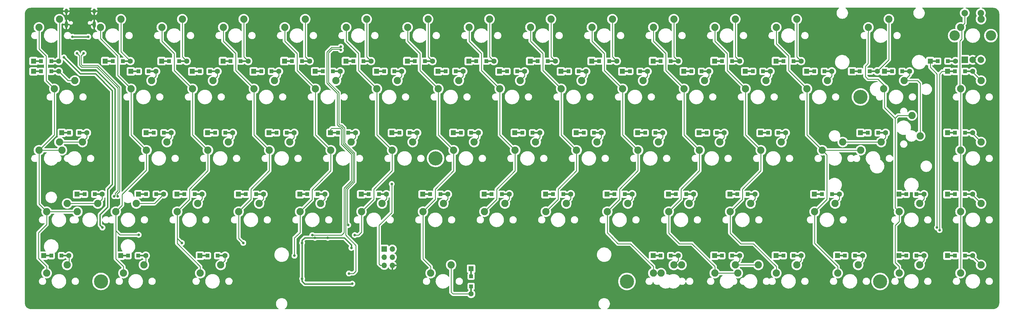
<source format=gtl>
%TF.GenerationSoftware,KiCad,Pcbnew,7.0.8*%
%TF.CreationDate,2023-11-19T13:12:32+01:00*%
%TF.ProjectId,mini-eLiXiVy,6d696e69-2d65-44c6-9958-6956792e6b69,1.2*%
%TF.SameCoordinates,Original*%
%TF.FileFunction,Copper,L1,Top*%
%TF.FilePolarity,Positive*%
%FSLAX46Y46*%
G04 Gerber Fmt 4.6, Leading zero omitted, Abs format (unit mm)*
G04 Created by KiCad (PCBNEW 7.0.8) date 2023-11-19 13:12:32*
%MOMM*%
%LPD*%
G01*
G04 APERTURE LIST*
%TA.AperFunction,ComponentPad*%
%ADD10R,1.600000X1.600000*%
%TD*%
%TA.AperFunction,SMDPad,CuDef*%
%ADD11R,2.500000X0.500000*%
%TD*%
%TA.AperFunction,SMDPad,CuDef*%
%ADD12R,1.200000X1.200000*%
%TD*%
%TA.AperFunction,ComponentPad*%
%ADD13C,1.600000*%
%TD*%
%TA.AperFunction,ComponentPad*%
%ADD14C,2.250000*%
%TD*%
%TA.AperFunction,ComponentPad*%
%ADD15C,4.400000*%
%TD*%
%TA.AperFunction,SMDPad,CuDef*%
%ADD16R,0.500000X2.500000*%
%TD*%
%TA.AperFunction,ComponentPad*%
%ADD17R,2.000000X2.000000*%
%TD*%
%TA.AperFunction,ComponentPad*%
%ADD18C,2.000000*%
%TD*%
%TA.AperFunction,ComponentPad*%
%ADD19C,3.200000*%
%TD*%
%TA.AperFunction,ComponentPad*%
%ADD20R,1.700000X1.700000*%
%TD*%
%TA.AperFunction,ComponentPad*%
%ADD21O,1.700000X1.700000*%
%TD*%
%TA.AperFunction,ComponentPad*%
%ADD22O,1.000000X1.600000*%
%TD*%
%TA.AperFunction,ComponentPad*%
%ADD23O,1.000000X2.100000*%
%TD*%
%TA.AperFunction,ViaPad*%
%ADD24C,0.800000*%
%TD*%
%TA.AperFunction,Conductor*%
%ADD25C,0.381000*%
%TD*%
%TA.AperFunction,Conductor*%
%ADD26C,0.254000*%
%TD*%
%TA.AperFunction,Conductor*%
%ADD27C,0.250000*%
%TD*%
G04 APERTURE END LIST*
D10*
X208825000Y-32543750D03*
D11*
X210025000Y-32543750D03*
D12*
X211150000Y-32543750D03*
X214300000Y-32543750D03*
D11*
X215425000Y-32543750D03*
D13*
X216625000Y-32543750D03*
D14*
X194627500Y-79216250D03*
X200977500Y-76676250D03*
X213677500Y-79216250D03*
X220027500Y-76676250D03*
X37465000Y-22066250D03*
X43815000Y-19526250D03*
X56515000Y-22066250D03*
X62865000Y-19526250D03*
X75565000Y-22066250D03*
X81915000Y-19526250D03*
X94615000Y-22066250D03*
X100965000Y-19526250D03*
X113665000Y-22066250D03*
X120015000Y-19526250D03*
X132715000Y-22066250D03*
X139065000Y-19526250D03*
X151765000Y-22066250D03*
X158115000Y-19526250D03*
X170815000Y-22066250D03*
X177165000Y-19526250D03*
X189865000Y-22066250D03*
X196215000Y-19526250D03*
X208915000Y-22066250D03*
X215265000Y-19526250D03*
X227965000Y-22066250D03*
X234315000Y-19526250D03*
X247015000Y-22066250D03*
X253365000Y-19526250D03*
X242252500Y-60166250D03*
X248602500Y-57626250D03*
X232727500Y-79216250D03*
X239077500Y-76676250D03*
X235108750Y-98266250D03*
X241458750Y-95726250D03*
X68421250Y-98266250D03*
X74771250Y-95726250D03*
X20796250Y-98266250D03*
X27146250Y-95726250D03*
X20796250Y-79216250D03*
X27146250Y-76676250D03*
X44608750Y-98266250D03*
X50958750Y-95726250D03*
X280352500Y-41116250D03*
X286702500Y-38576250D03*
X23177500Y-41116250D03*
X29527500Y-38576250D03*
X258921250Y-79216250D03*
X265271250Y-76676250D03*
X25558750Y-60166250D03*
X31908750Y-57626250D03*
X273208750Y-60166250D03*
X279558750Y-57626250D03*
X275590000Y-22066250D03*
X281940000Y-19526250D03*
X223202500Y-60166250D03*
X229552500Y-57626250D03*
X237490000Y-41116250D03*
X243840000Y-38576250D03*
X256540000Y-41116250D03*
X262890000Y-38576250D03*
X51752500Y-60166250D03*
X58102500Y-57626250D03*
X285115000Y-98266250D03*
X291465000Y-95726250D03*
X266065000Y-98266250D03*
X272415000Y-95726250D03*
X304165000Y-98266250D03*
X310515000Y-95726250D03*
X285115000Y-79216250D03*
X291465000Y-76676250D03*
X137477500Y-79216250D03*
X143827500Y-76676250D03*
X99377500Y-79216250D03*
X105727500Y-76676250D03*
X89852500Y-60166250D03*
X96202500Y-57626250D03*
X304165000Y-41116250D03*
X310515000Y-38576250D03*
X85090000Y-41116250D03*
X91440000Y-38576250D03*
X18415000Y-22066250D03*
X24765000Y-19526250D03*
X108902500Y-60166250D03*
X115252500Y-57626250D03*
X127952500Y-60166250D03*
X134302500Y-57626250D03*
X147002500Y-60166250D03*
X153352500Y-57626250D03*
X180340000Y-41116250D03*
X186690000Y-38576250D03*
X304165000Y-60166250D03*
X310515000Y-57626250D03*
X261302500Y-60166250D03*
X267652500Y-57626250D03*
X289083750Y-49371250D03*
X291623750Y-55721250D03*
X166052500Y-60166250D03*
X172402500Y-57626250D03*
X185102500Y-60166250D03*
X191452500Y-57626250D03*
X204152500Y-60166250D03*
X210502500Y-57626250D03*
X175577500Y-79216250D03*
X181927500Y-76676250D03*
X156527500Y-79216250D03*
X162877500Y-76676250D03*
X199390000Y-41116250D03*
X205740000Y-38576250D03*
X218440000Y-41116250D03*
X224790000Y-38576250D03*
X46990000Y-41116250D03*
X53340000Y-38576250D03*
X104140000Y-41116250D03*
X110490000Y-38576250D03*
X70802500Y-60166250D03*
X77152500Y-57626250D03*
X18415000Y-60166250D03*
X24765000Y-57626250D03*
X123190000Y-41116250D03*
X129540000Y-38576250D03*
X161290000Y-41116250D03*
X167640000Y-38576250D03*
X118427500Y-79216250D03*
X124777500Y-76676250D03*
X66040000Y-41116250D03*
X72390000Y-38576250D03*
X142240000Y-41116250D03*
X148590000Y-38576250D03*
D15*
X37642800Y-43707050D03*
X37642800Y-100844350D03*
X141401800Y-62706250D03*
X200704450Y-100857050D03*
X279209500Y-100857050D03*
D14*
X211296250Y-98266250D03*
X217646250Y-95726250D03*
X227965000Y-98266250D03*
X234315000Y-95726250D03*
X247015000Y-98266250D03*
X253365000Y-95726250D03*
X304165000Y-79216250D03*
X310515000Y-76676250D03*
X208915000Y-98266250D03*
X215265000Y-95726250D03*
X304165000Y-22066250D03*
X310515000Y-19526250D03*
D15*
X273138900Y-43656250D03*
D14*
X139858750Y-98266250D03*
X146208750Y-95726250D03*
D10*
X16737500Y-32543750D03*
D11*
X17937500Y-32543750D03*
D12*
X19062500Y-32543750D03*
X22212500Y-32543750D03*
D11*
X23337500Y-32543750D03*
D13*
X24537500Y-32543750D03*
D10*
X38962500Y-32543750D03*
D11*
X40162500Y-32543750D03*
D12*
X41287500Y-32543750D03*
X44437500Y-32543750D03*
D11*
X45562500Y-32543750D03*
D13*
X46762500Y-32543750D03*
D10*
X56425000Y-32543750D03*
D11*
X57625000Y-32543750D03*
D12*
X58750000Y-32543750D03*
X61900000Y-32543750D03*
D11*
X63025000Y-32543750D03*
D13*
X64225000Y-32543750D03*
D10*
X75475000Y-32543750D03*
D11*
X76675000Y-32543750D03*
D12*
X77800000Y-32543750D03*
X80950000Y-32543750D03*
D11*
X82075000Y-32543750D03*
D13*
X83275000Y-32543750D03*
D10*
X94525000Y-32543750D03*
D11*
X95725000Y-32543750D03*
D12*
X96850000Y-32543750D03*
X100000000Y-32543750D03*
D11*
X101125000Y-32543750D03*
D13*
X102325000Y-32543750D03*
D10*
X113575000Y-32543750D03*
D11*
X114775000Y-32543750D03*
D12*
X115900000Y-32543750D03*
X119050000Y-32543750D03*
D11*
X120175000Y-32543750D03*
D13*
X121375000Y-32543750D03*
D10*
X132625000Y-32543750D03*
D11*
X133825000Y-32543750D03*
D12*
X134950000Y-32543750D03*
X138100000Y-32543750D03*
D11*
X139225000Y-32543750D03*
D13*
X140425000Y-32543750D03*
D10*
X151675000Y-32543750D03*
D11*
X152875000Y-32543750D03*
D12*
X154000000Y-32543750D03*
X157150000Y-32543750D03*
D11*
X158275000Y-32543750D03*
D13*
X159475000Y-32543750D03*
D10*
X170725000Y-32543750D03*
D11*
X171925000Y-32543750D03*
D12*
X173050000Y-32543750D03*
X176200000Y-32543750D03*
D11*
X177325000Y-32543750D03*
D13*
X178525000Y-32543750D03*
D10*
X189775000Y-32543750D03*
D11*
X190975000Y-32543750D03*
D12*
X192100000Y-32543750D03*
X195250000Y-32543750D03*
D11*
X196375000Y-32543750D03*
D13*
X197575000Y-32543750D03*
D10*
X227875000Y-32543750D03*
D11*
X229075000Y-32543750D03*
D12*
X230200000Y-32543750D03*
X233350000Y-32543750D03*
D11*
X234475000Y-32543750D03*
D13*
X235675000Y-32543750D03*
D10*
X246925000Y-32543750D03*
D11*
X248125000Y-32543750D03*
D12*
X249250000Y-32543750D03*
X252400000Y-32543750D03*
D11*
X253525000Y-32543750D03*
D13*
X254725000Y-32543750D03*
D10*
X16737500Y-35718750D03*
D11*
X17937500Y-35718750D03*
D12*
X19062500Y-35718750D03*
X22212500Y-35718750D03*
D11*
X23337500Y-35718750D03*
D13*
X24537500Y-35718750D03*
D10*
X46900000Y-35718750D03*
D11*
X48100000Y-35718750D03*
D12*
X49225000Y-35718750D03*
X52375000Y-35718750D03*
D11*
X53500000Y-35718750D03*
D13*
X54700000Y-35718750D03*
D10*
X65950000Y-35718750D03*
D11*
X67150000Y-35718750D03*
D12*
X68275000Y-35718750D03*
X71425000Y-35718750D03*
D11*
X72550000Y-35718750D03*
D13*
X73750000Y-35718750D03*
D10*
X85000000Y-35718750D03*
D11*
X86200000Y-35718750D03*
D12*
X87325000Y-35718750D03*
X90475000Y-35718750D03*
D11*
X91600000Y-35718750D03*
D13*
X92800000Y-35718750D03*
D10*
X104050000Y-35718750D03*
D11*
X105250000Y-35718750D03*
D12*
X106375000Y-35718750D03*
X109525000Y-35718750D03*
D11*
X110650000Y-35718750D03*
D13*
X111850000Y-35718750D03*
D10*
X123100000Y-35718750D03*
D11*
X124300000Y-35718750D03*
D12*
X125425000Y-35718750D03*
X128575000Y-35718750D03*
D11*
X129700000Y-35718750D03*
D13*
X130900000Y-35718750D03*
D10*
X142150000Y-35718750D03*
D11*
X143350000Y-35718750D03*
D12*
X144475000Y-35718750D03*
X147625000Y-35718750D03*
D11*
X148750000Y-35718750D03*
D13*
X149950000Y-35718750D03*
D10*
X161200000Y-35718750D03*
D11*
X162400000Y-35718750D03*
D12*
X163525000Y-35718750D03*
X166675000Y-35718750D03*
D11*
X167800000Y-35718750D03*
D13*
X169000000Y-35718750D03*
D10*
X180250000Y-35718750D03*
D11*
X181450000Y-35718750D03*
D12*
X182575000Y-35718750D03*
X185725000Y-35718750D03*
D11*
X186850000Y-35718750D03*
D13*
X188050000Y-35718750D03*
D10*
X199300000Y-35718750D03*
D11*
X200500000Y-35718750D03*
D12*
X201625000Y-35718750D03*
X204775000Y-35718750D03*
D11*
X205900000Y-35718750D03*
D13*
X207100000Y-35718750D03*
D10*
X218350000Y-35718750D03*
D11*
X219550000Y-35718750D03*
D12*
X220675000Y-35718750D03*
X223825000Y-35718750D03*
D11*
X224950000Y-35718750D03*
D13*
X226150000Y-35718750D03*
D10*
X237400000Y-35718750D03*
D11*
X238600000Y-35718750D03*
D12*
X239725000Y-35718750D03*
X242875000Y-35718750D03*
D11*
X244000000Y-35718750D03*
D13*
X245200000Y-35718750D03*
D10*
X256450000Y-35718750D03*
D11*
X257650000Y-35718750D03*
D12*
X258775000Y-35718750D03*
X261925000Y-35718750D03*
D11*
X263050000Y-35718750D03*
D13*
X264250000Y-35718750D03*
D10*
X280580000Y-35718750D03*
D11*
X281780000Y-35718750D03*
D12*
X282905000Y-35718750D03*
X286055000Y-35718750D03*
D11*
X287180000Y-35718750D03*
D13*
X288380000Y-35718750D03*
D10*
X300106250Y-35718750D03*
D11*
X301306250Y-35718750D03*
D12*
X302431250Y-35718750D03*
X305581250Y-35718750D03*
D11*
X306706250Y-35718750D03*
D13*
X307906250Y-35718750D03*
D10*
X25468750Y-54768750D03*
D11*
X26668750Y-54768750D03*
D12*
X27793750Y-54768750D03*
X30943750Y-54768750D03*
D11*
X32068750Y-54768750D03*
D13*
X33268750Y-54768750D03*
D10*
X51662500Y-54768750D03*
D11*
X52862500Y-54768750D03*
D12*
X53987500Y-54768750D03*
X57137500Y-54768750D03*
D11*
X58262500Y-54768750D03*
D13*
X59462500Y-54768750D03*
D10*
X70712500Y-54768750D03*
D11*
X71912500Y-54768750D03*
D12*
X73037500Y-54768750D03*
X76187500Y-54768750D03*
D11*
X77312500Y-54768750D03*
D13*
X78512500Y-54768750D03*
D10*
X89762500Y-54768750D03*
D11*
X90962500Y-54768750D03*
D12*
X92087500Y-54768750D03*
X95237500Y-54768750D03*
D11*
X96362500Y-54768750D03*
D13*
X97562500Y-54768750D03*
D10*
X108812500Y-54768750D03*
D11*
X110012500Y-54768750D03*
D12*
X111137500Y-54768750D03*
X114287500Y-54768750D03*
D11*
X115412500Y-54768750D03*
D13*
X116612500Y-54768750D03*
D10*
X127862500Y-54768750D03*
D11*
X129062500Y-54768750D03*
D12*
X130187500Y-54768750D03*
X133337500Y-54768750D03*
D11*
X134462500Y-54768750D03*
D13*
X135662500Y-54768750D03*
D10*
X146912500Y-54768750D03*
D11*
X148112500Y-54768750D03*
D12*
X149237500Y-54768750D03*
X152387500Y-54768750D03*
D11*
X153512500Y-54768750D03*
D13*
X154712500Y-54768750D03*
D10*
X165962500Y-54768750D03*
D11*
X167162500Y-54768750D03*
D12*
X168287500Y-54768750D03*
X171437500Y-54768750D03*
D11*
X172562500Y-54768750D03*
D13*
X173762500Y-54768750D03*
D10*
X185012500Y-54768750D03*
D11*
X186212500Y-54768750D03*
D12*
X187337500Y-54768750D03*
X190487500Y-54768750D03*
D11*
X191612500Y-54768750D03*
D13*
X192812500Y-54768750D03*
D10*
X204062500Y-54768750D03*
D11*
X205262500Y-54768750D03*
D12*
X206387500Y-54768750D03*
X209537500Y-54768750D03*
D11*
X210662500Y-54768750D03*
D13*
X211862500Y-54768750D03*
D10*
X223112500Y-54768750D03*
D11*
X224312500Y-54768750D03*
D12*
X225437500Y-54768750D03*
X228587500Y-54768750D03*
D11*
X229712500Y-54768750D03*
D13*
X230912500Y-54768750D03*
D10*
X242162500Y-54768750D03*
D11*
X243362500Y-54768750D03*
D12*
X244487500Y-54768750D03*
X247637500Y-54768750D03*
D11*
X248762500Y-54768750D03*
D13*
X249962500Y-54768750D03*
D10*
X273118750Y-54768750D03*
D11*
X274318750Y-54768750D03*
D12*
X275443750Y-54768750D03*
X278593750Y-54768750D03*
D11*
X279718750Y-54768750D03*
D13*
X280918750Y-54768750D03*
D10*
X300106250Y-54768750D03*
D11*
X301306250Y-54768750D03*
D12*
X302431250Y-54768750D03*
X305581250Y-54768750D03*
D11*
X306706250Y-54768750D03*
D13*
X307906250Y-54768750D03*
D10*
X30231250Y-73818750D03*
D11*
X31431250Y-73818750D03*
D12*
X32556250Y-73818750D03*
X35706250Y-73818750D03*
D11*
X36831250Y-73818750D03*
D13*
X38031250Y-73818750D03*
D10*
X49281250Y-73818750D03*
D11*
X50481250Y-73818750D03*
D12*
X51606250Y-73818750D03*
X54756250Y-73818750D03*
D11*
X55881250Y-73818750D03*
D13*
X57081250Y-73818750D03*
D10*
X61187500Y-73818750D03*
D11*
X62387500Y-73818750D03*
D12*
X63512500Y-73818750D03*
X66662500Y-73818750D03*
D11*
X67787500Y-73818750D03*
D13*
X68987500Y-73818750D03*
D10*
X80237500Y-73818750D03*
D11*
X81437500Y-73818750D03*
D12*
X82562500Y-73818750D03*
X85712500Y-73818750D03*
D11*
X86837500Y-73818750D03*
D13*
X88037500Y-73818750D03*
D10*
X99287500Y-73818750D03*
D11*
X100487500Y-73818750D03*
D12*
X101612500Y-73818750D03*
X104762500Y-73818750D03*
D11*
X105887500Y-73818750D03*
D13*
X107087500Y-73818750D03*
D10*
X118337500Y-73818750D03*
D11*
X119537500Y-73818750D03*
D12*
X120662500Y-73818750D03*
X123812500Y-73818750D03*
D11*
X124937500Y-73818750D03*
D13*
X126137500Y-73818750D03*
D10*
X137387500Y-73818750D03*
D11*
X138587500Y-73818750D03*
D12*
X139712500Y-73818750D03*
X142862500Y-73818750D03*
D11*
X143987500Y-73818750D03*
D13*
X145187500Y-73818750D03*
D10*
X156437500Y-73818750D03*
D11*
X157637500Y-73818750D03*
D12*
X158762500Y-73818750D03*
X161912500Y-73818750D03*
D11*
X163037500Y-73818750D03*
D13*
X164237500Y-73818750D03*
D10*
X175487500Y-73818750D03*
D11*
X176687500Y-73818750D03*
D12*
X177812500Y-73818750D03*
X180962500Y-73818750D03*
D11*
X182087500Y-73818750D03*
D13*
X183287500Y-73818750D03*
D10*
X194537500Y-73818750D03*
D11*
X195737500Y-73818750D03*
D12*
X196862500Y-73818750D03*
X200012500Y-73818750D03*
D11*
X201137500Y-73818750D03*
D13*
X202337500Y-73818750D03*
D10*
X213587500Y-73818750D03*
D11*
X214787500Y-73818750D03*
D12*
X215912500Y-73818750D03*
X219062500Y-73818750D03*
D11*
X220187500Y-73818750D03*
D13*
X221387500Y-73818750D03*
D10*
X232637500Y-73818750D03*
D11*
X233837500Y-73818750D03*
D12*
X234962500Y-73818750D03*
X238112500Y-73818750D03*
D11*
X239237500Y-73818750D03*
D13*
X240437500Y-73818750D03*
D10*
X258831250Y-73818750D03*
D11*
X260031250Y-73818750D03*
D12*
X261156250Y-73818750D03*
X264306250Y-73818750D03*
D11*
X265431250Y-73818750D03*
D13*
X266631250Y-73818750D03*
D10*
X285025000Y-73818750D03*
D11*
X286225000Y-73818750D03*
D12*
X287350000Y-73818750D03*
X290500000Y-73818750D03*
D11*
X291625000Y-73818750D03*
D13*
X292825000Y-73818750D03*
D10*
X300106250Y-73818750D03*
D11*
X301306250Y-73818750D03*
D12*
X302431250Y-73818750D03*
X305581250Y-73818750D03*
D11*
X306706250Y-73818750D03*
D13*
X307906250Y-73818750D03*
D10*
X19912500Y-92868750D03*
D11*
X21112500Y-92868750D03*
D12*
X22237500Y-92868750D03*
X25387500Y-92868750D03*
D11*
X26512500Y-92868750D03*
D13*
X27712500Y-92868750D03*
D10*
X43725000Y-92868750D03*
D11*
X44925000Y-92868750D03*
D12*
X46050000Y-92868750D03*
X49200000Y-92868750D03*
D11*
X50325000Y-92868750D03*
D13*
X51525000Y-92868750D03*
D10*
X68331250Y-92868750D03*
D11*
X69531250Y-92868750D03*
D12*
X70656250Y-92868750D03*
X73806250Y-92868750D03*
D11*
X74931250Y-92868750D03*
D13*
X76131250Y-92868750D03*
D10*
X152400000Y-96906250D03*
D16*
X152400000Y-98106250D03*
D12*
X152400000Y-99231250D03*
X152400000Y-102381250D03*
D16*
X152400000Y-103506250D03*
D13*
X152400000Y-104706250D03*
D10*
X208825000Y-92868750D03*
D11*
X210025000Y-92868750D03*
D12*
X211150000Y-92868750D03*
X214300000Y-92868750D03*
D11*
X215425000Y-92868750D03*
D13*
X216625000Y-92868750D03*
D10*
X227875000Y-92868750D03*
D11*
X229075000Y-92868750D03*
D12*
X230200000Y-92868750D03*
X233350000Y-92868750D03*
D11*
X234475000Y-92868750D03*
D13*
X235675000Y-92868750D03*
D10*
X246925000Y-92868750D03*
D11*
X248125000Y-92868750D03*
D12*
X249250000Y-92868750D03*
X252400000Y-92868750D03*
D11*
X253525000Y-92868750D03*
D13*
X254725000Y-92868750D03*
D10*
X265975000Y-92868750D03*
D11*
X267175000Y-92868750D03*
D12*
X268300000Y-92868750D03*
X271450000Y-92868750D03*
D11*
X272575000Y-92868750D03*
D13*
X273775000Y-92868750D03*
D10*
X285025000Y-92868750D03*
D11*
X286225000Y-92868750D03*
D12*
X287350000Y-92868750D03*
X290500000Y-92868750D03*
D11*
X291625000Y-92868750D03*
D13*
X292825000Y-92868750D03*
D10*
X300106250Y-92868750D03*
D11*
X301306250Y-92868750D03*
D12*
X302431250Y-92868750D03*
X305581250Y-92868750D03*
D11*
X306706250Y-92868750D03*
D13*
X307906250Y-92868750D03*
D17*
X305454050Y-32131000D03*
D18*
X310454050Y-32131000D03*
X307954050Y-32131000D03*
D19*
X302354050Y-24631000D03*
X313554050Y-24631000D03*
D18*
X310454050Y-17631000D03*
X305454050Y-17631000D03*
D14*
X80327500Y-79216250D03*
X86677500Y-76676250D03*
X61277500Y-79216250D03*
X67627500Y-76676250D03*
X30321250Y-79216250D03*
X36671250Y-76676250D03*
X42227500Y-79216250D03*
X48577500Y-76676250D03*
D10*
X294772250Y-32543750D03*
D11*
X295972250Y-32543750D03*
D12*
X297097250Y-32543750D03*
X300247250Y-32543750D03*
D11*
X301372250Y-32543750D03*
D13*
X302572250Y-32543750D03*
D10*
X270547000Y-35687000D03*
D11*
X271747000Y-35687000D03*
D12*
X272872000Y-35687000D03*
X276022000Y-35687000D03*
D11*
X277147000Y-35687000D03*
D13*
X278347000Y-35687000D03*
D20*
X125476000Y-90805000D03*
D21*
X128016000Y-90805000D03*
X125476000Y-93345000D03*
X128016000Y-93345000D03*
X125476000Y-95885000D03*
X128016000Y-95885000D03*
D22*
X26922000Y-17020850D03*
D23*
X26922000Y-21200850D03*
D22*
X35562000Y-17020850D03*
D23*
X35562000Y-21200850D03*
D24*
X107950000Y-87312500D03*
X100012500Y-100012500D03*
X103981250Y-87312500D03*
X100012500Y-88900000D03*
X38100000Y-84140651D03*
X115281000Y-90462443D03*
X115570000Y-101568250D03*
X26162000Y-31369000D03*
X296862500Y-84137500D03*
X297656250Y-84931250D03*
X103187500Y-86518750D03*
X33719000Y-24987250D03*
X28790900Y-24987250D03*
X127793750Y-70643750D03*
X49329692Y-86401558D03*
X62706250Y-88900000D03*
X81756250Y-88900000D03*
X97631250Y-92868750D03*
X116332000Y-86487000D03*
X32258000Y-30099000D03*
X42816000Y-74422000D03*
X30226000Y-30099000D03*
X41766000Y-74422000D03*
X114522250Y-98383250D03*
X112014000Y-28050000D03*
X112014000Y-29100000D03*
X114300000Y-83343750D03*
D25*
X107950000Y-87312500D02*
X103981250Y-87312500D01*
X100806250Y-87312500D02*
X103981250Y-87312500D01*
X100012500Y-88106250D02*
X100806250Y-87312500D01*
X100012500Y-100012500D02*
X100012500Y-88900000D01*
X100012500Y-88900000D02*
X100012500Y-88106250D01*
X41148000Y-41656000D02*
X35941000Y-36449000D01*
X37306250Y-83343750D02*
X37306250Y-80168750D01*
X39687500Y-72231250D02*
X41148000Y-70770750D01*
X115570000Y-101568250D02*
X115538250Y-101600000D01*
X115281000Y-89500000D02*
X115281000Y-89881000D01*
X37306250Y-80168750D02*
X39687500Y-77787500D01*
X113093500Y-87312500D02*
X115281000Y-89500000D01*
X31242000Y-36449000D02*
X26162000Y-31369000D01*
X39687500Y-77787500D02*
X39687500Y-72231250D01*
X115538250Y-101600000D02*
X100806250Y-101600000D01*
X38103151Y-84140651D02*
X37306250Y-83343750D01*
X107950000Y-87312500D02*
X113093500Y-87312500D01*
X35941000Y-36449000D02*
X31242000Y-36449000D01*
X100806250Y-101600000D02*
X100012500Y-100806250D01*
X41148000Y-70770750D02*
X41148000Y-41656000D01*
X100012500Y-100806250D02*
X100012500Y-100012500D01*
X115281000Y-89881000D02*
X115281000Y-90462443D01*
D26*
X43815000Y-19526250D02*
X43815000Y-29596250D01*
X43815000Y-29596250D02*
X46762500Y-32543750D01*
X294772250Y-32543750D02*
X294772250Y-34422250D01*
X296862500Y-84137500D02*
X296862500Y-36512500D01*
X294772250Y-34422250D02*
X296862500Y-36512500D01*
X62865000Y-19526250D02*
X62865000Y-31183750D01*
X62865000Y-31183750D02*
X64225000Y-32543750D01*
X81915000Y-19526250D02*
X81915000Y-31183750D01*
X81915000Y-31183750D02*
X83275000Y-32543750D01*
X100965000Y-19526250D02*
X100965000Y-31183750D01*
X100965000Y-31183750D02*
X102325000Y-32543750D01*
X120015000Y-31183750D02*
X121375000Y-32543750D01*
X120015000Y-19526250D02*
X120015000Y-31183750D01*
X139065000Y-31183750D02*
X139625001Y-31743751D01*
X139625001Y-31743751D02*
X140425000Y-32543750D01*
X139065000Y-19526250D02*
X139065000Y-31183750D01*
X158115000Y-19526250D02*
X158115000Y-31183750D01*
X158115000Y-31183750D02*
X159475000Y-32543750D01*
X177165000Y-19526250D02*
X177165000Y-31183750D01*
X177165000Y-31183750D02*
X178525000Y-32543750D01*
X196215000Y-19526250D02*
X196215000Y-31183750D01*
X196215000Y-31183750D02*
X197575000Y-32543750D01*
X215265000Y-31183750D02*
X216625000Y-32543750D01*
X215265000Y-19526250D02*
X215265000Y-31183750D01*
X234315000Y-19526250D02*
X234315000Y-31183750D01*
X234315000Y-31183750D02*
X235675000Y-32543750D01*
X253365000Y-31183750D02*
X253365000Y-19526250D01*
X254725000Y-32543750D02*
X253365000Y-31183750D01*
X278347000Y-35687000D02*
X281940000Y-32094000D01*
X281940000Y-32094000D02*
X281940000Y-19526250D01*
X27395000Y-38576250D02*
X24537500Y-35718750D01*
X29527500Y-38576250D02*
X27395000Y-38576250D01*
X53340000Y-38576250D02*
X54700000Y-37216250D01*
X54700000Y-37216250D02*
X54700000Y-35718750D01*
X297656250Y-84931250D02*
X297656250Y-36512500D01*
X298450000Y-35718750D02*
X300106250Y-35718750D01*
X297656250Y-36512500D02*
X298450000Y-35718750D01*
X73750000Y-37216250D02*
X73750000Y-35718750D01*
X72390000Y-38576250D02*
X73750000Y-37216250D01*
X91440000Y-38576250D02*
X92800000Y-37216250D01*
X92800000Y-37216250D02*
X92800000Y-35718750D01*
X111850000Y-37216250D02*
X111850000Y-35718750D01*
X110490000Y-38576250D02*
X111850000Y-37216250D01*
X129540000Y-38576250D02*
X130900000Y-37216250D01*
X130900000Y-37216250D02*
X130900000Y-35718750D01*
X149950000Y-35718750D02*
X149950000Y-37216250D01*
X149950000Y-37216250D02*
X148590000Y-38576250D01*
X169000000Y-37216250D02*
X169000000Y-35718750D01*
X167640000Y-38576250D02*
X169000000Y-37216250D01*
X188050000Y-37216250D02*
X188050000Y-35718750D01*
X186690000Y-38576250D02*
X188050000Y-37216250D01*
X205740000Y-38576250D02*
X207100000Y-37216250D01*
X207100000Y-37216250D02*
X207100000Y-35718750D01*
X224790000Y-38576250D02*
X226150000Y-37216250D01*
X226150000Y-37216250D02*
X226150000Y-35718750D01*
X243840000Y-38576250D02*
X245200000Y-37216250D01*
X245200000Y-37216250D02*
X245200000Y-35718750D01*
X262890000Y-38576250D02*
X264250000Y-37216250D01*
X264250000Y-37216250D02*
X264250000Y-35718750D01*
X288380000Y-35718750D02*
X288380000Y-36898750D01*
X288380000Y-36898750D02*
X286702500Y-38576250D01*
X290830000Y-38576250D02*
X291623750Y-39370000D01*
X291623750Y-41592500D02*
X291623750Y-55721250D01*
X291623750Y-39370000D02*
X291623750Y-41592500D01*
X286702500Y-38576250D02*
X290830000Y-38576250D01*
X310515000Y-38576250D02*
X307906250Y-35967500D01*
X307906250Y-35967500D02*
X307906250Y-35718750D01*
X33268750Y-56266250D02*
X33268750Y-54768750D01*
X31908750Y-57626250D02*
X33268750Y-56266250D01*
X24765000Y-57626250D02*
X31908750Y-57626250D01*
X59462500Y-56266250D02*
X59462500Y-54768750D01*
X58102500Y-57626250D02*
X59462500Y-56266250D01*
X112268000Y-86518750D02*
X113030000Y-85725000D01*
X113054240Y-72111760D02*
X113054241Y-71880967D01*
X113030000Y-72136000D02*
X113054240Y-72111760D01*
X111887000Y-53340000D02*
X109187250Y-53340000D01*
X108812500Y-53714750D02*
X108812500Y-54768750D01*
X103187500Y-86518750D02*
X112268000Y-86518750D01*
X112200991Y-53653991D02*
X111887000Y-53340000D01*
X113030000Y-85725000D02*
X113030000Y-72136000D01*
X115316000Y-69619208D02*
X115316000Y-61444792D01*
X115316000Y-61444792D02*
X112200991Y-58329783D01*
X112200991Y-58329783D02*
X112200991Y-53653991D01*
X109187250Y-53340000D02*
X108812500Y-53714750D01*
X113054241Y-71880967D02*
X115316000Y-69619208D01*
X78512500Y-56266250D02*
X78512500Y-54768750D01*
X77152500Y-57626250D02*
X78512500Y-56266250D01*
X96202500Y-57626250D02*
X97562500Y-56266250D01*
X97562500Y-56266250D02*
X97562500Y-54768750D01*
X115252500Y-57626250D02*
X116612500Y-56266250D01*
X116612500Y-56266250D02*
X116612500Y-54768750D01*
X134302500Y-57626250D02*
X135662500Y-56266250D01*
X135662500Y-56266250D02*
X135662500Y-54768750D01*
X154712500Y-56266250D02*
X154712500Y-54768750D01*
X153352500Y-57626250D02*
X154712500Y-56266250D01*
X173762500Y-56266250D02*
X173762500Y-54768750D01*
X172402500Y-57626250D02*
X173762500Y-56266250D01*
X192812500Y-56266250D02*
X192812500Y-54768750D01*
X191452500Y-57626250D02*
X192812500Y-56266250D01*
X210502500Y-57626250D02*
X211862500Y-56266250D01*
X211862500Y-56266250D02*
X211862500Y-54768750D01*
X229552500Y-57626250D02*
X230912500Y-56266250D01*
X230912500Y-56266250D02*
X230912500Y-54768750D01*
X249962500Y-56266250D02*
X249962500Y-54768750D01*
X248602500Y-57626250D02*
X249962500Y-56266250D01*
X280918750Y-56266250D02*
X280918750Y-54768750D01*
X267652500Y-57626250D02*
X279558750Y-57626250D01*
X279558750Y-57626250D02*
X280918750Y-56266250D01*
X307906250Y-55017500D02*
X307906250Y-54768750D01*
X310515000Y-57626250D02*
X307906250Y-55017500D01*
X56281251Y-74618749D02*
X57081250Y-73818750D01*
X54223750Y-76676250D02*
X56281251Y-74618749D01*
X48577500Y-76676250D02*
X54223750Y-76676250D01*
X67627500Y-76676250D02*
X68987500Y-75316250D01*
X68987500Y-75316250D02*
X68987500Y-73818750D01*
X86677500Y-76676250D02*
X88037500Y-75316250D01*
X88037500Y-75316250D02*
X88037500Y-73818750D01*
X105727500Y-76676250D02*
X107087500Y-75316250D01*
X107087500Y-75316250D02*
X107087500Y-73818750D01*
X126201000Y-75252750D02*
X126201000Y-73755250D01*
X124777500Y-76676250D02*
X126201000Y-75252750D01*
X145187500Y-75316250D02*
X145187500Y-73818750D01*
X143827500Y-76676250D02*
X145187500Y-75316250D01*
X164237500Y-75316250D02*
X164237500Y-73818750D01*
X162877500Y-76676250D02*
X164237500Y-75316250D01*
X183287500Y-75316250D02*
X183287500Y-73818750D01*
X181927500Y-76676250D02*
X183287500Y-75316250D01*
X200977500Y-76676250D02*
X202337500Y-75316250D01*
X202337500Y-75316250D02*
X202337500Y-73818750D01*
X220027500Y-76676250D02*
X221387500Y-75316250D01*
X221387500Y-75316250D02*
X221387500Y-73818750D01*
X240437500Y-75316250D02*
X240437500Y-73818750D01*
X239077500Y-76676250D02*
X240437500Y-75316250D01*
X266631250Y-75316250D02*
X266631250Y-73818750D01*
X265271250Y-76676250D02*
X266631250Y-75316250D01*
X291465000Y-76676250D02*
X292825000Y-75316250D01*
X292825000Y-75316250D02*
X292825000Y-73818750D01*
X307906250Y-74067500D02*
X307906250Y-73818750D01*
X310515000Y-76676250D02*
X307906250Y-74067500D01*
X27744250Y-95128250D02*
X27146250Y-95726250D01*
X27744250Y-92868750D02*
X27744250Y-95128250D01*
X51556750Y-95128250D02*
X50958750Y-95726250D01*
X51556750Y-92868750D02*
X51556750Y-95128250D01*
X76131250Y-94366250D02*
X76131250Y-92868750D01*
X74771250Y-95726250D02*
X76131250Y-94366250D01*
X146775000Y-104706250D02*
X146208750Y-104140000D01*
X146208750Y-95726250D02*
X146208750Y-104140000D01*
X152400000Y-104706250D02*
X146775000Y-104706250D01*
X215265000Y-95726250D02*
X217646250Y-95726250D01*
X216625000Y-94366250D02*
X215265000Y-95726250D01*
X216625000Y-92868750D02*
X216625000Y-94366250D01*
X235675000Y-94366250D02*
X234315000Y-95726250D01*
X235675000Y-92868750D02*
X235675000Y-94366250D01*
X234315000Y-95726250D02*
X241458750Y-95726250D01*
X253365000Y-95726250D02*
X254725000Y-94366250D01*
X254725000Y-94366250D02*
X254725000Y-92868750D01*
X273775000Y-94366250D02*
X273775000Y-92868750D01*
X272415000Y-95726250D02*
X273775000Y-94366250D01*
X292825000Y-94366250D02*
X292825000Y-92868750D01*
X291465000Y-95726250D02*
X292825000Y-94366250D01*
X310515000Y-95726250D02*
X307906250Y-93117500D01*
X307906250Y-93117500D02*
X307906250Y-92868750D01*
D25*
X28790900Y-24987250D02*
X33719000Y-24987250D01*
D26*
X127793750Y-79501038D02*
X123825000Y-83469788D01*
X123825000Y-83469788D02*
X123825000Y-95436081D01*
X123825000Y-95436081D02*
X124273919Y-95885000D01*
X127793750Y-70643750D02*
X127793750Y-79501038D01*
X124273919Y-95885000D02*
X125476000Y-95885000D01*
X199390000Y-55403750D02*
X199390000Y-41116250D01*
X193675000Y-30162500D02*
X189865000Y-26352500D01*
X189865000Y-26352500D02*
X189865000Y-22066250D01*
X204152500Y-60166250D02*
X199390000Y-55403750D01*
X199390000Y-41116250D02*
X193675000Y-35401250D01*
X193675000Y-35401250D02*
X193675000Y-30162500D01*
X201866500Y-89154000D02*
X208915000Y-96202500D01*
X197897750Y-89154000D02*
X201866500Y-89154000D01*
X194627500Y-85725000D02*
X197643750Y-88900000D01*
X197643750Y-88900000D02*
X197897750Y-89154000D01*
X208915000Y-96202500D02*
X208915000Y-98266250D01*
X194627500Y-79216250D02*
X198437500Y-75406250D01*
X198437500Y-72231250D02*
X204152500Y-66516250D01*
X194627500Y-79216250D02*
X194627500Y-85725000D01*
X211296250Y-98266250D02*
X208915000Y-98266250D01*
X204152500Y-66516250D02*
X204152500Y-60166250D01*
X198437500Y-75406250D02*
X198437500Y-72231250D01*
X220916500Y-89154000D02*
X227965000Y-96202500D01*
X208915000Y-26352500D02*
X212725000Y-30162500D01*
X235108750Y-98266250D02*
X233517760Y-98266250D01*
X213677500Y-79216250D02*
X217487500Y-75406250D01*
X213677500Y-79216250D02*
X213677500Y-85883750D01*
X216947750Y-89154000D02*
X220916500Y-89154000D01*
X223202500Y-60166250D02*
X218440000Y-55403750D01*
X208915000Y-22066250D02*
X208915000Y-26352500D01*
X213677500Y-85883750D02*
X216947750Y-89154000D01*
X212725000Y-35401250D02*
X218440000Y-41116250D01*
X227965000Y-96202500D02*
X227965000Y-98266250D01*
X212725000Y-30162500D02*
X212725000Y-35401250D01*
X217487500Y-72231250D02*
X223202500Y-66516250D01*
X217487500Y-75406250D02*
X217487500Y-72231250D01*
X233517760Y-98266250D02*
X227965000Y-98266250D01*
X218440000Y-55403750D02*
X218440000Y-41116250D01*
X223202500Y-66516250D02*
X223202500Y-60166250D01*
X44608750Y-98266250D02*
X44608750Y-96202500D01*
X51752500Y-60166250D02*
X46990000Y-55403750D01*
X42227500Y-85090000D02*
X42227500Y-93821250D01*
X37465000Y-25558750D02*
X42862500Y-30956250D01*
X43539058Y-86401558D02*
X49329692Y-86401558D01*
X42227500Y-79216250D02*
X42227500Y-84296250D01*
X46990000Y-41116250D02*
X42862500Y-36988750D01*
X37465000Y-22066250D02*
X37465000Y-25558750D01*
X44186499Y-77257251D02*
X44186499Y-73882769D01*
X44608750Y-96202500D02*
X42227500Y-93821250D01*
X42862500Y-36988750D02*
X42862500Y-30956250D01*
X42227500Y-85090000D02*
X43539058Y-86401558D01*
X46990000Y-55403750D02*
X46990000Y-41116250D01*
X42227500Y-84296250D02*
X42227500Y-84772500D01*
X42227500Y-79216250D02*
X44186499Y-77257251D01*
X44186499Y-73882769D02*
X51752500Y-66316768D01*
X51752500Y-66316768D02*
X51752500Y-60166250D01*
X42227500Y-84772500D02*
X42227500Y-85090000D01*
X68421250Y-96202500D02*
X61277500Y-89058750D01*
X56515000Y-26352500D02*
X60325000Y-30162500D01*
X70802500Y-66516250D02*
X70802500Y-60166250D01*
X61277500Y-79216250D02*
X65087500Y-75406250D01*
X68421250Y-98266250D02*
X68421250Y-96202500D01*
X61277500Y-87471250D02*
X61277500Y-85883750D01*
X61277500Y-89058750D02*
X61277500Y-87471250D01*
X62706250Y-88900000D02*
X61277500Y-87471250D01*
X60325000Y-30162500D02*
X60325000Y-35401250D01*
X60325000Y-35401250D02*
X66040000Y-41116250D01*
X65087500Y-72231250D02*
X70802500Y-66516250D01*
X65087500Y-75406250D02*
X65087500Y-72231250D01*
X56515000Y-22066250D02*
X56515000Y-26352500D01*
X70802500Y-60166250D02*
X66040000Y-55403750D01*
X61277500Y-85090000D02*
X61277500Y-79216250D01*
X61277500Y-85883750D02*
X61277500Y-85090000D01*
X66040000Y-55403750D02*
X66040000Y-41116250D01*
X89852500Y-60166250D02*
X89852500Y-66516250D01*
X85090000Y-41116250D02*
X79375000Y-35401250D01*
X89852500Y-60166250D02*
X85090000Y-55403750D01*
X89852500Y-66516250D02*
X84137500Y-72231250D01*
X85090000Y-55403750D02*
X85090000Y-41116250D01*
X84137500Y-75406250D02*
X80327500Y-79216250D01*
X79375000Y-35401250D02*
X79375000Y-30162500D01*
X79375000Y-30162500D02*
X75565000Y-26352500D01*
X80327500Y-79216250D02*
X80327500Y-87471250D01*
X84137500Y-72231250D02*
X84137500Y-75406250D01*
X75565000Y-26352500D02*
X75565000Y-22066250D01*
X80327500Y-87471250D02*
X81756250Y-88900000D01*
X108902500Y-60166250D02*
X104140000Y-55403750D01*
X108902500Y-66516250D02*
X108902500Y-60166250D01*
X98425000Y-30162500D02*
X94615000Y-26352500D01*
X104140000Y-41116250D02*
X98425000Y-35401250D01*
X99377500Y-85725000D02*
X99377500Y-79216250D01*
X99377500Y-79216250D02*
X103092250Y-75501500D01*
X97631250Y-87312500D02*
X99377500Y-85725000D01*
X103092250Y-72390000D02*
X108902500Y-66516250D01*
X103092250Y-75501500D02*
X103092250Y-72390000D01*
X97631250Y-92868750D02*
X97631250Y-87312500D01*
X94615000Y-26352500D02*
X94615000Y-22066250D01*
X104140000Y-55403750D02*
X104140000Y-41116250D01*
X98425000Y-35401250D02*
X98425000Y-30162500D01*
X118427500Y-84772500D02*
X118427500Y-79216250D01*
X118427500Y-84772500D02*
X118427500Y-83978750D01*
X113665000Y-22066250D02*
X113665000Y-26352500D01*
X123190000Y-41116250D02*
X117475000Y-35401250D01*
X117475000Y-35401250D02*
X117475000Y-30162500D01*
X122237500Y-72231250D02*
X127952500Y-66516250D01*
X118427500Y-79216250D02*
X122237500Y-75406250D01*
X127952500Y-60166250D02*
X123190000Y-55403750D01*
X127952500Y-66516250D02*
X127952500Y-60166250D01*
X113665000Y-26352500D02*
X117475000Y-30162500D01*
X118427500Y-85566250D02*
X118427500Y-84772500D01*
X123190000Y-55403750D02*
X123190000Y-41116250D01*
X122237500Y-75406250D02*
X122237500Y-72231250D01*
X116332000Y-86487000D02*
X117506750Y-86487000D01*
X117506750Y-86487000D02*
X118427500Y-85566250D01*
X137477500Y-93821250D02*
X137477500Y-79216250D01*
X137477500Y-79216250D02*
X141287500Y-75406250D01*
X139858750Y-96202500D02*
X137477500Y-93821250D01*
X141287500Y-72231250D02*
X147002500Y-66516250D01*
X141287500Y-75406250D02*
X141287500Y-72231250D01*
X147002500Y-60166250D02*
X142240000Y-55403750D01*
X147002500Y-66516250D02*
X147002500Y-60166250D01*
X142240000Y-55403750D02*
X142240000Y-41116250D01*
X142240000Y-41116250D02*
X136525000Y-35401250D01*
X139858750Y-98266250D02*
X139858750Y-96202500D01*
X132715000Y-22066250D02*
X132715000Y-26352500D01*
X132715000Y-26352500D02*
X136525000Y-30162500D01*
X136525000Y-35401250D02*
X136525000Y-30162500D01*
X161290000Y-55403750D02*
X161290000Y-41116250D01*
X151765000Y-26352500D02*
X155575000Y-30162500D01*
X166052500Y-66516250D02*
X166052500Y-60166250D01*
X151765000Y-22066250D02*
X151765000Y-26352500D01*
X166052500Y-60166250D02*
X161290000Y-55403750D01*
X160337500Y-72231250D02*
X166052500Y-66516250D01*
X156527500Y-79216250D02*
X160337500Y-75406250D01*
X160337500Y-75406250D02*
X160337500Y-72231250D01*
X155575000Y-35401250D02*
X155575000Y-30162500D01*
X161290000Y-41116250D02*
X155575000Y-35401250D01*
X179387500Y-75406250D02*
X179387500Y-72231250D01*
X170815000Y-26352500D02*
X170815000Y-22066250D01*
X174625000Y-30162500D02*
X170815000Y-26352500D01*
X175577500Y-79216250D02*
X179387500Y-75406250D01*
X179387500Y-72231250D02*
X185102500Y-66516250D01*
X180340000Y-55403750D02*
X180340000Y-41116250D01*
X185102500Y-66516250D02*
X185102500Y-60166250D01*
X185102500Y-60166250D02*
X180340000Y-55403750D01*
X174625000Y-35401250D02*
X174625000Y-30162500D01*
X180340000Y-41116250D02*
X174625000Y-35401250D01*
X235997750Y-89154000D02*
X239966500Y-89154000D01*
X239966500Y-89154000D02*
X247015000Y-96202500D01*
X231775000Y-35401250D02*
X231775000Y-30162500D01*
X231775000Y-30162500D02*
X227965000Y-26352500D01*
X232727500Y-79216250D02*
X236537500Y-75406250D01*
X242252500Y-66516250D02*
X242252500Y-60166250D01*
X236537500Y-75406250D02*
X236537500Y-72231250D01*
X242252500Y-60166250D02*
X237490000Y-55403750D01*
X232727500Y-85883750D02*
X235997750Y-89154000D01*
X237490000Y-55403750D02*
X237490000Y-41116250D01*
X232727500Y-79216250D02*
X232727500Y-85883750D01*
X227965000Y-26352500D02*
X227965000Y-22066250D01*
X236537500Y-72231250D02*
X242252500Y-66516250D01*
X247015000Y-96202500D02*
X247015000Y-98266250D01*
X237490000Y-41116250D02*
X231775000Y-35401250D01*
X247015000Y-27146250D02*
X250825000Y-30956250D01*
X258921250Y-79216250D02*
X262731250Y-75406250D01*
X266065000Y-98266250D02*
X266065000Y-96202500D01*
X262731250Y-75406250D02*
X262731250Y-61595000D01*
X261302500Y-60166250D02*
X256540000Y-55403750D01*
X250825000Y-30956250D02*
X250825000Y-35401250D01*
X256540000Y-55403750D02*
X256540000Y-41116250D01*
X258921250Y-89058750D02*
X258921250Y-79216250D01*
X250825000Y-35401250D02*
X256540000Y-41116250D01*
X247015000Y-22066250D02*
X247015000Y-27146250D01*
X261302500Y-60166250D02*
X273208750Y-60166250D01*
X266065000Y-96202500D02*
X258921250Y-89058750D01*
X262731250Y-61595000D02*
X261302500Y-60166250D01*
X18415000Y-60166250D02*
X25558750Y-60166250D01*
X23177500Y-55403750D02*
X23177500Y-41116250D01*
X18415000Y-28733750D02*
X18415000Y-22066250D01*
X20637500Y-30956250D02*
X18415000Y-28733750D01*
X18256250Y-85725000D02*
X20796250Y-83185000D01*
X23177500Y-41116250D02*
X20637500Y-38576250D01*
X20796250Y-80807240D02*
X20796250Y-79216250D01*
X18415000Y-60166250D02*
X18415000Y-76835000D01*
X18415000Y-60166250D02*
X23177500Y-55403750D01*
X20796250Y-79216250D02*
X30321250Y-79216250D01*
X18256250Y-93662500D02*
X18256250Y-85725000D01*
X18415000Y-76835000D02*
X20796250Y-79216250D01*
X20637500Y-38576250D02*
X20637500Y-30956250D01*
X20796250Y-83185000D02*
X20796250Y-80807240D01*
X20796250Y-98266250D02*
X20796250Y-96202500D01*
X20796250Y-96202500D02*
X18256250Y-93662500D01*
X285115000Y-80807240D02*
X285115000Y-79216250D01*
X280609651Y-46918903D02*
X280609651Y-40129217D01*
X285115000Y-79216250D02*
X283897999Y-77999249D01*
X274637500Y-34131250D02*
X275522001Y-33246749D01*
X283897999Y-50207251D02*
X284734000Y-49371250D01*
X283897999Y-83482213D02*
X285115000Y-82265212D01*
X283897999Y-94985499D02*
X283897999Y-83482213D01*
X285115000Y-96202500D02*
X283897999Y-94985499D01*
X274637500Y-37306250D02*
X274637500Y-34131250D01*
X275431250Y-38100000D02*
X274637500Y-37306250D01*
X275522001Y-23725239D02*
X275590000Y-23657240D01*
X275522001Y-33246749D02*
X275522001Y-23725239D01*
X285115000Y-98266250D02*
X285115000Y-96202500D01*
X278580434Y-38100000D02*
X275431250Y-38100000D01*
X284734000Y-49371250D02*
X289083750Y-49371250D01*
X285115000Y-82265212D02*
X285115000Y-80807240D01*
X283897999Y-77999249D02*
X283897999Y-50207251D01*
X280609651Y-40129217D02*
X278580434Y-38100000D01*
X275590000Y-23657240D02*
X275590000Y-22066250D01*
X283897999Y-50207251D02*
X280609651Y-46918903D01*
X304165000Y-22066250D02*
X304165000Y-22733000D01*
X304165000Y-79216250D02*
X304165000Y-60166250D01*
X303911000Y-40132000D02*
X304165000Y-40386000D01*
X305454050Y-17631000D02*
X305454050Y-20777200D01*
X303911000Y-26289000D02*
X303911000Y-40132000D01*
X304165000Y-22733000D02*
X304546000Y-23114000D01*
X304546000Y-23114000D02*
X304546000Y-25654000D01*
X305454050Y-20777200D02*
X304165000Y-22066250D01*
X304165000Y-98266250D02*
X304165000Y-79216250D01*
X304546000Y-25654000D02*
X303911000Y-26289000D01*
X304165000Y-40386000D02*
X304165000Y-41116250D01*
X304165000Y-60166250D02*
X304165000Y-41116250D01*
X36671250Y-76676250D02*
X38031250Y-75316250D01*
X38031250Y-75316250D02*
X38031250Y-73818750D01*
X27146250Y-76676250D02*
X36671250Y-76676250D01*
D27*
X42541000Y-73763554D02*
X43385646Y-72918908D01*
X42816000Y-74422000D02*
X42541000Y-74147000D01*
X31853554Y-33881250D02*
X31492000Y-33519696D01*
X31492000Y-33519696D02*
X31492000Y-30865000D01*
X43385646Y-40650842D02*
X36616054Y-33881250D01*
X31492000Y-30865000D02*
X32258000Y-30099000D01*
X42541000Y-74147000D02*
X42541000Y-73763554D01*
X36616054Y-33881250D02*
X31853554Y-33881250D01*
X43385646Y-72918908D02*
X43385646Y-40650842D01*
X36408946Y-34381250D02*
X31646446Y-34381250D01*
X30992000Y-33726804D02*
X30992000Y-30865000D01*
X42885646Y-72711800D02*
X42885646Y-40857950D01*
X42041000Y-73556446D02*
X42885646Y-72711800D01*
X41766000Y-74422000D02*
X42041000Y-74147000D01*
X42885646Y-40857950D02*
X36408946Y-34381250D01*
X42041000Y-74147000D02*
X42041000Y-73556446D01*
X30992000Y-30865000D02*
X30226000Y-30099000D01*
X31646446Y-34381250D02*
X30992000Y-33726804D01*
D26*
X24765000Y-19526250D02*
X24765000Y-32316250D01*
X24765000Y-32316250D02*
X24537500Y-32543750D01*
X310454050Y-17631000D02*
X310454050Y-19465300D01*
X310454050Y-19465300D02*
X310515000Y-19526250D01*
D27*
X112074228Y-52887990D02*
X111490516Y-52887990D01*
X107700000Y-29741446D02*
X109116446Y-28325000D01*
X111490516Y-52887990D02*
X110875000Y-52272474D01*
X111739000Y-28325000D02*
X112014000Y-28050000D01*
X113506250Y-72449196D02*
X113506250Y-72068196D01*
D26*
X115929250Y-98383250D02*
X116681250Y-97631250D01*
D27*
X113506250Y-72068196D02*
X115768000Y-69806446D01*
D26*
X116681250Y-97631250D02*
X116681250Y-89693750D01*
D27*
X115768000Y-61257554D02*
X112653000Y-58142554D01*
X112653001Y-53466763D02*
X112074228Y-52887990D01*
X107700000Y-39346554D02*
X107700000Y-29741446D01*
X110875000Y-52272474D02*
X110875000Y-42521554D01*
X115768000Y-69806446D02*
X115768000Y-61257554D01*
D26*
X116681250Y-89693750D02*
X113506250Y-86518750D01*
X113506250Y-86518750D02*
X113506250Y-72449196D01*
X114522250Y-98383250D02*
X115929250Y-98383250D01*
D27*
X110875000Y-42521554D02*
X107700000Y-39346554D01*
X112653000Y-58142554D02*
X112653001Y-53466763D01*
X109116446Y-28325000D02*
X111739000Y-28325000D01*
X114046000Y-72616554D02*
X114046000Y-72235554D01*
X113153000Y-53843366D02*
X113152991Y-53843356D01*
X109323554Y-28825000D02*
X111739000Y-28825000D01*
X111697633Y-52387999D02*
X111375000Y-52065366D01*
X111739000Y-28825000D02*
X112014000Y-29100000D01*
X113153000Y-57935446D02*
X113153000Y-53843366D01*
X114046000Y-72235554D02*
X116268000Y-70013554D01*
X112281331Y-52387999D02*
X111697633Y-52387999D01*
X113152991Y-53259659D02*
X112281331Y-52387999D01*
D26*
X114300000Y-83312000D02*
X114046000Y-83058000D01*
D27*
X116268000Y-61050446D02*
X113153000Y-57935446D01*
D26*
X114300000Y-83343750D02*
X114300000Y-83312000D01*
D27*
X111375000Y-52065366D02*
X111375000Y-42314446D01*
X108200000Y-39139446D02*
X108200000Y-29948554D01*
X116268000Y-70013554D02*
X116268000Y-61050446D01*
D26*
X114046000Y-83058000D02*
X114046000Y-72616554D01*
D27*
X113152991Y-53843356D02*
X113152991Y-53259659D01*
X111375000Y-42314446D02*
X108200000Y-39139446D01*
X108200000Y-29948554D02*
X109323554Y-28825000D01*
%TA.AperFunction,Conductor*%
G36*
X26086531Y-16015870D02*
G01*
X26115944Y-16066816D01*
X26105729Y-16124750D01*
X26097730Y-16136308D01*
X26079825Y-16158124D01*
X26079819Y-16158134D01*
X25986226Y-16333233D01*
X25986225Y-16333236D01*
X25928585Y-16523248D01*
X25928584Y-16523251D01*
X25914000Y-16671323D01*
X25914000Y-16766850D01*
X26622000Y-16766850D01*
X26622000Y-17274850D01*
X25914000Y-17274850D01*
X25914000Y-17370376D01*
X25928584Y-17518448D01*
X25928585Y-17518451D01*
X25986225Y-17708463D01*
X25986226Y-17708466D01*
X26079819Y-17883565D01*
X26079825Y-17883575D01*
X26205787Y-18037062D01*
X26359274Y-18163024D01*
X26359284Y-18163030D01*
X26534385Y-18256624D01*
X26534393Y-18256627D01*
X26667999Y-18297156D01*
X26668000Y-18297156D01*
X26668000Y-17480500D01*
X26696457Y-17526460D01*
X26785962Y-17594051D01*
X26893840Y-17624745D01*
X27005521Y-17614396D01*
X27105922Y-17564402D01*
X27176000Y-17487531D01*
X27176000Y-18297156D01*
X27309606Y-18256627D01*
X27309614Y-18256624D01*
X27484715Y-18163030D01*
X27484725Y-18163024D01*
X27638212Y-18037062D01*
X27764174Y-17883575D01*
X27764180Y-17883565D01*
X27857773Y-17708466D01*
X27857774Y-17708463D01*
X27915414Y-17518451D01*
X27915415Y-17518448D01*
X27929999Y-17370376D01*
X27930000Y-17370361D01*
X27930000Y-17274850D01*
X27222000Y-17274850D01*
X27222000Y-16766850D01*
X27930000Y-16766850D01*
X27930000Y-16671338D01*
X27929999Y-16671323D01*
X27915415Y-16523251D01*
X27915414Y-16523248D01*
X27857774Y-16333236D01*
X27857773Y-16333233D01*
X27764180Y-16158134D01*
X27764174Y-16158124D01*
X27746270Y-16136308D01*
X27726754Y-16080812D01*
X27747476Y-16025755D01*
X27798740Y-15996899D01*
X27812749Y-15995750D01*
X34671251Y-15995750D01*
X34726531Y-16015870D01*
X34755944Y-16066816D01*
X34745729Y-16124750D01*
X34737730Y-16136308D01*
X34719825Y-16158124D01*
X34719819Y-16158134D01*
X34626226Y-16333233D01*
X34626225Y-16333236D01*
X34568585Y-16523248D01*
X34568584Y-16523251D01*
X34554000Y-16671323D01*
X34554000Y-16766850D01*
X35262000Y-16766850D01*
X35262000Y-17274850D01*
X34554000Y-17274850D01*
X34554000Y-17370376D01*
X34568584Y-17518448D01*
X34568585Y-17518451D01*
X34626225Y-17708463D01*
X34626226Y-17708466D01*
X34719819Y-17883565D01*
X34719825Y-17883575D01*
X34845787Y-18037062D01*
X34999274Y-18163024D01*
X34999284Y-18163030D01*
X35174385Y-18256624D01*
X35174393Y-18256627D01*
X35307999Y-18297156D01*
X35308000Y-18297156D01*
X35308000Y-17480500D01*
X35336457Y-17526460D01*
X35425962Y-17594051D01*
X35533840Y-17624745D01*
X35645521Y-17614396D01*
X35745922Y-17564402D01*
X35816000Y-17487531D01*
X35816000Y-18297156D01*
X35949606Y-18256627D01*
X35949614Y-18256624D01*
X36124715Y-18163030D01*
X36124725Y-18163024D01*
X36278212Y-18037062D01*
X36404174Y-17883575D01*
X36404180Y-17883565D01*
X36497773Y-17708466D01*
X36497774Y-17708463D01*
X36555414Y-17518451D01*
X36555415Y-17518448D01*
X36569999Y-17370376D01*
X36570000Y-17370361D01*
X36570000Y-17274850D01*
X35862000Y-17274850D01*
X35862000Y-16766850D01*
X36570000Y-16766850D01*
X36570000Y-16671338D01*
X36569999Y-16671323D01*
X36555415Y-16523251D01*
X36555414Y-16523248D01*
X36497774Y-16333236D01*
X36497773Y-16333233D01*
X36404180Y-16158134D01*
X36404174Y-16158124D01*
X36386270Y-16136308D01*
X36366754Y-16080812D01*
X36387476Y-16025755D01*
X36438740Y-15996899D01*
X36452749Y-15995750D01*
X266440211Y-15995750D01*
X266495491Y-16015870D01*
X266524904Y-16066816D01*
X266514689Y-16124750D01*
X266493831Y-16148987D01*
X266283401Y-16316799D01*
X266102500Y-16511765D01*
X265952676Y-16731516D01*
X265837282Y-16971135D01*
X265837280Y-16971139D01*
X265758890Y-17225273D01*
X265758886Y-17225288D01*
X265719250Y-17488266D01*
X265719250Y-17754233D01*
X265758886Y-18017211D01*
X265758890Y-18017226D01*
X265837280Y-18271360D01*
X265837282Y-18271364D01*
X265952676Y-18510983D01*
X265952678Y-18510985D01*
X265952679Y-18510988D01*
X266102500Y-18730735D01*
X266283399Y-18925698D01*
X266283401Y-18925700D01*
X266491328Y-19091517D01*
X266491332Y-19091519D01*
X266491335Y-19091522D01*
X266721664Y-19224502D01*
X266969240Y-19321669D01*
X267228529Y-19380850D01*
X267228533Y-19380851D01*
X267350464Y-19389988D01*
X267427345Y-19395750D01*
X267427349Y-19395750D01*
X267560155Y-19395750D01*
X267615596Y-19391595D01*
X267758967Y-19380851D01*
X268018260Y-19321669D01*
X268265836Y-19224502D01*
X268496165Y-19091522D01*
X268704101Y-18925698D01*
X268885000Y-18730735D01*
X269034821Y-18510988D01*
X269150217Y-18271366D01*
X269154764Y-18256627D01*
X269172036Y-18200632D01*
X269228611Y-18017221D01*
X269245093Y-17907872D01*
X269268250Y-17754233D01*
X269268250Y-17488266D01*
X269228613Y-17225288D01*
X269228609Y-17225273D01*
X269150219Y-16971139D01*
X269150217Y-16971135D01*
X269137167Y-16944037D01*
X269034821Y-16731512D01*
X268885000Y-16511765D01*
X268704101Y-16316802D01*
X268704100Y-16316801D01*
X268704098Y-16316799D01*
X268493669Y-16148987D01*
X268462994Y-16098790D01*
X268471762Y-16040620D01*
X268515870Y-16001695D01*
X268547289Y-15995750D01*
X290252711Y-15995750D01*
X290307991Y-16015870D01*
X290337404Y-16066816D01*
X290327189Y-16124750D01*
X290306331Y-16148987D01*
X290095901Y-16316799D01*
X289915000Y-16511765D01*
X289765176Y-16731516D01*
X289649782Y-16971135D01*
X289649780Y-16971139D01*
X289571390Y-17225273D01*
X289571386Y-17225288D01*
X289531750Y-17488266D01*
X289531750Y-17754233D01*
X289571386Y-18017211D01*
X289571390Y-18017226D01*
X289649780Y-18271360D01*
X289649782Y-18271364D01*
X289765176Y-18510983D01*
X289765178Y-18510985D01*
X289765179Y-18510988D01*
X289915000Y-18730735D01*
X290095899Y-18925698D01*
X290095901Y-18925700D01*
X290303828Y-19091517D01*
X290303832Y-19091519D01*
X290303835Y-19091522D01*
X290534164Y-19224502D01*
X290781740Y-19321669D01*
X291041029Y-19380850D01*
X291041033Y-19380851D01*
X291162964Y-19389988D01*
X291239845Y-19395750D01*
X291239849Y-19395750D01*
X291372655Y-19395750D01*
X291428096Y-19391595D01*
X291571467Y-19380851D01*
X291830760Y-19321669D01*
X292078336Y-19224502D01*
X292308665Y-19091522D01*
X292516601Y-18925698D01*
X292697500Y-18730735D01*
X292847321Y-18510988D01*
X292962717Y-18271366D01*
X292967264Y-18256627D01*
X292984536Y-18200632D01*
X293041111Y-18017221D01*
X293057593Y-17907872D01*
X293080750Y-17754233D01*
X293080750Y-17488266D01*
X293041113Y-17225288D01*
X293041109Y-17225273D01*
X292962719Y-16971139D01*
X292962717Y-16971135D01*
X292949667Y-16944037D01*
X292847321Y-16731512D01*
X292697500Y-16511765D01*
X292516601Y-16316802D01*
X292516600Y-16316801D01*
X292516598Y-16316799D01*
X292306169Y-16148987D01*
X292275494Y-16098790D01*
X292284262Y-16040620D01*
X292328370Y-16001695D01*
X292359789Y-15995750D01*
X305076848Y-15995750D01*
X305132128Y-16015870D01*
X305161541Y-16066816D01*
X305151326Y-16124750D01*
X305106262Y-16162564D01*
X305096924Y-16165374D01*
X304986456Y-16191895D01*
X304767083Y-16282761D01*
X304591874Y-16390131D01*
X304564634Y-16406824D01*
X304384081Y-16561031D01*
X304229874Y-16741584D01*
X304229873Y-16741586D01*
X304105811Y-16944033D01*
X304014944Y-17163406D01*
X303959515Y-17394283D01*
X303959514Y-17394291D01*
X303940885Y-17631000D01*
X303959514Y-17867708D01*
X303959515Y-17867716D01*
X304014944Y-18098593D01*
X304105811Y-18317966D01*
X304136239Y-18367619D01*
X304229874Y-18520416D01*
X304384081Y-18700969D01*
X304564634Y-18855176D01*
X304767087Y-18979240D01*
X304770095Y-18980773D01*
X304769384Y-18982167D01*
X304808827Y-19018299D01*
X304818550Y-19058020D01*
X304818550Y-20440162D01*
X304798430Y-20495442D01*
X304747484Y-20524855D01*
X304699641Y-20519617D01*
X304671339Y-20507894D01*
X304421331Y-20447872D01*
X304421322Y-20447871D01*
X304165000Y-20427699D01*
X303908677Y-20447871D01*
X303908668Y-20447872D01*
X303658660Y-20507894D01*
X303421109Y-20606291D01*
X303201886Y-20740632D01*
X303006368Y-20907618D01*
X302839382Y-21103136D01*
X302705041Y-21322359D01*
X302606644Y-21559910D01*
X302546622Y-21809918D01*
X302546621Y-21809927D01*
X302526449Y-22066250D01*
X302546621Y-22322572D01*
X302546622Y-22322578D01*
X302569153Y-22416423D01*
X302562494Y-22474873D01*
X302519822Y-22515367D01*
X302485529Y-22522500D01*
X302209825Y-22522500D01*
X301924061Y-22561776D01*
X301924057Y-22561777D01*
X301646299Y-22639602D01*
X301381742Y-22754515D01*
X301381735Y-22754519D01*
X301135280Y-22904392D01*
X300911523Y-23086432D01*
X300714642Y-23297240D01*
X300714637Y-23297246D01*
X300548296Y-23532897D01*
X300415590Y-23789007D01*
X300318991Y-24060814D01*
X300260308Y-24343215D01*
X300240623Y-24631000D01*
X300260308Y-24918784D01*
X300318991Y-25201185D01*
X300415590Y-25472992D01*
X300548296Y-25729102D01*
X300697561Y-25940562D01*
X300714641Y-25964758D01*
X300911524Y-26175568D01*
X301135278Y-26357606D01*
X301381736Y-26507481D01*
X301381739Y-26507482D01*
X301381742Y-26507484D01*
X301626744Y-26613903D01*
X301646306Y-26622400D01*
X301924061Y-26700223D01*
X302209825Y-26739500D01*
X302498275Y-26739500D01*
X302784039Y-26700223D01*
X303061794Y-26622400D01*
X303155237Y-26581812D01*
X303213956Y-26578243D01*
X303261232Y-26613252D01*
X303275500Y-26660692D01*
X303275500Y-31292918D01*
X303255380Y-31348198D01*
X303204434Y-31377611D01*
X303153156Y-31370861D01*
X303021493Y-31309466D01*
X302800337Y-31250207D01*
X302800338Y-31250207D01*
X302572250Y-31230252D01*
X302344161Y-31250207D01*
X302123010Y-31309465D01*
X302123009Y-31309465D01*
X302123007Y-31309466D01*
X302100985Y-31319735D01*
X301915499Y-31406227D01*
X301727947Y-31537554D01*
X301566052Y-31699449D01*
X301531651Y-31748579D01*
X301483462Y-31782320D01*
X301461205Y-31785250D01*
X301390562Y-31785250D01*
X301335282Y-31765130D01*
X301309985Y-31729305D01*
X301298138Y-31697544D01*
X301298138Y-31697543D01*
X301210511Y-31580489D01*
X301210510Y-31580488D01*
X301093457Y-31492862D01*
X300956452Y-31441761D01*
X300956446Y-31441760D01*
X300907309Y-31436477D01*
X300895888Y-31435250D01*
X299598612Y-31435250D01*
X299589002Y-31436283D01*
X299538053Y-31441760D01*
X299538047Y-31441761D01*
X299401042Y-31492862D01*
X299283989Y-31580488D01*
X299283988Y-31580489D01*
X299196362Y-31697542D01*
X299145261Y-31834547D01*
X299145260Y-31834553D01*
X299138750Y-31895112D01*
X299138750Y-33192387D01*
X299145260Y-33252946D01*
X299145261Y-33252952D01*
X299196362Y-33389957D01*
X299283988Y-33507010D01*
X299283989Y-33507011D01*
X299401042Y-33594637D01*
X299401044Y-33594637D01*
X299401046Y-33594639D01*
X299538049Y-33645739D01*
X299598612Y-33652250D01*
X299598613Y-33652250D01*
X300895887Y-33652250D01*
X300895888Y-33652250D01*
X300956451Y-33645739D01*
X301093454Y-33594639D01*
X301099709Y-33589957D01*
X301122606Y-33572816D01*
X301210511Y-33507011D01*
X301286794Y-33405109D01*
X301298138Y-33389956D01*
X301298138Y-33389955D01*
X301298137Y-33389955D01*
X301298139Y-33389954D01*
X301304934Y-33371736D01*
X301309985Y-33358195D01*
X301348155Y-33313433D01*
X301390562Y-33302250D01*
X301461205Y-33302250D01*
X301516485Y-33322370D01*
X301531651Y-33338921D01*
X301558461Y-33377209D01*
X301566052Y-33388050D01*
X301727950Y-33549948D01*
X301853268Y-33637697D01*
X301915499Y-33681272D01*
X301915500Y-33681272D01*
X301915501Y-33681273D01*
X302123007Y-33778034D01*
X302344163Y-33837293D01*
X302572250Y-33857248D01*
X302800337Y-33837293D01*
X303021493Y-33778034D01*
X303153156Y-33716638D01*
X303211758Y-33711511D01*
X303259947Y-33745253D01*
X303275500Y-33794581D01*
X303275500Y-34543267D01*
X303255380Y-34598547D01*
X303204434Y-34627960D01*
X303159449Y-34623846D01*
X303140454Y-34616762D01*
X303140453Y-34616761D01*
X303140451Y-34616761D01*
X303140449Y-34616760D01*
X303140446Y-34616760D01*
X303091309Y-34611477D01*
X303079888Y-34610250D01*
X301782612Y-34610250D01*
X301773002Y-34611283D01*
X301722053Y-34616760D01*
X301722047Y-34616761D01*
X301585042Y-34667862D01*
X301497484Y-34733407D01*
X301441173Y-34750427D01*
X301387095Y-34727269D01*
X301365370Y-34694615D01*
X301357139Y-34672546D01*
X301349890Y-34662863D01*
X301269511Y-34555489D01*
X301269510Y-34555488D01*
X301152457Y-34467862D01*
X301015452Y-34416761D01*
X301015446Y-34416760D01*
X300966309Y-34411477D01*
X300954888Y-34410250D01*
X299257612Y-34410250D01*
X299248002Y-34411283D01*
X299197053Y-34416760D01*
X299197047Y-34416761D01*
X299060042Y-34467862D01*
X298942989Y-34555488D01*
X298942988Y-34555489D01*
X298855362Y-34672542D01*
X298804261Y-34809547D01*
X298804260Y-34809553D01*
X298797750Y-34870112D01*
X298797750Y-34997250D01*
X298777630Y-35052530D01*
X298726684Y-35081943D01*
X298711750Y-35083250D01*
X298529653Y-35083250D01*
X298510894Y-35081179D01*
X298510281Y-35081042D01*
X298510280Y-35081042D01*
X298440015Y-35083250D01*
X298410014Y-35083250D01*
X298402093Y-35084250D01*
X298398059Y-35084567D01*
X298349796Y-35086084D01*
X298349792Y-35086085D01*
X298327225Y-35092641D01*
X298314018Y-35095376D01*
X298290700Y-35098323D01*
X298290698Y-35098323D01*
X298245814Y-35116094D01*
X298241982Y-35117406D01*
X298195606Y-35130881D01*
X298175375Y-35142845D01*
X298163264Y-35148778D01*
X298141411Y-35157431D01*
X298141406Y-35157434D01*
X298102349Y-35185811D01*
X298098963Y-35188035D01*
X298057403Y-35212614D01*
X298040783Y-35229233D01*
X298030530Y-35237989D01*
X298011513Y-35251807D01*
X298011512Y-35251807D01*
X297980727Y-35289019D01*
X297978000Y-35292016D01*
X297320185Y-35949831D01*
X297266869Y-35974693D01*
X297210046Y-35959467D01*
X297198563Y-35949831D01*
X296333299Y-35084567D01*
X295432939Y-34184206D01*
X295408077Y-34130890D01*
X295407750Y-34123395D01*
X295407750Y-33938250D01*
X295427870Y-33882970D01*
X295478816Y-33853557D01*
X295493750Y-33852250D01*
X295620887Y-33852250D01*
X295620888Y-33852250D01*
X295681451Y-33845739D01*
X295818454Y-33794639D01*
X295818532Y-33794581D01*
X295874821Y-33752443D01*
X295935511Y-33707011D01*
X296023139Y-33589954D01*
X296031370Y-33567884D01*
X296069540Y-33523121D01*
X296127553Y-33513366D01*
X296163483Y-33529090D01*
X296251046Y-33594639D01*
X296388049Y-33645739D01*
X296448612Y-33652250D01*
X296448613Y-33652250D01*
X297745887Y-33652250D01*
X297745888Y-33652250D01*
X297806451Y-33645739D01*
X297943454Y-33594639D01*
X297949709Y-33589957D01*
X297972606Y-33572816D01*
X298060511Y-33507011D01*
X298136794Y-33405109D01*
X298148137Y-33389957D01*
X298148137Y-33389956D01*
X298148139Y-33389954D01*
X298199239Y-33252951D01*
X298205750Y-33192388D01*
X298205750Y-31895112D01*
X298199239Y-31834549D01*
X298148139Y-31697546D01*
X298148137Y-31697543D01*
X298148137Y-31697542D01*
X298060511Y-31580489D01*
X298060510Y-31580488D01*
X297943457Y-31492862D01*
X297806452Y-31441761D01*
X297806446Y-31441760D01*
X297757309Y-31436477D01*
X297745888Y-31435250D01*
X296448612Y-31435250D01*
X296439002Y-31436283D01*
X296388053Y-31441760D01*
X296388047Y-31441761D01*
X296251042Y-31492862D01*
X296163484Y-31558407D01*
X296107173Y-31575427D01*
X296053095Y-31552269D01*
X296031370Y-31519615D01*
X296023139Y-31497546D01*
X296013627Y-31484840D01*
X295935511Y-31380489D01*
X295935510Y-31380488D01*
X295818457Y-31292862D01*
X295681452Y-31241761D01*
X295681446Y-31241760D01*
X295632309Y-31236477D01*
X295620888Y-31235250D01*
X293923612Y-31235250D01*
X293914002Y-31236283D01*
X293863053Y-31241760D01*
X293863047Y-31241761D01*
X293726042Y-31292862D01*
X293608989Y-31380488D01*
X293608988Y-31380489D01*
X293521362Y-31497542D01*
X293470261Y-31634547D01*
X293470260Y-31634553D01*
X293463750Y-31695112D01*
X293463750Y-31792134D01*
X293443630Y-31847414D01*
X293392684Y-31876827D01*
X293334750Y-31866612D01*
X293302332Y-31833464D01*
X293281332Y-31795144D01*
X293202271Y-31650875D01*
X293024027Y-31408960D01*
X292815129Y-31192961D01*
X292767731Y-31155531D01*
X292579310Y-31006736D01*
X292579308Y-31006735D01*
X292579307Y-31006734D01*
X292579304Y-31006732D01*
X292320763Y-30853598D01*
X292154763Y-30783208D01*
X292044115Y-30736289D01*
X292044104Y-30736285D01*
X291754312Y-30656904D01*
X291754310Y-30656903D01*
X291754304Y-30656902D01*
X291456495Y-30616850D01*
X291231217Y-30616850D01*
X291231216Y-30616850D01*
X291006441Y-30631897D01*
X291006433Y-30631897D01*
X291006431Y-30631898D01*
X290859197Y-30661824D01*
X290711962Y-30691751D01*
X290636009Y-30718125D01*
X290428099Y-30790319D01*
X290428097Y-30790319D01*
X290428097Y-30790320D01*
X290159906Y-30925843D01*
X290159902Y-30925845D01*
X289912177Y-31095898D01*
X289912170Y-31095904D01*
X289689305Y-31297473D01*
X289495310Y-31526933D01*
X289495303Y-31526943D01*
X289333623Y-31780211D01*
X289333618Y-31780219D01*
X289207132Y-32052790D01*
X289118104Y-32339785D01*
X289118102Y-32339793D01*
X289068125Y-32636086D01*
X289068123Y-32636101D01*
X289058083Y-32936414D01*
X289088161Y-33235397D01*
X289088162Y-33235401D01*
X289157817Y-33527689D01*
X289157823Y-33527709D01*
X289265813Y-33808096D01*
X289265818Y-33808107D01*
X289265819Y-33808110D01*
X289389837Y-34034415D01*
X289410231Y-34071628D01*
X289412712Y-34074995D01*
X289588473Y-34313540D01*
X289797371Y-34529539D01*
X289797375Y-34529542D01*
X289797376Y-34529543D01*
X290033189Y-34715763D01*
X290033190Y-34715763D01*
X290033196Y-34715768D01*
X290291737Y-34868902D01*
X290568383Y-34986210D01*
X290568387Y-34986211D01*
X290568395Y-34986214D01*
X290730973Y-35030748D01*
X290858196Y-35065598D01*
X291156005Y-35105650D01*
X291156007Y-35105650D01*
X291381284Y-35105650D01*
X291400015Y-35104396D01*
X291606069Y-35090602D01*
X291900537Y-35030749D01*
X292184401Y-34932181D01*
X292452593Y-34796657D01*
X292700330Y-34626596D01*
X292923189Y-34425032D01*
X293117193Y-34195562D01*
X293278881Y-33942282D01*
X293405368Y-33669710D01*
X293406890Y-33664802D01*
X293442478Y-33617963D01*
X293499849Y-33604956D01*
X293552159Y-33631870D01*
X293557877Y-33638734D01*
X293587457Y-33678248D01*
X293608988Y-33707010D01*
X293608990Y-33707012D01*
X293726042Y-33794637D01*
X293726044Y-33794637D01*
X293726046Y-33794639D01*
X293863049Y-33845739D01*
X293923612Y-33852250D01*
X294050750Y-33852250D01*
X294106030Y-33872370D01*
X294135443Y-33923316D01*
X294136750Y-33938250D01*
X294136750Y-34342597D01*
X294134680Y-34361349D01*
X294134543Y-34361966D01*
X294134542Y-34361969D01*
X294136750Y-34432235D01*
X294136750Y-34462226D01*
X294136751Y-34462243D01*
X294137750Y-34470154D01*
X294138067Y-34474190D01*
X294139584Y-34522454D01*
X294146141Y-34545022D01*
X294148877Y-34558234D01*
X294151822Y-34581549D01*
X294151823Y-34581550D01*
X294162313Y-34608045D01*
X294167990Y-34622385D01*
X294169595Y-34626437D01*
X294170907Y-34630271D01*
X294184380Y-34676641D01*
X294184381Y-34676643D01*
X294195544Y-34695519D01*
X294196343Y-34696869D01*
X294202280Y-34708988D01*
X294210931Y-34730838D01*
X294239317Y-34769908D01*
X294241537Y-34773289D01*
X294266116Y-34814848D01*
X294266120Y-34814852D01*
X294282730Y-34831462D01*
X294291495Y-34841725D01*
X294305303Y-34860731D01*
X294305310Y-34860739D01*
X294342513Y-34891515D01*
X294345511Y-34894243D01*
X296201811Y-36750543D01*
X296226673Y-36803859D01*
X296227000Y-36811354D01*
X296227000Y-83452551D01*
X296206880Y-83507831D01*
X296204910Y-83510096D01*
X296123463Y-83600551D01*
X296123456Y-83600560D01*
X296027976Y-83765936D01*
X296027973Y-83765944D01*
X295968957Y-83947572D01*
X295948996Y-84137500D01*
X295968957Y-84327427D01*
X296027973Y-84509055D01*
X296027976Y-84509063D01*
X296123456Y-84674439D01*
X296123459Y-84674443D01*
X296123460Y-84674444D01*
X296251247Y-84816366D01*
X296405748Y-84928618D01*
X296580212Y-85006294D01*
X296643941Y-85019840D01*
X296693409Y-85030355D01*
X296743298Y-85061529D01*
X296761058Y-85105484D01*
X296762708Y-85121178D01*
X296821723Y-85302805D01*
X296821726Y-85302813D01*
X296917206Y-85468189D01*
X296917209Y-85468193D01*
X296987531Y-85546293D01*
X297044997Y-85610116D01*
X297199498Y-85722368D01*
X297373962Y-85800044D01*
X297560763Y-85839750D01*
X297751737Y-85839750D01*
X297938538Y-85800044D01*
X298113002Y-85722368D01*
X298267503Y-85610116D01*
X298395290Y-85468194D01*
X298408617Y-85445112D01*
X298490773Y-85302813D01*
X298490773Y-85302812D01*
X298490777Y-85302806D01*
X298549792Y-85121178D01*
X298569754Y-84931250D01*
X298549792Y-84741322D01*
X298490777Y-84559694D01*
X298490774Y-84559689D01*
X298490773Y-84559686D01*
X298395293Y-84394310D01*
X298395286Y-84394301D01*
X298313840Y-84303846D01*
X298291802Y-84249302D01*
X298291750Y-84246301D01*
X298291750Y-36811354D01*
X298311870Y-36756074D01*
X298316939Y-36750543D01*
X298500095Y-36567387D01*
X298650940Y-36416542D01*
X298704255Y-36391681D01*
X298761078Y-36406907D01*
X298794820Y-36455096D01*
X298797750Y-36477354D01*
X298797750Y-36567387D01*
X298804260Y-36627946D01*
X298804261Y-36627952D01*
X298855362Y-36764957D01*
X298942988Y-36882010D01*
X298942989Y-36882011D01*
X299060042Y-36969637D01*
X299060044Y-36969637D01*
X299060046Y-36969639D01*
X299197049Y-37020739D01*
X299257612Y-37027250D01*
X299257613Y-37027250D01*
X300954887Y-37027250D01*
X300954888Y-37027250D01*
X301015451Y-37020739D01*
X301152454Y-36969639D01*
X301269511Y-36882011D01*
X301357139Y-36764954D01*
X301365370Y-36742884D01*
X301403540Y-36698121D01*
X301461553Y-36688366D01*
X301497483Y-36704090D01*
X301585046Y-36769639D01*
X301722049Y-36820739D01*
X301782612Y-36827250D01*
X301782613Y-36827250D01*
X303079887Y-36827250D01*
X303079888Y-36827250D01*
X303140451Y-36820739D01*
X303140454Y-36820738D01*
X303159445Y-36813655D01*
X303218270Y-36813187D01*
X303263634Y-36850641D01*
X303275500Y-36894232D01*
X303275500Y-39697359D01*
X303255380Y-39752639D01*
X303234437Y-39770685D01*
X303201883Y-39790634D01*
X303201879Y-39790637D01*
X303006368Y-39957618D01*
X302839382Y-40153136D01*
X302705041Y-40372359D01*
X302606644Y-40609910D01*
X302546622Y-40859918D01*
X302546621Y-40859927D01*
X302526449Y-41116250D01*
X302546621Y-41372572D01*
X302546622Y-41372581D01*
X302606644Y-41622589D01*
X302705041Y-41860140D01*
X302808268Y-42028590D01*
X302839384Y-42079366D01*
X302885177Y-42132983D01*
X303006368Y-42274881D01*
X303146806Y-42394825D01*
X303175774Y-42446025D01*
X303165054Y-42503868D01*
X303119662Y-42541287D01*
X303074679Y-42544666D01*
X303020158Y-42534158D01*
X303002472Y-42530750D01*
X302841382Y-42530750D01*
X302681029Y-42546062D01*
X302681027Y-42546062D01*
X302681022Y-42546063D01*
X302474798Y-42606616D01*
X302474787Y-42606621D01*
X302283746Y-42705108D01*
X302257111Y-42726054D01*
X302161899Y-42800930D01*
X302114778Y-42837986D01*
X301974023Y-43000426D01*
X301866554Y-43186568D01*
X301866552Y-43186570D01*
X301796250Y-43389694D01*
X301765661Y-43602452D01*
X301765661Y-43602453D01*
X301775888Y-43817154D01*
X301775888Y-43817156D01*
X301826562Y-44026037D01*
X301826566Y-44026048D01*
X301915848Y-44221550D01*
X301915853Y-44221558D01*
X301915854Y-44221560D01*
X302040534Y-44396649D01*
X302040537Y-44396652D01*
X302040538Y-44396653D01*
X302076679Y-44431113D01*
X302196097Y-44544977D01*
X302293215Y-44607391D01*
X302363578Y-44652611D01*
X302376920Y-44661185D01*
X302576468Y-44741072D01*
X302576470Y-44741072D01*
X302576472Y-44741073D01*
X302691092Y-44763163D01*
X302787528Y-44781750D01*
X302787529Y-44781750D01*
X302948612Y-44781750D01*
X302948618Y-44781750D01*
X303108971Y-44766438D01*
X303315209Y-44705881D01*
X303404093Y-44660057D01*
X303462447Y-44652611D01*
X303511935Y-44684416D01*
X303529500Y-44736498D01*
X303529500Y-53734734D01*
X303509380Y-53790014D01*
X303458434Y-53819427D01*
X303400500Y-53809212D01*
X303391962Y-53803580D01*
X303277457Y-53717862D01*
X303140452Y-53666761D01*
X303140446Y-53666760D01*
X303091309Y-53661477D01*
X303079888Y-53660250D01*
X301782612Y-53660250D01*
X301773002Y-53661283D01*
X301722053Y-53666760D01*
X301722047Y-53666761D01*
X301585042Y-53717862D01*
X301497484Y-53783407D01*
X301441173Y-53800427D01*
X301387095Y-53777269D01*
X301365370Y-53744615D01*
X301357139Y-53722546D01*
X301342291Y-53702712D01*
X301269511Y-53605489D01*
X301269510Y-53605488D01*
X301152457Y-53517862D01*
X301015452Y-53466761D01*
X301015446Y-53466760D01*
X300966309Y-53461477D01*
X300954888Y-53460250D01*
X299257612Y-53460250D01*
X299248002Y-53461283D01*
X299197053Y-53466760D01*
X299197047Y-53466761D01*
X299060042Y-53517862D01*
X298942989Y-53605488D01*
X298942988Y-53605489D01*
X298855362Y-53722542D01*
X298804261Y-53859547D01*
X298804260Y-53859553D01*
X298797750Y-53920112D01*
X298797750Y-55617387D01*
X298804260Y-55677946D01*
X298804261Y-55677952D01*
X298855362Y-55814957D01*
X298942988Y-55932010D01*
X298942989Y-55932011D01*
X299060042Y-56019637D01*
X299060044Y-56019637D01*
X299060046Y-56019639D01*
X299197049Y-56070739D01*
X299257612Y-56077250D01*
X299257613Y-56077250D01*
X300954887Y-56077250D01*
X300954888Y-56077250D01*
X301015451Y-56070739D01*
X301152454Y-56019639D01*
X301269511Y-55932011D01*
X301357139Y-55814954D01*
X301365370Y-55792884D01*
X301403540Y-55748121D01*
X301461553Y-55738366D01*
X301497483Y-55754090D01*
X301585046Y-55819639D01*
X301722049Y-55870739D01*
X301782612Y-55877250D01*
X301782613Y-55877250D01*
X303079887Y-55877250D01*
X303079888Y-55877250D01*
X303140451Y-55870739D01*
X303277454Y-55819639D01*
X303279982Y-55817747D01*
X303372647Y-55748378D01*
X303391962Y-55733918D01*
X303448273Y-55716898D01*
X303502351Y-55740055D01*
X303528892Y-55792555D01*
X303529500Y-55802765D01*
X303529500Y-58603931D01*
X303509380Y-58659211D01*
X303476412Y-58683384D01*
X303421118Y-58706287D01*
X303421113Y-58706289D01*
X303421113Y-58706290D01*
X303421112Y-58706291D01*
X303421110Y-58706292D01*
X303201886Y-58840632D01*
X303006368Y-59007618D01*
X302839382Y-59203136D01*
X302705041Y-59422359D01*
X302606644Y-59659910D01*
X302546622Y-59909918D01*
X302546621Y-59909927D01*
X302526449Y-60166250D01*
X302546621Y-60422572D01*
X302546622Y-60422581D01*
X302606644Y-60672589D01*
X302705041Y-60910140D01*
X302835488Y-61123009D01*
X302839384Y-61129366D01*
X302878807Y-61175524D01*
X303006368Y-61324881D01*
X303146806Y-61444825D01*
X303175774Y-61496025D01*
X303165054Y-61553868D01*
X303119662Y-61591287D01*
X303074679Y-61594666D01*
X303013186Y-61582815D01*
X303002472Y-61580750D01*
X302841382Y-61580750D01*
X302681029Y-61596062D01*
X302681027Y-61596062D01*
X302681022Y-61596063D01*
X302474798Y-61656616D01*
X302474787Y-61656621D01*
X302283746Y-61755108D01*
X302114778Y-61887986D01*
X301974023Y-62050426D01*
X301866554Y-62236568D01*
X301866552Y-62236570D01*
X301796250Y-62439694D01*
X301765661Y-62652452D01*
X301765661Y-62652453D01*
X301775888Y-62867154D01*
X301775888Y-62867156D01*
X301826562Y-63076037D01*
X301826566Y-63076048D01*
X301915848Y-63271550D01*
X301915853Y-63271558D01*
X301915854Y-63271560D01*
X302040534Y-63446649D01*
X302196097Y-63594977D01*
X302264771Y-63639111D01*
X302363578Y-63702611D01*
X302376920Y-63711185D01*
X302576468Y-63791072D01*
X302576470Y-63791072D01*
X302576472Y-63791073D01*
X302691092Y-63813163D01*
X302787528Y-63831750D01*
X302787529Y-63831750D01*
X302948612Y-63831750D01*
X302948618Y-63831750D01*
X303108971Y-63816438D01*
X303315209Y-63755881D01*
X303404093Y-63710057D01*
X303462447Y-63702611D01*
X303511935Y-63734416D01*
X303529500Y-63786498D01*
X303529500Y-72784734D01*
X303509380Y-72840014D01*
X303458434Y-72869427D01*
X303400500Y-72859212D01*
X303391962Y-72853580D01*
X303277457Y-72767862D01*
X303140452Y-72716761D01*
X303140446Y-72716760D01*
X303091309Y-72711477D01*
X303079888Y-72710250D01*
X301782612Y-72710250D01*
X301773002Y-72711283D01*
X301722053Y-72716760D01*
X301722047Y-72716761D01*
X301585042Y-72767862D01*
X301497484Y-72833407D01*
X301441173Y-72850427D01*
X301387095Y-72827269D01*
X301365370Y-72794615D01*
X301357139Y-72772546D01*
X301347627Y-72759840D01*
X301269511Y-72655489D01*
X301269510Y-72655488D01*
X301152457Y-72567862D01*
X301015452Y-72516761D01*
X301015446Y-72516760D01*
X300966309Y-72511477D01*
X300954888Y-72510250D01*
X299257612Y-72510250D01*
X299248002Y-72511283D01*
X299197053Y-72516760D01*
X299197047Y-72516761D01*
X299060042Y-72567862D01*
X298942989Y-72655488D01*
X298942988Y-72655489D01*
X298855362Y-72772542D01*
X298804261Y-72909547D01*
X298804260Y-72909553D01*
X298797750Y-72970112D01*
X298797750Y-74667387D01*
X298804260Y-74727946D01*
X298804261Y-74727952D01*
X298855362Y-74864957D01*
X298942988Y-74982010D01*
X298942989Y-74982011D01*
X299060042Y-75069637D01*
X299060044Y-75069637D01*
X299060046Y-75069639D01*
X299197049Y-75120739D01*
X299257612Y-75127250D01*
X299257613Y-75127250D01*
X300954887Y-75127250D01*
X300954888Y-75127250D01*
X301015451Y-75120739D01*
X301152454Y-75069639D01*
X301269511Y-74982011D01*
X301357139Y-74864954D01*
X301365370Y-74842884D01*
X301403540Y-74798121D01*
X301461553Y-74788366D01*
X301497483Y-74804090D01*
X301585046Y-74869639D01*
X301722049Y-74920739D01*
X301782612Y-74927250D01*
X301782613Y-74927250D01*
X303079887Y-74927250D01*
X303079888Y-74927250D01*
X303140451Y-74920739D01*
X303277454Y-74869639D01*
X303283709Y-74864957D01*
X303370750Y-74799798D01*
X303391962Y-74783918D01*
X303448273Y-74766898D01*
X303502351Y-74790055D01*
X303528892Y-74842555D01*
X303529500Y-74852765D01*
X303529500Y-77653931D01*
X303509380Y-77709211D01*
X303476412Y-77733384D01*
X303421118Y-77756287D01*
X303421113Y-77756289D01*
X303421113Y-77756290D01*
X303402525Y-77767681D01*
X303201886Y-77890632D01*
X303006368Y-78057618D01*
X302839382Y-78253136D01*
X302705041Y-78472359D01*
X302606644Y-78709910D01*
X302546622Y-78959918D01*
X302546621Y-78959927D01*
X302526449Y-79216250D01*
X302546621Y-79472572D01*
X302546622Y-79472581D01*
X302606644Y-79722589D01*
X302705041Y-79960140D01*
X302806824Y-80126233D01*
X302839384Y-80179366D01*
X302899478Y-80249728D01*
X303006368Y-80374881D01*
X303146806Y-80494825D01*
X303175774Y-80546025D01*
X303165054Y-80603868D01*
X303119662Y-80641287D01*
X303074679Y-80644666D01*
X303020158Y-80634158D01*
X303002472Y-80630750D01*
X302841382Y-80630750D01*
X302681029Y-80646062D01*
X302681027Y-80646062D01*
X302681022Y-80646063D01*
X302474798Y-80706616D01*
X302474787Y-80706621D01*
X302283746Y-80805108D01*
X302114778Y-80937986D01*
X301974023Y-81100426D01*
X301866554Y-81286568D01*
X301866552Y-81286570D01*
X301796250Y-81489694D01*
X301765661Y-81702452D01*
X301765661Y-81702453D01*
X301775888Y-81917154D01*
X301775888Y-81917156D01*
X301826562Y-82126037D01*
X301826566Y-82126048D01*
X301915848Y-82321550D01*
X301915853Y-82321558D01*
X301915854Y-82321560D01*
X302040534Y-82496649D01*
X302040537Y-82496652D01*
X302040538Y-82496653D01*
X302093305Y-82546966D01*
X302196097Y-82644977D01*
X302260406Y-82686306D01*
X302363578Y-82752611D01*
X302376920Y-82761185D01*
X302576468Y-82841072D01*
X302576470Y-82841072D01*
X302576472Y-82841073D01*
X302671994Y-82859483D01*
X302787528Y-82881750D01*
X302787529Y-82881750D01*
X302948612Y-82881750D01*
X302948618Y-82881750D01*
X303108971Y-82866438D01*
X303315209Y-82805881D01*
X303404093Y-82760057D01*
X303462447Y-82752611D01*
X303511935Y-82784416D01*
X303529500Y-82836498D01*
X303529500Y-91834734D01*
X303509380Y-91890014D01*
X303458434Y-91919427D01*
X303400500Y-91909212D01*
X303391962Y-91903580D01*
X303277457Y-91817862D01*
X303140452Y-91766761D01*
X303140446Y-91766760D01*
X303091309Y-91761477D01*
X303079888Y-91760250D01*
X301782612Y-91760250D01*
X301773002Y-91761283D01*
X301722053Y-91766760D01*
X301722047Y-91766761D01*
X301585042Y-91817862D01*
X301497484Y-91883407D01*
X301441173Y-91900427D01*
X301387095Y-91877269D01*
X301365370Y-91844615D01*
X301357139Y-91822546D01*
X301346177Y-91807903D01*
X301269511Y-91705489D01*
X301269510Y-91705488D01*
X301152457Y-91617862D01*
X301015452Y-91566761D01*
X301015446Y-91566760D01*
X300966309Y-91561477D01*
X300954888Y-91560250D01*
X299257612Y-91560250D01*
X299248002Y-91561283D01*
X299197053Y-91566760D01*
X299197047Y-91566761D01*
X299060042Y-91617862D01*
X298942989Y-91705488D01*
X298942988Y-91705489D01*
X298855362Y-91822542D01*
X298804261Y-91959547D01*
X298804260Y-91959553D01*
X298797750Y-92020112D01*
X298797750Y-93717387D01*
X298804260Y-93777946D01*
X298804261Y-93777952D01*
X298855362Y-93914957D01*
X298942988Y-94032010D01*
X298942989Y-94032011D01*
X299060042Y-94119637D01*
X299060044Y-94119637D01*
X299060046Y-94119639D01*
X299197049Y-94170739D01*
X299257612Y-94177250D01*
X299257613Y-94177250D01*
X300954887Y-94177250D01*
X300954888Y-94177250D01*
X301015451Y-94170739D01*
X301152454Y-94119639D01*
X301269511Y-94032011D01*
X301357139Y-93914954D01*
X301365370Y-93892884D01*
X301403540Y-93848121D01*
X301461553Y-93838366D01*
X301497483Y-93854090D01*
X301585046Y-93919639D01*
X301722049Y-93970739D01*
X301782612Y-93977250D01*
X301782613Y-93977250D01*
X303079887Y-93977250D01*
X303079888Y-93977250D01*
X303140451Y-93970739D01*
X303277454Y-93919639D01*
X303281123Y-93916893D01*
X303365014Y-93854092D01*
X303391962Y-93833918D01*
X303448273Y-93816898D01*
X303502351Y-93840055D01*
X303528892Y-93892555D01*
X303529500Y-93902765D01*
X303529500Y-96703931D01*
X303509380Y-96759211D01*
X303476412Y-96783384D01*
X303421118Y-96806287D01*
X303421113Y-96806289D01*
X303421113Y-96806290D01*
X303421112Y-96806291D01*
X303421110Y-96806292D01*
X303201886Y-96940632D01*
X303006368Y-97107618D01*
X302839382Y-97303136D01*
X302705041Y-97522359D01*
X302606644Y-97759910D01*
X302546622Y-98009918D01*
X302546621Y-98009927D01*
X302526449Y-98266250D01*
X302546621Y-98522572D01*
X302546622Y-98522581D01*
X302606644Y-98772589D01*
X302705041Y-99010140D01*
X302805681Y-99174368D01*
X302839384Y-99229366D01*
X302858752Y-99252043D01*
X303006368Y-99424881D01*
X303146806Y-99544825D01*
X303175774Y-99596025D01*
X303165054Y-99653868D01*
X303119662Y-99691287D01*
X303074679Y-99694666D01*
X303013186Y-99682815D01*
X303002472Y-99680750D01*
X302841382Y-99680750D01*
X302681029Y-99696062D01*
X302681027Y-99696062D01*
X302681022Y-99696063D01*
X302474798Y-99756616D01*
X302474787Y-99756621D01*
X302283746Y-99855108D01*
X302114778Y-99987986D01*
X301974023Y-100150426D01*
X301866554Y-100336568D01*
X301866552Y-100336570D01*
X301796250Y-100539694D01*
X301765661Y-100752452D01*
X301765661Y-100752453D01*
X301775888Y-100967154D01*
X301775888Y-100967156D01*
X301826562Y-101176037D01*
X301826566Y-101176048D01*
X301915848Y-101371550D01*
X301915853Y-101371558D01*
X301915854Y-101371560D01*
X302040534Y-101546649D01*
X302040537Y-101546652D01*
X302040538Y-101546653D01*
X302069557Y-101574322D01*
X302196097Y-101694977D01*
X302243872Y-101725680D01*
X302369715Y-101806555D01*
X302376920Y-101811185D01*
X302576468Y-101891072D01*
X302576470Y-101891072D01*
X302576472Y-101891073D01*
X302691092Y-101913163D01*
X302787528Y-101931750D01*
X302787529Y-101931750D01*
X302948612Y-101931750D01*
X302948618Y-101931750D01*
X303108971Y-101916438D01*
X303315209Y-101855881D01*
X303506259Y-101757388D01*
X303675217Y-101624518D01*
X303815976Y-101462074D01*
X303923448Y-101275927D01*
X303993750Y-101072804D01*
X304021267Y-100881414D01*
X305726833Y-100881414D01*
X305756911Y-101180397D01*
X305756912Y-101180401D01*
X305826567Y-101472689D01*
X305826573Y-101472709D01*
X305934563Y-101753096D01*
X305934568Y-101753107D01*
X305934569Y-101753110D01*
X306078979Y-102016625D01*
X306257223Y-102258540D01*
X306466121Y-102474539D01*
X306466125Y-102474542D01*
X306466126Y-102474543D01*
X306701939Y-102660763D01*
X306701940Y-102660763D01*
X306701946Y-102660768D01*
X306960487Y-102813902D01*
X307237133Y-102931210D01*
X307237137Y-102931211D01*
X307237145Y-102931214D01*
X307399723Y-102975748D01*
X307526946Y-103010598D01*
X307824755Y-103050650D01*
X307824757Y-103050650D01*
X308050034Y-103050650D01*
X308068765Y-103049396D01*
X308274819Y-103035602D01*
X308569287Y-102975749D01*
X308853151Y-102877181D01*
X309121343Y-102741657D01*
X309369080Y-102571596D01*
X309591939Y-102370032D01*
X309785943Y-102140562D01*
X309947631Y-101887282D01*
X310074118Y-101614710D01*
X310163146Y-101327712D01*
X310213126Y-101031408D01*
X310222453Y-100752453D01*
X311925661Y-100752453D01*
X311935888Y-100967154D01*
X311935888Y-100967156D01*
X311986562Y-101176037D01*
X311986566Y-101176048D01*
X312075848Y-101371550D01*
X312075853Y-101371558D01*
X312075854Y-101371560D01*
X312200534Y-101546649D01*
X312200537Y-101546652D01*
X312200538Y-101546653D01*
X312229557Y-101574322D01*
X312356097Y-101694977D01*
X312403872Y-101725680D01*
X312529715Y-101806555D01*
X312536920Y-101811185D01*
X312736468Y-101891072D01*
X312736470Y-101891072D01*
X312736472Y-101891073D01*
X312851092Y-101913163D01*
X312947528Y-101931750D01*
X312947529Y-101931750D01*
X313108612Y-101931750D01*
X313108618Y-101931750D01*
X313268971Y-101916438D01*
X313475209Y-101855881D01*
X313666259Y-101757388D01*
X313835217Y-101624518D01*
X313975976Y-101462074D01*
X314083448Y-101275927D01*
X314153750Y-101072804D01*
X314184339Y-100860047D01*
X314174112Y-100645346D01*
X314123437Y-100436460D01*
X314099508Y-100384063D01*
X314034151Y-100240949D01*
X314034146Y-100240941D01*
X314034146Y-100240940D01*
X313909466Y-100065851D01*
X313909454Y-100065840D01*
X313753904Y-99917524D01*
X313753903Y-99917523D01*
X313573084Y-99801317D01*
X313573082Y-99801316D01*
X313558649Y-99795538D01*
X313373532Y-99721428D01*
X313373531Y-99721427D01*
X313373527Y-99721426D01*
X313173186Y-99682815D01*
X313162472Y-99680750D01*
X313001382Y-99680750D01*
X312841029Y-99696062D01*
X312841027Y-99696062D01*
X312841022Y-99696063D01*
X312634798Y-99756616D01*
X312634787Y-99756621D01*
X312443746Y-99855108D01*
X312274778Y-99987986D01*
X312134023Y-100150426D01*
X312026554Y-100336568D01*
X312026552Y-100336570D01*
X311956250Y-100539694D01*
X311925661Y-100752452D01*
X311925661Y-100752453D01*
X310222453Y-100752453D01*
X310223167Y-100731086D01*
X310193089Y-100432105D01*
X310123430Y-100139801D01*
X310099418Y-100077457D01*
X310015436Y-99859403D01*
X310015431Y-99859390D01*
X309871021Y-99595875D01*
X309692777Y-99353960D01*
X309483879Y-99137961D01*
X309483873Y-99137956D01*
X309248060Y-98951736D01*
X309248058Y-98951735D01*
X309248057Y-98951734D01*
X309248054Y-98951732D01*
X308989513Y-98798598D01*
X308712867Y-98681290D01*
X308712868Y-98681290D01*
X308712865Y-98681289D01*
X308712854Y-98681285D01*
X308423062Y-98601904D01*
X308423060Y-98601903D01*
X308423054Y-98601902D01*
X308125245Y-98561850D01*
X307899967Y-98561850D01*
X307899966Y-98561850D01*
X307675191Y-98576897D01*
X307675183Y-98576897D01*
X307675181Y-98576898D01*
X307552165Y-98601902D01*
X307380712Y-98636751D01*
X307252460Y-98681285D01*
X307096849Y-98735319D01*
X307096847Y-98735319D01*
X307096847Y-98735320D01*
X306828656Y-98870843D01*
X306828652Y-98870845D01*
X306580927Y-99040898D01*
X306580920Y-99040904D01*
X306358055Y-99242473D01*
X306164060Y-99471933D01*
X306164053Y-99471943D01*
X306002373Y-99725211D01*
X306002368Y-99725219D01*
X305875882Y-99997790D01*
X305786854Y-100284785D01*
X305786852Y-100284793D01*
X305736875Y-100581086D01*
X305736873Y-100581101D01*
X305726833Y-100881414D01*
X304021267Y-100881414D01*
X304024339Y-100860047D01*
X304014112Y-100645346D01*
X303963437Y-100436460D01*
X303939508Y-100384063D01*
X303874151Y-100240949D01*
X303874146Y-100240941D01*
X303874146Y-100240940D01*
X303749466Y-100065851D01*
X303749461Y-100065846D01*
X303749456Y-100065840D01*
X303673055Y-99992993D01*
X303646931Y-99940285D01*
X303660800Y-99883115D01*
X303708172Y-99848236D01*
X303752475Y-99847128D01*
X303908674Y-99884628D01*
X304165000Y-99904801D01*
X304421326Y-99884628D01*
X304421329Y-99884627D01*
X304421331Y-99884627D01*
X304544286Y-99855108D01*
X304671340Y-99824605D01*
X304908887Y-99726210D01*
X305128116Y-99591866D01*
X305323631Y-99424881D01*
X305490616Y-99229366D01*
X305624960Y-99010137D01*
X305723355Y-98772590D01*
X305768965Y-98582612D01*
X305783377Y-98522581D01*
X305783378Y-98522572D01*
X305783419Y-98522049D01*
X305803551Y-98266250D01*
X305783378Y-98009924D01*
X305770747Y-97957314D01*
X305723355Y-97759910D01*
X305624958Y-97522359D01*
X305490617Y-97303136D01*
X305490616Y-97303134D01*
X305355625Y-97145079D01*
X305323631Y-97107618D01*
X305198478Y-97000728D01*
X305128116Y-96940634D01*
X304908887Y-96806290D01*
X304908883Y-96806288D01*
X304908881Y-96806287D01*
X304853588Y-96783384D01*
X304810217Y-96743641D01*
X304800500Y-96703931D01*
X304800500Y-94058787D01*
X304820620Y-94003507D01*
X304871566Y-93974094D01*
X304895686Y-93973280D01*
X304932612Y-93977250D01*
X304932615Y-93977250D01*
X306229887Y-93977250D01*
X306229888Y-93977250D01*
X306290451Y-93970739D01*
X306427454Y-93919639D01*
X306431123Y-93916893D01*
X306489502Y-93873190D01*
X306544511Y-93832011D01*
X306612194Y-93741597D01*
X306632138Y-93714956D01*
X306632138Y-93714955D01*
X306632137Y-93714955D01*
X306632139Y-93714954D01*
X306643985Y-93683195D01*
X306682155Y-93638433D01*
X306724562Y-93627250D01*
X306795205Y-93627250D01*
X306850485Y-93647370D01*
X306865651Y-93663921D01*
X306900052Y-93713050D01*
X307061950Y-93874948D01*
X307168047Y-93949238D01*
X307249499Y-94006272D01*
X307249500Y-94006272D01*
X307249501Y-94006273D01*
X307457007Y-94103034D01*
X307678163Y-94162293D01*
X307906250Y-94182248D01*
X308018960Y-94172387D01*
X308075783Y-94187613D01*
X308087266Y-94197249D01*
X308526675Y-94636658D01*
X308960907Y-95070889D01*
X308985769Y-95124205D01*
X308979550Y-95164610D01*
X308956645Y-95219907D01*
X308896622Y-95469918D01*
X308896621Y-95469927D01*
X308876449Y-95726250D01*
X308896621Y-95982572D01*
X308896622Y-95982581D01*
X308956644Y-96232589D01*
X309055041Y-96470140D01*
X309189382Y-96689363D01*
X309189384Y-96689366D01*
X309207744Y-96710863D01*
X309356368Y-96884881D01*
X309463258Y-96976172D01*
X309551884Y-97051866D01*
X309551886Y-97051867D01*
X309771109Y-97186208D01*
X309771111Y-97186208D01*
X309771113Y-97186210D01*
X309909421Y-97243499D01*
X310008660Y-97284605D01*
X310258668Y-97344627D01*
X310258671Y-97344627D01*
X310258674Y-97344628D01*
X310515000Y-97364801D01*
X310771326Y-97344628D01*
X310771329Y-97344627D01*
X310771331Y-97344627D01*
X310885072Y-97317319D01*
X311021340Y-97284605D01*
X311258887Y-97186210D01*
X311478116Y-97051866D01*
X311673631Y-96884881D01*
X311840616Y-96689366D01*
X311974960Y-96470137D01*
X312073355Y-96232590D01*
X312113227Y-96066510D01*
X312133377Y-95982581D01*
X312133378Y-95982572D01*
X312153551Y-95726250D01*
X312133378Y-95469924D01*
X312127650Y-95446066D01*
X312073355Y-95219910D01*
X312015830Y-95081033D01*
X311974960Y-94982363D01*
X311962328Y-94961750D01*
X311856956Y-94789799D01*
X311840616Y-94763134D01*
X311758035Y-94666444D01*
X311673631Y-94567618D01*
X311504343Y-94423034D01*
X311478116Y-94400634D01*
X311423753Y-94367320D01*
X311258890Y-94266291D01*
X311021339Y-94167894D01*
X310771331Y-94107872D01*
X310771322Y-94107871D01*
X310515000Y-94087699D01*
X310258677Y-94107871D01*
X310258668Y-94107872D01*
X310008657Y-94167895D01*
X309953361Y-94190800D01*
X309894590Y-94193366D01*
X309859640Y-94172157D01*
X309140163Y-93452680D01*
X309115301Y-93399364D01*
X309123032Y-93355524D01*
X309140534Y-93317993D01*
X309199793Y-93096837D01*
X309219748Y-92868750D01*
X309199793Y-92640663D01*
X309140534Y-92419507D01*
X309043773Y-92212001D01*
X309038038Y-92203811D01*
X308966872Y-92102176D01*
X308912448Y-92024450D01*
X308750550Y-91862552D01*
X308627800Y-91776601D01*
X308563000Y-91731227D01*
X308440641Y-91674171D01*
X308355493Y-91634466D01*
X308134337Y-91575207D01*
X308134338Y-91575207D01*
X307906250Y-91555252D01*
X307678161Y-91575207D01*
X307457010Y-91634465D01*
X307457009Y-91634465D01*
X307457007Y-91634466D01*
X307406915Y-91657824D01*
X307249499Y-91731227D01*
X307061947Y-91862554D01*
X306900052Y-92024449D01*
X306865651Y-92073579D01*
X306817462Y-92107320D01*
X306795205Y-92110250D01*
X306724562Y-92110250D01*
X306669282Y-92090130D01*
X306643985Y-92054305D01*
X306632138Y-92022544D01*
X306632138Y-92022543D01*
X306544511Y-91905489D01*
X306544510Y-91905488D01*
X306427457Y-91817862D01*
X306290452Y-91766761D01*
X306290446Y-91766760D01*
X306241309Y-91761477D01*
X306229888Y-91760250D01*
X304932612Y-91760250D01*
X304919319Y-91761679D01*
X304895692Y-91764219D01*
X304838579Y-91750123D01*
X304803888Y-91702613D01*
X304800500Y-91678712D01*
X304800500Y-81831414D01*
X305726833Y-81831414D01*
X305756911Y-82130397D01*
X305756912Y-82130401D01*
X305826567Y-82422689D01*
X305826573Y-82422709D01*
X305934563Y-82703096D01*
X305934568Y-82703107D01*
X305934569Y-82703110D01*
X306065168Y-82941424D01*
X306078981Y-82966628D01*
X306095214Y-82988660D01*
X306257223Y-83208540D01*
X306466121Y-83424539D01*
X306466125Y-83424542D01*
X306466126Y-83424543D01*
X306701939Y-83610763D01*
X306701940Y-83610763D01*
X306701946Y-83610768D01*
X306960487Y-83763902D01*
X307237133Y-83881210D01*
X307237137Y-83881211D01*
X307237145Y-83881214D01*
X307387636Y-83922437D01*
X307526946Y-83960598D01*
X307824755Y-84000650D01*
X307824757Y-84000650D01*
X308050034Y-84000650D01*
X308068765Y-83999396D01*
X308274819Y-83985602D01*
X308569287Y-83925749D01*
X308853151Y-83827181D01*
X309121343Y-83691657D01*
X309369080Y-83521596D01*
X309591939Y-83320032D01*
X309785943Y-83090562D01*
X309947631Y-82837282D01*
X310074118Y-82564710D01*
X310163146Y-82277712D01*
X310213126Y-81981408D01*
X310222453Y-81702453D01*
X311925661Y-81702453D01*
X311935888Y-81917154D01*
X311935888Y-81917156D01*
X311986562Y-82126037D01*
X311986566Y-82126048D01*
X312075848Y-82321550D01*
X312075853Y-82321558D01*
X312075854Y-82321560D01*
X312200534Y-82496649D01*
X312200537Y-82496652D01*
X312200538Y-82496653D01*
X312253305Y-82546966D01*
X312356097Y-82644977D01*
X312420406Y-82686306D01*
X312523578Y-82752611D01*
X312536920Y-82761185D01*
X312736468Y-82841072D01*
X312736470Y-82841072D01*
X312736472Y-82841073D01*
X312831994Y-82859483D01*
X312947528Y-82881750D01*
X312947529Y-82881750D01*
X313108612Y-82881750D01*
X313108618Y-82881750D01*
X313268971Y-82866438D01*
X313475209Y-82805881D01*
X313666259Y-82707388D01*
X313835217Y-82574518D01*
X313975976Y-82412074D01*
X314083448Y-82225927D01*
X314153750Y-82022804D01*
X314184339Y-81810047D01*
X314174112Y-81595346D01*
X314123437Y-81386460D01*
X314121445Y-81382098D01*
X314034151Y-81190949D01*
X314034146Y-81190941D01*
X314034146Y-81190940D01*
X313909466Y-81015851D01*
X313909454Y-81015840D01*
X313753904Y-80867524D01*
X313753903Y-80867523D01*
X313573084Y-80751317D01*
X313573082Y-80751316D01*
X313573072Y-80751312D01*
X313373532Y-80671428D01*
X313373531Y-80671427D01*
X313373527Y-80671426D01*
X313195566Y-80637128D01*
X313162472Y-80630750D01*
X313001382Y-80630750D01*
X312841029Y-80646062D01*
X312841027Y-80646062D01*
X312841022Y-80646063D01*
X312634798Y-80706616D01*
X312634787Y-80706621D01*
X312443746Y-80805108D01*
X312274778Y-80937986D01*
X312134023Y-81100426D01*
X312026554Y-81286568D01*
X312026552Y-81286570D01*
X311956250Y-81489694D01*
X311925661Y-81702452D01*
X311925661Y-81702453D01*
X310222453Y-81702453D01*
X310223167Y-81681086D01*
X310193089Y-81382105D01*
X310123430Y-81089801D01*
X310094948Y-81015851D01*
X310015436Y-80809403D01*
X310015431Y-80809390D01*
X309871021Y-80545875D01*
X309692777Y-80303960D01*
X309483879Y-80087961D01*
X309454568Y-80064814D01*
X309248060Y-79901736D01*
X309248058Y-79901735D01*
X309248057Y-79901734D01*
X309248054Y-79901732D01*
X308989513Y-79748598D01*
X308712867Y-79631290D01*
X308712868Y-79631290D01*
X308712865Y-79631289D01*
X308712854Y-79631285D01*
X308423062Y-79551904D01*
X308423060Y-79551903D01*
X308423054Y-79551902D01*
X308125245Y-79511850D01*
X307899967Y-79511850D01*
X307899966Y-79511850D01*
X307675191Y-79526897D01*
X307675183Y-79526897D01*
X307675181Y-79526898D01*
X307589236Y-79544367D01*
X307380712Y-79586751D01*
X307261659Y-79628091D01*
X307096849Y-79685319D01*
X307096847Y-79685319D01*
X307096847Y-79685320D01*
X306828656Y-79820843D01*
X306828652Y-79820845D01*
X306580927Y-79990898D01*
X306580920Y-79990904D01*
X306358055Y-80192473D01*
X306164060Y-80421933D01*
X306164053Y-80421943D01*
X306002373Y-80675211D01*
X306002368Y-80675219D01*
X305875882Y-80947790D01*
X305786854Y-81234785D01*
X305786852Y-81234793D01*
X305736875Y-81531086D01*
X305736873Y-81531101D01*
X305726833Y-81831414D01*
X304800500Y-81831414D01*
X304800500Y-80778568D01*
X304820620Y-80723288D01*
X304853588Y-80699115D01*
X304908887Y-80676210D01*
X305128116Y-80541866D01*
X305323631Y-80374881D01*
X305490616Y-80179366D01*
X305624960Y-79960137D01*
X305723355Y-79722590D01*
X305766143Y-79544367D01*
X305783377Y-79472581D01*
X305783378Y-79472572D01*
X305803551Y-79216250D01*
X305783378Y-78959924D01*
X305723355Y-78709910D01*
X305624960Y-78472363D01*
X305575615Y-78391840D01*
X305524138Y-78307837D01*
X305490616Y-78253134D01*
X305390752Y-78136208D01*
X305323631Y-78057618D01*
X305184708Y-77938968D01*
X305128116Y-77890634D01*
X304908887Y-77756290D01*
X304908883Y-77756288D01*
X304908881Y-77756287D01*
X304853588Y-77733384D01*
X304810217Y-77693641D01*
X304800500Y-77653931D01*
X304800500Y-75008787D01*
X304820620Y-74953507D01*
X304871566Y-74924094D01*
X304895686Y-74923280D01*
X304932612Y-74927250D01*
X304932615Y-74927250D01*
X306229887Y-74927250D01*
X306229888Y-74927250D01*
X306290451Y-74920739D01*
X306427454Y-74869639D01*
X306433709Y-74864957D01*
X306475246Y-74833862D01*
X306544511Y-74782011D01*
X306632139Y-74664954D01*
X306643985Y-74633195D01*
X306682155Y-74588433D01*
X306724562Y-74577250D01*
X306795205Y-74577250D01*
X306850485Y-74597370D01*
X306865651Y-74613921D01*
X306900052Y-74663050D01*
X307061950Y-74824948D01*
X307184935Y-74911063D01*
X307249499Y-74956272D01*
X307249500Y-74956272D01*
X307249501Y-74956273D01*
X307457007Y-75053034D01*
X307678163Y-75112293D01*
X307906250Y-75132248D01*
X308018960Y-75122387D01*
X308075783Y-75137613D01*
X308087266Y-75147249D01*
X308524976Y-75584959D01*
X308960907Y-76020889D01*
X308985769Y-76074205D01*
X308979550Y-76114610D01*
X308956645Y-76169907D01*
X308896622Y-76419918D01*
X308896621Y-76419927D01*
X308876449Y-76676250D01*
X308896621Y-76932572D01*
X308896622Y-76932581D01*
X308956644Y-77182589D01*
X309055041Y-77420140D01*
X309173330Y-77613168D01*
X309189384Y-77639366D01*
X309235739Y-77693641D01*
X309356368Y-77834881D01*
X309422591Y-77891440D01*
X309551884Y-78001866D01*
X309612848Y-78039225D01*
X309771109Y-78136208D01*
X309771111Y-78136208D01*
X309771113Y-78136210D01*
X310008660Y-78234605D01*
X310258668Y-78294627D01*
X310258671Y-78294627D01*
X310258674Y-78294628D01*
X310515000Y-78314801D01*
X310771326Y-78294628D01*
X310771329Y-78294627D01*
X310771331Y-78294627D01*
X310885072Y-78267319D01*
X311021340Y-78234605D01*
X311258887Y-78136210D01*
X311478116Y-78001866D01*
X311673631Y-77834881D01*
X311840616Y-77639366D01*
X311974960Y-77420137D01*
X312073355Y-77182590D01*
X312133378Y-76932576D01*
X312153551Y-76676250D01*
X312133378Y-76419924D01*
X312122473Y-76374502D01*
X312073355Y-76169910D01*
X312028459Y-76061522D01*
X311974960Y-75932363D01*
X311964124Y-75914681D01*
X311883281Y-75782757D01*
X311840616Y-75713134D01*
X311740697Y-75596143D01*
X311673631Y-75517618D01*
X311516919Y-75383775D01*
X311478116Y-75350634D01*
X311454833Y-75336366D01*
X311258890Y-75216291D01*
X311021339Y-75117894D01*
X310771331Y-75057872D01*
X310771322Y-75057871D01*
X310515000Y-75037699D01*
X310258677Y-75057871D01*
X310258668Y-75057872D01*
X310008657Y-75117895D01*
X309953361Y-75140800D01*
X309894590Y-75143366D01*
X309859640Y-75122157D01*
X309140163Y-74402680D01*
X309115301Y-74349364D01*
X309123032Y-74305524D01*
X309140534Y-74267993D01*
X309199793Y-74046837D01*
X309219748Y-73818750D01*
X309199793Y-73590663D01*
X309140534Y-73369507D01*
X309043773Y-73162001D01*
X309039867Y-73156423D01*
X308975464Y-73064446D01*
X308912448Y-72974450D01*
X308750550Y-72812552D01*
X308638474Y-72734075D01*
X308563000Y-72681227D01*
X308472837Y-72639184D01*
X308355493Y-72584466D01*
X308134337Y-72525207D01*
X308134338Y-72525207D01*
X307906250Y-72505252D01*
X307678161Y-72525207D01*
X307457010Y-72584465D01*
X307457009Y-72584465D01*
X307457007Y-72584466D01*
X307394841Y-72613454D01*
X307249499Y-72681227D01*
X307061947Y-72812554D01*
X306900052Y-72974449D01*
X306865651Y-73023579D01*
X306817462Y-73057320D01*
X306795205Y-73060250D01*
X306724562Y-73060250D01*
X306669282Y-73040130D01*
X306643985Y-73004305D01*
X306632138Y-72972544D01*
X306632138Y-72972543D01*
X306544511Y-72855489D01*
X306544510Y-72855488D01*
X306427457Y-72767862D01*
X306290452Y-72716761D01*
X306290446Y-72716760D01*
X306241309Y-72711477D01*
X306229888Y-72710250D01*
X304932612Y-72710250D01*
X304919319Y-72711679D01*
X304895692Y-72714219D01*
X304838579Y-72700123D01*
X304803888Y-72652613D01*
X304800500Y-72628712D01*
X304800500Y-62781414D01*
X305726833Y-62781414D01*
X305756911Y-63080397D01*
X305756912Y-63080401D01*
X305826567Y-63372689D01*
X305826573Y-63372709D01*
X305934563Y-63653096D01*
X305934568Y-63653107D01*
X305934569Y-63653110D01*
X306078979Y-63916625D01*
X306257223Y-64158540D01*
X306466121Y-64374539D01*
X306466125Y-64374542D01*
X306466126Y-64374543D01*
X306701939Y-64560763D01*
X306701940Y-64560763D01*
X306701946Y-64560768D01*
X306960487Y-64713902D01*
X307237133Y-64831210D01*
X307237137Y-64831211D01*
X307237145Y-64831214D01*
X307399723Y-64875748D01*
X307526946Y-64910598D01*
X307824755Y-64950650D01*
X307824757Y-64950650D01*
X308050034Y-64950650D01*
X308068765Y-64949396D01*
X308274819Y-64935602D01*
X308569287Y-64875749D01*
X308853151Y-64777181D01*
X309121343Y-64641657D01*
X309369080Y-64471596D01*
X309591939Y-64270032D01*
X309785943Y-64040562D01*
X309947631Y-63787282D01*
X310074118Y-63514710D01*
X310163146Y-63227712D01*
X310213126Y-62931408D01*
X310222453Y-62652453D01*
X311925661Y-62652453D01*
X311935888Y-62867154D01*
X311935888Y-62867156D01*
X311986562Y-63076037D01*
X311986566Y-63076048D01*
X312075848Y-63271550D01*
X312075853Y-63271558D01*
X312075854Y-63271560D01*
X312200534Y-63446649D01*
X312356097Y-63594977D01*
X312424771Y-63639111D01*
X312523578Y-63702611D01*
X312536920Y-63711185D01*
X312736468Y-63791072D01*
X312736470Y-63791072D01*
X312736472Y-63791073D01*
X312851092Y-63813163D01*
X312947528Y-63831750D01*
X312947529Y-63831750D01*
X313108612Y-63831750D01*
X313108618Y-63831750D01*
X313268971Y-63816438D01*
X313475209Y-63755881D01*
X313666259Y-63657388D01*
X313835217Y-63524518D01*
X313975976Y-63362074D01*
X314083448Y-63175927D01*
X314153750Y-62972804D01*
X314184339Y-62760047D01*
X314174112Y-62545346D01*
X314123437Y-62336460D01*
X314121445Y-62332098D01*
X314034151Y-62140949D01*
X314034146Y-62140941D01*
X314034146Y-62140940D01*
X313909466Y-61965851D01*
X313909454Y-61965840D01*
X313753904Y-61817524D01*
X313753903Y-61817523D01*
X313573084Y-61701317D01*
X313573082Y-61701316D01*
X313567629Y-61699133D01*
X313373532Y-61621428D01*
X313373531Y-61621427D01*
X313373527Y-61621426D01*
X313173186Y-61582815D01*
X313162472Y-61580750D01*
X313001382Y-61580750D01*
X312841029Y-61596062D01*
X312841027Y-61596062D01*
X312841022Y-61596063D01*
X312634798Y-61656616D01*
X312634787Y-61656621D01*
X312443746Y-61755108D01*
X312274778Y-61887986D01*
X312134023Y-62050426D01*
X312026554Y-62236568D01*
X312026552Y-62236570D01*
X311956250Y-62439694D01*
X311925661Y-62652452D01*
X311925661Y-62652453D01*
X310222453Y-62652453D01*
X310223167Y-62631086D01*
X310193089Y-62332105D01*
X310123430Y-62039801D01*
X310094948Y-61965851D01*
X310015436Y-61759403D01*
X310015431Y-61759390D01*
X309871021Y-61495875D01*
X309692777Y-61253960D01*
X309483879Y-61037961D01*
X309449219Y-61010590D01*
X309248060Y-60851736D01*
X309248058Y-60851735D01*
X309248057Y-60851734D01*
X309248054Y-60851732D01*
X308989513Y-60698598D01*
X308788448Y-60613339D01*
X308712865Y-60581289D01*
X308712854Y-60581285D01*
X308423062Y-60501904D01*
X308423060Y-60501903D01*
X308423054Y-60501902D01*
X308125245Y-60461850D01*
X307899967Y-60461850D01*
X307899966Y-60461850D01*
X307675191Y-60476897D01*
X307675183Y-60476897D01*
X307675181Y-60476898D01*
X307552165Y-60501902D01*
X307380712Y-60536751D01*
X307256351Y-60579934D01*
X307096849Y-60635319D01*
X307096847Y-60635319D01*
X307096847Y-60635320D01*
X306828656Y-60770843D01*
X306828652Y-60770845D01*
X306580927Y-60940898D01*
X306580920Y-60940904D01*
X306358055Y-61142473D01*
X306164060Y-61371933D01*
X306164053Y-61371943D01*
X306002373Y-61625211D01*
X306002368Y-61625219D01*
X305875882Y-61897790D01*
X305786854Y-62184785D01*
X305786852Y-62184793D01*
X305736875Y-62481086D01*
X305736873Y-62481101D01*
X305726833Y-62781414D01*
X304800500Y-62781414D01*
X304800500Y-61728568D01*
X304820620Y-61673288D01*
X304853588Y-61649115D01*
X304908887Y-61626210D01*
X305128116Y-61491866D01*
X305323631Y-61324881D01*
X305490616Y-61129366D01*
X305624960Y-60910137D01*
X305723355Y-60672590D01*
X305764566Y-60500933D01*
X305783377Y-60422581D01*
X305783378Y-60422572D01*
X305785879Y-60390794D01*
X305803551Y-60166250D01*
X305783378Y-59909924D01*
X305723355Y-59659910D01*
X305624960Y-59422363D01*
X305612328Y-59401750D01*
X305490617Y-59203136D01*
X305490616Y-59203134D01*
X305390752Y-59086208D01*
X305323631Y-59007618D01*
X305198478Y-58900728D01*
X305128116Y-58840634D01*
X304908887Y-58706290D01*
X304908883Y-58706288D01*
X304908881Y-58706287D01*
X304853588Y-58683384D01*
X304810217Y-58643641D01*
X304800500Y-58603931D01*
X304800500Y-55958787D01*
X304820620Y-55903507D01*
X304871566Y-55874094D01*
X304895686Y-55873280D01*
X304932612Y-55877250D01*
X304932615Y-55877250D01*
X306229887Y-55877250D01*
X306229888Y-55877250D01*
X306290451Y-55870739D01*
X306427454Y-55819639D01*
X306429982Y-55817747D01*
X306463634Y-55792555D01*
X306544511Y-55732011D01*
X306613723Y-55639555D01*
X306632138Y-55614956D01*
X306632138Y-55614955D01*
X306632137Y-55614955D01*
X306632139Y-55614954D01*
X306643985Y-55583195D01*
X306682155Y-55538433D01*
X306724562Y-55527250D01*
X306795205Y-55527250D01*
X306850485Y-55547370D01*
X306865651Y-55563921D01*
X306900052Y-55613050D01*
X307061950Y-55774948D01*
X307191720Y-55865814D01*
X307249499Y-55906272D01*
X307249500Y-55906272D01*
X307249501Y-55906273D01*
X307457007Y-56003034D01*
X307678163Y-56062293D01*
X307906250Y-56082248D01*
X308018960Y-56072387D01*
X308075783Y-56087613D01*
X308087266Y-56097249D01*
X308960907Y-56970889D01*
X308985769Y-57024205D01*
X308979550Y-57064610D01*
X308956645Y-57119907D01*
X308896622Y-57369918D01*
X308896621Y-57369927D01*
X308876449Y-57626250D01*
X308896621Y-57882572D01*
X308896622Y-57882581D01*
X308956644Y-58132589D01*
X309055041Y-58370140D01*
X309189382Y-58589363D01*
X309189384Y-58589366D01*
X309224977Y-58631040D01*
X309356368Y-58784881D01*
X309463258Y-58876172D01*
X309551884Y-58951866D01*
X309551886Y-58951867D01*
X309771109Y-59086208D01*
X309771111Y-59086208D01*
X309771113Y-59086210D01*
X310000275Y-59181132D01*
X310008660Y-59184605D01*
X310258668Y-59244627D01*
X310258671Y-59244627D01*
X310258674Y-59244628D01*
X310515000Y-59264801D01*
X310771326Y-59244628D01*
X310771329Y-59244627D01*
X310771331Y-59244627D01*
X310905615Y-59212388D01*
X311021340Y-59184605D01*
X311258887Y-59086210D01*
X311478116Y-58951866D01*
X311673631Y-58784881D01*
X311840616Y-58589366D01*
X311974960Y-58370137D01*
X312073355Y-58132590D01*
X312133378Y-57882576D01*
X312153551Y-57626250D01*
X312133378Y-57369924D01*
X312130947Y-57359800D01*
X312073355Y-57119910D01*
X312015830Y-56981033D01*
X311974960Y-56882363D01*
X311943322Y-56830735D01*
X311868440Y-56708539D01*
X311840616Y-56663134D01*
X311740697Y-56546143D01*
X311673631Y-56467618D01*
X311504343Y-56323034D01*
X311478116Y-56300634D01*
X311369796Y-56234255D01*
X311258890Y-56166291D01*
X311021339Y-56067894D01*
X310771331Y-56007872D01*
X310771322Y-56007871D01*
X310515000Y-55987699D01*
X310258677Y-56007871D01*
X310258668Y-56007872D01*
X310008657Y-56067895D01*
X309953361Y-56090800D01*
X309894590Y-56093366D01*
X309859640Y-56072157D01*
X309140163Y-55352680D01*
X309115301Y-55299364D01*
X309123032Y-55255524D01*
X309140534Y-55217993D01*
X309199793Y-54996837D01*
X309219748Y-54768750D01*
X309199793Y-54540663D01*
X309140534Y-54319507D01*
X309043773Y-54112001D01*
X308912448Y-53924450D01*
X308750550Y-53762552D01*
X308613747Y-53666761D01*
X308563000Y-53631227D01*
X308450379Y-53578712D01*
X308355493Y-53534466D01*
X308134337Y-53475207D01*
X308134338Y-53475207D01*
X307906250Y-53455252D01*
X307678161Y-53475207D01*
X307457010Y-53534465D01*
X307457009Y-53534465D01*
X307457007Y-53534466D01*
X307394841Y-53563454D01*
X307249499Y-53631227D01*
X307061947Y-53762554D01*
X306900052Y-53924449D01*
X306865651Y-53973579D01*
X306817462Y-54007320D01*
X306795205Y-54010250D01*
X306724562Y-54010250D01*
X306669282Y-53990130D01*
X306643985Y-53954305D01*
X306632138Y-53922544D01*
X306632138Y-53922543D01*
X306544511Y-53805489D01*
X306544510Y-53805488D01*
X306427457Y-53717862D01*
X306290452Y-53666761D01*
X306290446Y-53666760D01*
X306241309Y-53661477D01*
X306229888Y-53660250D01*
X304932612Y-53660250D01*
X304919319Y-53661679D01*
X304895692Y-53664219D01*
X304838579Y-53650123D01*
X304803888Y-53602613D01*
X304800500Y-53578712D01*
X304800500Y-43731414D01*
X305726833Y-43731414D01*
X305756911Y-44030397D01*
X305756912Y-44030401D01*
X305826567Y-44322689D01*
X305826573Y-44322709D01*
X305934563Y-44603096D01*
X305934570Y-44603112D01*
X305936915Y-44607391D01*
X306078979Y-44866625D01*
X306257223Y-45108540D01*
X306466121Y-45324539D01*
X306466125Y-45324542D01*
X306466126Y-45324543D01*
X306701939Y-45510763D01*
X306701940Y-45510763D01*
X306701946Y-45510768D01*
X306960487Y-45663902D01*
X307237133Y-45781210D01*
X307237137Y-45781211D01*
X307237145Y-45781214D01*
X307399723Y-45825748D01*
X307526946Y-45860598D01*
X307824755Y-45900650D01*
X307824757Y-45900650D01*
X308050034Y-45900650D01*
X308068765Y-45899396D01*
X308274819Y-45885602D01*
X308569287Y-45825749D01*
X308853151Y-45727181D01*
X309121343Y-45591657D01*
X309369080Y-45421596D01*
X309591939Y-45220032D01*
X309785943Y-44990562D01*
X309947631Y-44737282D01*
X310074118Y-44464710D01*
X310163146Y-44177712D01*
X310213126Y-43881408D01*
X310222453Y-43602453D01*
X311925661Y-43602453D01*
X311935888Y-43817154D01*
X311935888Y-43817156D01*
X311986562Y-44026037D01*
X311986566Y-44026048D01*
X312075848Y-44221550D01*
X312075853Y-44221558D01*
X312075854Y-44221560D01*
X312200534Y-44396649D01*
X312200537Y-44396652D01*
X312200538Y-44396653D01*
X312236679Y-44431113D01*
X312356097Y-44544977D01*
X312453215Y-44607391D01*
X312523578Y-44652611D01*
X312536920Y-44661185D01*
X312736468Y-44741072D01*
X312736470Y-44741072D01*
X312736472Y-44741073D01*
X312851092Y-44763163D01*
X312947528Y-44781750D01*
X312947529Y-44781750D01*
X313108612Y-44781750D01*
X313108618Y-44781750D01*
X313268971Y-44766438D01*
X313475209Y-44705881D01*
X313666259Y-44607388D01*
X313835217Y-44474518D01*
X313975976Y-44312074D01*
X314083448Y-44125927D01*
X314153750Y-43922804D01*
X314184339Y-43710047D01*
X314174112Y-43495346D01*
X314123437Y-43286460D01*
X314107198Y-43250902D01*
X314034151Y-43090949D01*
X314034146Y-43090941D01*
X314034146Y-43090940D01*
X313909466Y-42915851D01*
X313788939Y-42800930D01*
X313753904Y-42767524D01*
X313753903Y-42767523D01*
X313573084Y-42651317D01*
X313573082Y-42651316D01*
X313373527Y-42571426D01*
X313195566Y-42537128D01*
X313162472Y-42530750D01*
X313001382Y-42530750D01*
X312841029Y-42546062D01*
X312841027Y-42546062D01*
X312841022Y-42546063D01*
X312634798Y-42606616D01*
X312634787Y-42606621D01*
X312443746Y-42705108D01*
X312417111Y-42726054D01*
X312321899Y-42800930D01*
X312274778Y-42837986D01*
X312134023Y-43000426D01*
X312026554Y-43186568D01*
X312026552Y-43186570D01*
X311956250Y-43389694D01*
X311925661Y-43602452D01*
X311925661Y-43602453D01*
X310222453Y-43602453D01*
X310223167Y-43581086D01*
X310193089Y-43282105D01*
X310123430Y-42989801D01*
X310115060Y-42968070D01*
X310015436Y-42709403D01*
X310015431Y-42709390D01*
X309871021Y-42445875D01*
X309692777Y-42203960D01*
X309483879Y-41987961D01*
X309483873Y-41987956D01*
X309248060Y-41801736D01*
X309248058Y-41801735D01*
X309248057Y-41801734D01*
X309248054Y-41801732D01*
X308989513Y-41648598D01*
X308712867Y-41531290D01*
X308712868Y-41531290D01*
X308712865Y-41531289D01*
X308712854Y-41531285D01*
X308423062Y-41451904D01*
X308423060Y-41451903D01*
X308423054Y-41451902D01*
X308125245Y-41411850D01*
X307899967Y-41411850D01*
X307899966Y-41411850D01*
X307675191Y-41426897D01*
X307675183Y-41426897D01*
X307675181Y-41426898D01*
X307552165Y-41451902D01*
X307380712Y-41486751D01*
X307307371Y-41512218D01*
X307096849Y-41585319D01*
X307096847Y-41585319D01*
X307096847Y-41585320D01*
X306828656Y-41720843D01*
X306828652Y-41720845D01*
X306580927Y-41890898D01*
X306580920Y-41890904D01*
X306358055Y-42092473D01*
X306164060Y-42321933D01*
X306164053Y-42321943D01*
X306002373Y-42575211D01*
X306002368Y-42575219D01*
X305875882Y-42847790D01*
X305786854Y-43134785D01*
X305786852Y-43134793D01*
X305736875Y-43431086D01*
X305736873Y-43431101D01*
X305726833Y-43731414D01*
X304800500Y-43731414D01*
X304800500Y-42678568D01*
X304820620Y-42623288D01*
X304853588Y-42599115D01*
X304908887Y-42576210D01*
X305128116Y-42441866D01*
X305323631Y-42274881D01*
X305490616Y-42079366D01*
X305624960Y-41860137D01*
X305723355Y-41622590D01*
X305767112Y-41440330D01*
X305783377Y-41372581D01*
X305783378Y-41372572D01*
X305786825Y-41328772D01*
X305803551Y-41116250D01*
X305783378Y-40859924D01*
X305780344Y-40847288D01*
X305723355Y-40609910D01*
X305678459Y-40501522D01*
X305624960Y-40372363D01*
X305624295Y-40371278D01*
X305496183Y-40162219D01*
X305490616Y-40153134D01*
X305362005Y-40002549D01*
X305323631Y-39957618D01*
X305198478Y-39850728D01*
X305128116Y-39790634D01*
X305128113Y-39790632D01*
X304908890Y-39656291D01*
X304671340Y-39557895D01*
X304612423Y-39543750D01*
X304563368Y-39511280D01*
X304546500Y-39460126D01*
X304546500Y-36800301D01*
X304566620Y-36745021D01*
X304617566Y-36715608D01*
X304675500Y-36725823D01*
X304684032Y-36731451D01*
X304735046Y-36769639D01*
X304872049Y-36820739D01*
X304932612Y-36827250D01*
X304932613Y-36827250D01*
X306229887Y-36827250D01*
X306229888Y-36827250D01*
X306290451Y-36820739D01*
X306427454Y-36769639D01*
X306433709Y-36764957D01*
X306469867Y-36737889D01*
X306544511Y-36682011D01*
X306608748Y-36596201D01*
X306632138Y-36564956D01*
X306632138Y-36564955D01*
X306632137Y-36564955D01*
X306632139Y-36564954D01*
X306638912Y-36546793D01*
X306643985Y-36533195D01*
X306682155Y-36488433D01*
X306724562Y-36477250D01*
X306795205Y-36477250D01*
X306850485Y-36497370D01*
X306865651Y-36513921D01*
X306879154Y-36533205D01*
X306900052Y-36563050D01*
X307061950Y-36724948D01*
X307163077Y-36795758D01*
X307249499Y-36856272D01*
X307249500Y-36856272D01*
X307249501Y-36856273D01*
X307457007Y-36953034D01*
X307678163Y-37012293D01*
X307906250Y-37032248D01*
X308018960Y-37022387D01*
X308075783Y-37037613D01*
X308087266Y-37047249D01*
X308524901Y-37484884D01*
X308960907Y-37920889D01*
X308985769Y-37974205D01*
X308979550Y-38014610D01*
X308956645Y-38069907D01*
X308896622Y-38319918D01*
X308896621Y-38319927D01*
X308876449Y-38576250D01*
X308896621Y-38832572D01*
X308896622Y-38832581D01*
X308956644Y-39082589D01*
X309055041Y-39320140D01*
X309172173Y-39511280D01*
X309189384Y-39539366D01*
X309249478Y-39609728D01*
X309356368Y-39734881D01*
X309421651Y-39790637D01*
X309551884Y-39901866D01*
X309563433Y-39908943D01*
X309771109Y-40036208D01*
X309771111Y-40036208D01*
X309771113Y-40036210D01*
X310006632Y-40133765D01*
X310008660Y-40134605D01*
X310258668Y-40194627D01*
X310258671Y-40194627D01*
X310258674Y-40194628D01*
X310515000Y-40214801D01*
X310771326Y-40194628D01*
X310771329Y-40194627D01*
X310771331Y-40194627D01*
X310906323Y-40162218D01*
X311021340Y-40134605D01*
X311258887Y-40036210D01*
X311478116Y-39901866D01*
X311673631Y-39734881D01*
X311840616Y-39539366D01*
X311974960Y-39320137D01*
X312073355Y-39082590D01*
X312127588Y-38856695D01*
X312133377Y-38832581D01*
X312133378Y-38832572D01*
X312133530Y-38830641D01*
X312153551Y-38576250D01*
X312133378Y-38319924D01*
X312100555Y-38183208D01*
X312073355Y-38069910D01*
X312046434Y-38004916D01*
X311974960Y-37832363D01*
X311962328Y-37811750D01*
X311868440Y-37658539D01*
X311840616Y-37613134D01*
X311747775Y-37504431D01*
X311673631Y-37417618D01*
X311548156Y-37310454D01*
X311478116Y-37250634D01*
X311475011Y-37248731D01*
X311258890Y-37116291D01*
X311021339Y-37017894D01*
X310771331Y-36957872D01*
X310771322Y-36957871D01*
X310515000Y-36937699D01*
X310258677Y-36957871D01*
X310258668Y-36957872D01*
X310008657Y-37017895D01*
X309953361Y-37040800D01*
X309894590Y-37043366D01*
X309859640Y-37022157D01*
X309140163Y-36302680D01*
X309115301Y-36249364D01*
X309123032Y-36205524D01*
X309140534Y-36167993D01*
X309199793Y-35946837D01*
X309219748Y-35718750D01*
X309199793Y-35490663D01*
X309140534Y-35269507D01*
X309043773Y-35062001D01*
X309037141Y-35052530D01*
X308984814Y-34977799D01*
X308912448Y-34874450D01*
X308750550Y-34712552D01*
X308648068Y-34640793D01*
X308563000Y-34581227D01*
X308472837Y-34539184D01*
X308355493Y-34484466D01*
X308134337Y-34425207D01*
X308134338Y-34425207D01*
X307906250Y-34405252D01*
X307678161Y-34425207D01*
X307457010Y-34484465D01*
X307457009Y-34484465D01*
X307457007Y-34484466D01*
X307394841Y-34513454D01*
X307249499Y-34581227D01*
X307061947Y-34712554D01*
X306900052Y-34874449D01*
X306865651Y-34923579D01*
X306817462Y-34957320D01*
X306795205Y-34960250D01*
X306724562Y-34960250D01*
X306669282Y-34940130D01*
X306643985Y-34904305D01*
X306632138Y-34872544D01*
X306632138Y-34872543D01*
X306544511Y-34755489D01*
X306544510Y-34755488D01*
X306427457Y-34667862D01*
X306290452Y-34616761D01*
X306290446Y-34616760D01*
X306241309Y-34611477D01*
X306229888Y-34610250D01*
X304932612Y-34610250D01*
X304923002Y-34611283D01*
X304872053Y-34616760D01*
X304872047Y-34616761D01*
X304735044Y-34667861D01*
X304684038Y-34706045D01*
X304627726Y-34723065D01*
X304573649Y-34699908D01*
X304547108Y-34647408D01*
X304546500Y-34637198D01*
X304546500Y-33725500D01*
X304566620Y-33670220D01*
X304617566Y-33640807D01*
X304632500Y-33639500D01*
X306502687Y-33639500D01*
X306502688Y-33639500D01*
X306563251Y-33632989D01*
X306700254Y-33581889D01*
X306817311Y-33494261D01*
X306904939Y-33377204D01*
X306906979Y-33371732D01*
X306945144Y-33326971D01*
X307003157Y-33317212D01*
X307043410Y-33336390D01*
X307064930Y-33354770D01*
X307267316Y-33478793D01*
X307486610Y-33569627D01*
X307717414Y-33625039D01*
X307717420Y-33625040D01*
X307954050Y-33643662D01*
X308190679Y-33625040D01*
X308190685Y-33625039D01*
X308421489Y-33569627D01*
X308640779Y-33478795D01*
X308640783Y-33478793D01*
X308827941Y-33364102D01*
X308827942Y-33364101D01*
X308081638Y-32617797D01*
X308096365Y-32615680D01*
X308227150Y-32555952D01*
X308335811Y-32461798D01*
X308413543Y-32340844D01*
X308438410Y-32256150D01*
X309195894Y-33013634D01*
X309225519Y-33020608D01*
X309243760Y-33036674D01*
X309384081Y-33200969D01*
X309564634Y-33355176D01*
X309680642Y-33426266D01*
X309767083Y-33479238D01*
X309767085Y-33479238D01*
X309767087Y-33479240D01*
X309981096Y-33567885D01*
X309986456Y-33570105D01*
X310217333Y-33625534D01*
X310217336Y-33625534D01*
X310217339Y-33625535D01*
X310454050Y-33644165D01*
X310690761Y-33625535D01*
X310690764Y-33625534D01*
X310690766Y-33625534D01*
X310819452Y-33594639D01*
X310921644Y-33570105D01*
X311141013Y-33479240D01*
X311343466Y-33355176D01*
X311524019Y-33200969D01*
X311678226Y-33020416D01*
X311802290Y-32817963D01*
X311893155Y-32598594D01*
X311931558Y-32438632D01*
X311948584Y-32367716D01*
X311948585Y-32367708D01*
X311950643Y-32341558D01*
X311967215Y-32131000D01*
X311948585Y-31894289D01*
X311946835Y-31887001D01*
X311893155Y-31663406D01*
X311841025Y-31537552D01*
X311802290Y-31444037D01*
X311800895Y-31441761D01*
X311768904Y-31389556D01*
X311678226Y-31241584D01*
X311524019Y-31061031D01*
X311343466Y-30906824D01*
X311221463Y-30832060D01*
X311141016Y-30782761D01*
X310921643Y-30691894D01*
X310690766Y-30636465D01*
X310690758Y-30636464D01*
X310454050Y-30617835D01*
X310217341Y-30636464D01*
X310217333Y-30636465D01*
X309986456Y-30691894D01*
X309767083Y-30782761D01*
X309600419Y-30884895D01*
X309564634Y-30906824D01*
X309384081Y-31061031D01*
X309270265Y-31194293D01*
X309243765Y-31225320D01*
X309192564Y-31254288D01*
X309189907Y-31254351D01*
X308438410Y-32005848D01*
X308413543Y-31921156D01*
X308335811Y-31800202D01*
X308227150Y-31706048D01*
X308096365Y-31646320D01*
X308081637Y-31644202D01*
X308827942Y-30897898D01*
X308827941Y-30897896D01*
X308640788Y-30783208D01*
X308421489Y-30692372D01*
X308190685Y-30636960D01*
X308190679Y-30636959D01*
X307954050Y-30618337D01*
X307717420Y-30636959D01*
X307717414Y-30636960D01*
X307486610Y-30692372D01*
X307267316Y-30783206D01*
X307064930Y-30907229D01*
X307064925Y-30907233D01*
X307043408Y-30925610D01*
X306988306Y-30946211D01*
X306932853Y-30926572D01*
X306906979Y-30890267D01*
X306904939Y-30884796D01*
X306817311Y-30767739D01*
X306793844Y-30750172D01*
X306700257Y-30680112D01*
X306563252Y-30629011D01*
X306563246Y-30629010D01*
X306514109Y-30623727D01*
X306502688Y-30622500D01*
X306502687Y-30622500D01*
X304632500Y-30622500D01*
X304577220Y-30602380D01*
X304547807Y-30551434D01*
X304546500Y-30536500D01*
X304546500Y-26587854D01*
X304566620Y-26532574D01*
X304571689Y-26527043D01*
X304741126Y-26357606D01*
X304939043Y-26159688D01*
X304953774Y-26147888D01*
X304954303Y-26147553D01*
X305002426Y-26096306D01*
X305023639Y-26075094D01*
X305028535Y-26068780D01*
X305031150Y-26065717D01*
X305064217Y-26030506D01*
X305075539Y-26009910D01*
X305082942Y-25998640D01*
X305097350Y-25980066D01*
X305116531Y-25935738D01*
X305118304Y-25932120D01*
X305141569Y-25889803D01*
X305147414Y-25867037D01*
X305151781Y-25854280D01*
X305161117Y-25832708D01*
X305168669Y-25785017D01*
X305169490Y-25781053D01*
X305170180Y-25778368D01*
X305181500Y-25734282D01*
X305181500Y-25710783D01*
X305182559Y-25697328D01*
X305184150Y-25687282D01*
X305186235Y-25674120D01*
X305185478Y-25666116D01*
X305181691Y-25626054D01*
X305181500Y-25622004D01*
X305181500Y-24681414D01*
X305726833Y-24681414D01*
X305756911Y-24980397D01*
X305756912Y-24980401D01*
X305826567Y-25272689D01*
X305826573Y-25272709D01*
X305934563Y-25553096D01*
X305934568Y-25553107D01*
X305934569Y-25553110D01*
X306078979Y-25816625D01*
X306257223Y-26058540D01*
X306466121Y-26274539D01*
X306466125Y-26274542D01*
X306466126Y-26274543D01*
X306701939Y-26460763D01*
X306701940Y-26460763D01*
X306701946Y-26460768D01*
X306960487Y-26613902D01*
X307237133Y-26731210D01*
X307237137Y-26731211D01*
X307237145Y-26731214D01*
X307365951Y-26766497D01*
X307526946Y-26810598D01*
X307824755Y-26850650D01*
X307824757Y-26850650D01*
X308050034Y-26850650D01*
X308068765Y-26849396D01*
X308274819Y-26835602D01*
X308569287Y-26775749D01*
X308853151Y-26677181D01*
X309121343Y-26541657D01*
X309369080Y-26371596D01*
X309591939Y-26170032D01*
X309785943Y-25940562D01*
X309947631Y-25687282D01*
X310074118Y-25414710D01*
X310163146Y-25127712D01*
X310213126Y-24831408D01*
X310219826Y-24631000D01*
X311440623Y-24631000D01*
X311460308Y-24918784D01*
X311518991Y-25201185D01*
X311615590Y-25472992D01*
X311748296Y-25729102D01*
X311897561Y-25940562D01*
X311914641Y-25964758D01*
X312111524Y-26175568D01*
X312335278Y-26357606D01*
X312581736Y-26507481D01*
X312581739Y-26507482D01*
X312581742Y-26507484D01*
X312826744Y-26613903D01*
X312846306Y-26622400D01*
X313124061Y-26700223D01*
X313409825Y-26739500D01*
X313698275Y-26739500D01*
X313984039Y-26700223D01*
X314261794Y-26622400D01*
X314526364Y-26507481D01*
X314772822Y-26357606D01*
X314996576Y-26175568D01*
X315193459Y-25964758D01*
X315359803Y-25729103D01*
X315492509Y-25472992D01*
X315589105Y-25201196D01*
X315589106Y-25201189D01*
X315589108Y-25201185D01*
X315647791Y-24918784D01*
X315647791Y-24918782D01*
X315647792Y-24918778D01*
X315667477Y-24631000D01*
X315647792Y-24343222D01*
X315647791Y-24343215D01*
X315589108Y-24060814D01*
X315589105Y-24060807D01*
X315589105Y-24060804D01*
X315509192Y-23835949D01*
X315492509Y-23789007D01*
X315359803Y-23532897D01*
X315193462Y-23297246D01*
X315193457Y-23297240D01*
X315131008Y-23230374D01*
X314996576Y-23086432D01*
X314772822Y-22904394D01*
X314617828Y-22810140D01*
X314526364Y-22754519D01*
X314526357Y-22754515D01*
X314261800Y-22639602D01*
X314261796Y-22639600D01*
X314261794Y-22639600D01*
X314185407Y-22618197D01*
X313984042Y-22561777D01*
X313984038Y-22561776D01*
X313698275Y-22522500D01*
X313409825Y-22522500D01*
X313124061Y-22561776D01*
X313124057Y-22561777D01*
X312846299Y-22639602D01*
X312581742Y-22754515D01*
X312581735Y-22754519D01*
X312335280Y-22904392D01*
X312111523Y-23086432D01*
X311914642Y-23297240D01*
X311914637Y-23297246D01*
X311748296Y-23532897D01*
X311615590Y-23789007D01*
X311518991Y-24060814D01*
X311460308Y-24343215D01*
X311440623Y-24631000D01*
X310219826Y-24631000D01*
X310223167Y-24531086D01*
X310193089Y-24232105D01*
X310123430Y-23939801D01*
X310122402Y-23937133D01*
X310015436Y-23659403D01*
X310015431Y-23659390D01*
X309871021Y-23395875D01*
X309692777Y-23153960D01*
X309483879Y-22937961D01*
X309441370Y-22904392D01*
X309248060Y-22751736D01*
X309248058Y-22751735D01*
X309248057Y-22751734D01*
X309248054Y-22751732D01*
X308989513Y-22598598D01*
X308810052Y-22522500D01*
X308712865Y-22481289D01*
X308712854Y-22481285D01*
X308423062Y-22401904D01*
X308423060Y-22401903D01*
X308423054Y-22401902D01*
X308125245Y-22361850D01*
X307899967Y-22361850D01*
X307899966Y-22361850D01*
X307675191Y-22376897D01*
X307675183Y-22376897D01*
X307675181Y-22376898D01*
X307552165Y-22401902D01*
X307380712Y-22436751D01*
X307293421Y-22467062D01*
X307096849Y-22535319D01*
X307096847Y-22535319D01*
X307096847Y-22535320D01*
X306828656Y-22670843D01*
X306828652Y-22670845D01*
X306580927Y-22840898D01*
X306580920Y-22840904D01*
X306358055Y-23042473D01*
X306164060Y-23271933D01*
X306164053Y-23271943D01*
X306002373Y-23525211D01*
X306002368Y-23525219D01*
X305875882Y-23797790D01*
X305786854Y-24084785D01*
X305786852Y-24084793D01*
X305736875Y-24381086D01*
X305736873Y-24381101D01*
X305726833Y-24681414D01*
X305181500Y-24681414D01*
X305181500Y-23385917D01*
X305201620Y-23330637D01*
X305211638Y-23320530D01*
X305323631Y-23224881D01*
X305490616Y-23029366D01*
X305624960Y-22810137D01*
X305723355Y-22572590D01*
X305764334Y-22401902D01*
X305783377Y-22322581D01*
X305783377Y-22322579D01*
X305783378Y-22322576D01*
X305803551Y-22066250D01*
X305783378Y-21809924D01*
X305782659Y-21806930D01*
X305761352Y-21718179D01*
X305723355Y-21559910D01*
X305700448Y-21504610D01*
X305697882Y-21445842D01*
X305719089Y-21410892D01*
X305847093Y-21282888D01*
X305861824Y-21271088D01*
X305862353Y-21270753D01*
X305910476Y-21219506D01*
X305931689Y-21198294D01*
X305936585Y-21191980D01*
X305939200Y-21188917D01*
X305972267Y-21153706D01*
X305983585Y-21133116D01*
X305990990Y-21121841D01*
X306005400Y-21103267D01*
X306024587Y-21058925D01*
X306026346Y-21055334D01*
X306049619Y-21013003D01*
X306055462Y-20990239D01*
X306059834Y-20977474D01*
X306062097Y-20972243D01*
X306069167Y-20955908D01*
X306076719Y-20908217D01*
X306077540Y-20904253D01*
X306083857Y-20879654D01*
X306089550Y-20857482D01*
X306089550Y-20833984D01*
X306090609Y-20820529D01*
X306091755Y-20813294D01*
X306094285Y-20797321D01*
X306089740Y-20749248D01*
X306089550Y-20745205D01*
X306089550Y-19058020D01*
X306109670Y-19002740D01*
X306138448Y-18981642D01*
X306138005Y-18980773D01*
X306141007Y-18979242D01*
X306141013Y-18979240D01*
X306343466Y-18855176D01*
X306524019Y-18700969D01*
X306678226Y-18520416D01*
X306802290Y-18317963D01*
X306893155Y-18098594D01*
X306938943Y-17907872D01*
X306948584Y-17867716D01*
X306948585Y-17867708D01*
X306957950Y-17748717D01*
X306967215Y-17631000D01*
X306948585Y-17394289D01*
X306947267Y-17388800D01*
X306893155Y-17163406D01*
X306889037Y-17153465D01*
X306802290Y-16944037D01*
X306798609Y-16938031D01*
X306768904Y-16889556D01*
X306678226Y-16741584D01*
X306524019Y-16561031D01*
X306343466Y-16406824D01*
X306223377Y-16333233D01*
X306141016Y-16282761D01*
X306053000Y-16246304D01*
X305921644Y-16191895D01*
X305811176Y-16165374D01*
X305762120Y-16132905D01*
X305745412Y-16076500D01*
X305768870Y-16022551D01*
X305821517Y-15996303D01*
X305831252Y-15995750D01*
X310076848Y-15995750D01*
X310132128Y-16015870D01*
X310161541Y-16066816D01*
X310151326Y-16124750D01*
X310106262Y-16162564D01*
X310096924Y-16165374D01*
X309986456Y-16191895D01*
X309767083Y-16282761D01*
X309591874Y-16390131D01*
X309564634Y-16406824D01*
X309384081Y-16561031D01*
X309229874Y-16741584D01*
X309229873Y-16741586D01*
X309105811Y-16944033D01*
X309014944Y-17163406D01*
X308959515Y-17394283D01*
X308959514Y-17394291D01*
X308940885Y-17631000D01*
X308959514Y-17867708D01*
X308959515Y-17867716D01*
X309014944Y-18098593D01*
X309105811Y-18317966D01*
X309195553Y-18464410D01*
X309207281Y-18522056D01*
X309190211Y-18559569D01*
X309191365Y-18560408D01*
X309189380Y-18563139D01*
X309055041Y-18782359D01*
X308956644Y-19019910D01*
X308896622Y-19269918D01*
X308896621Y-19269927D01*
X308876449Y-19526250D01*
X308896621Y-19782572D01*
X308896622Y-19782581D01*
X308956644Y-20032589D01*
X309055041Y-20270140D01*
X309189382Y-20489363D01*
X309189384Y-20489366D01*
X309233142Y-20540600D01*
X309356368Y-20684881D01*
X309463258Y-20776172D01*
X309551884Y-20851866D01*
X309597230Y-20879654D01*
X309771109Y-20986208D01*
X309771111Y-20986208D01*
X309771113Y-20986210D01*
X309884770Y-21033288D01*
X310008660Y-21084605D01*
X310258668Y-21144627D01*
X310258671Y-21144627D01*
X310258674Y-21144628D01*
X310515000Y-21164801D01*
X310771326Y-21144628D01*
X310771329Y-21144627D01*
X310771331Y-21144627D01*
X310943611Y-21103266D01*
X311021340Y-21084605D01*
X311258887Y-20986210D01*
X311478116Y-20851866D01*
X311673631Y-20684881D01*
X311840616Y-20489366D01*
X311974960Y-20270137D01*
X312073355Y-20032590D01*
X312133378Y-19782576D01*
X312153551Y-19526250D01*
X312133378Y-19269924D01*
X312122473Y-19224502D01*
X312073355Y-19019910D01*
X311974958Y-18782359D01*
X311840617Y-18563135D01*
X311805532Y-18522056D01*
X311771402Y-18482094D01*
X311750801Y-18426993D01*
X311763471Y-18381308D01*
X311771860Y-18367619D01*
X311802290Y-18317963D01*
X311893155Y-18098594D01*
X311938943Y-17907872D01*
X311948584Y-17867716D01*
X311948585Y-17867708D01*
X311957950Y-17748717D01*
X311967215Y-17631000D01*
X311948585Y-17394289D01*
X311947267Y-17388800D01*
X311893155Y-17163406D01*
X311889037Y-17153465D01*
X311802290Y-16944037D01*
X311798609Y-16938031D01*
X311768904Y-16889556D01*
X311678226Y-16741584D01*
X311524019Y-16561031D01*
X311343466Y-16406824D01*
X311223377Y-16333233D01*
X311141016Y-16282761D01*
X311053000Y-16246304D01*
X310921644Y-16191895D01*
X310811176Y-16165374D01*
X310762120Y-16132905D01*
X310745412Y-16076500D01*
X310768870Y-16022551D01*
X310821517Y-15996303D01*
X310831252Y-15995750D01*
X314291315Y-15995750D01*
X314298190Y-15995750D01*
X314301003Y-15995842D01*
X314308037Y-15996303D01*
X314542110Y-16011644D01*
X314547689Y-16012379D01*
X314783293Y-16059243D01*
X314788722Y-16060697D01*
X315016194Y-16137912D01*
X315021377Y-16140059D01*
X315236838Y-16246310D01*
X315241692Y-16249111D01*
X315441433Y-16382571D01*
X315445900Y-16385999D01*
X315485481Y-16420709D01*
X315626511Y-16544386D01*
X315630486Y-16548362D01*
X315788868Y-16728957D01*
X315792295Y-16733424D01*
X315837063Y-16800420D01*
X315925760Y-16933160D01*
X315928569Y-16938027D01*
X316034820Y-17153472D01*
X316036966Y-17158652D01*
X316114187Y-17386122D01*
X316115644Y-17391560D01*
X316162512Y-17627154D01*
X316163247Y-17632737D01*
X316179008Y-17873086D01*
X316179100Y-17875900D01*
X316179100Y-107535836D01*
X316179008Y-107538650D01*
X316163199Y-107779756D01*
X316162463Y-107785339D01*
X316115597Y-108020923D01*
X316114139Y-108026362D01*
X316036923Y-108253817D01*
X316034770Y-108259016D01*
X315978001Y-108374125D01*
X315928528Y-108474443D01*
X315925713Y-108479319D01*
X315792259Y-108679041D01*
X315788831Y-108683508D01*
X315630446Y-108864106D01*
X315626465Y-108868088D01*
X315445870Y-109026460D01*
X315441403Y-109029888D01*
X315241680Y-109163337D01*
X315236801Y-109166152D01*
X315021483Y-109272334D01*
X315021373Y-109272388D01*
X315016171Y-109274542D01*
X314788717Y-109351751D01*
X314783279Y-109353208D01*
X314547685Y-109400070D01*
X314542103Y-109400805D01*
X314373411Y-109411862D01*
X314300236Y-109416658D01*
X314297431Y-109416750D01*
X194722189Y-109416750D01*
X194666909Y-109396630D01*
X194637496Y-109345684D01*
X194647711Y-109287750D01*
X194668569Y-109263513D01*
X194816115Y-109145848D01*
X194879001Y-109095698D01*
X195059900Y-108900735D01*
X195209721Y-108680988D01*
X195325117Y-108441366D01*
X195403511Y-108187221D01*
X195407749Y-108159108D01*
X195443150Y-107924233D01*
X195443150Y-107658266D01*
X195403513Y-107395288D01*
X195403509Y-107395273D01*
X195325119Y-107141139D01*
X195325117Y-107141135D01*
X195209723Y-106901516D01*
X195209722Y-106901515D01*
X195209721Y-106901512D01*
X195059900Y-106681765D01*
X194879001Y-106486802D01*
X194879000Y-106486801D01*
X194878998Y-106486799D01*
X194671071Y-106320982D01*
X194671062Y-106320976D01*
X194440738Y-106187999D01*
X194440737Y-106187998D01*
X194440736Y-106187998D01*
X194193160Y-106090831D01*
X193933867Y-106031649D01*
X193933873Y-106031649D01*
X193735055Y-106016750D01*
X193735051Y-106016750D01*
X193602249Y-106016750D01*
X193602245Y-106016750D01*
X193403429Y-106031649D01*
X193144139Y-106090831D01*
X192896561Y-106187999D01*
X192666237Y-106320976D01*
X192666228Y-106320982D01*
X192458301Y-106486799D01*
X192277400Y-106681765D01*
X192127576Y-106901516D01*
X192012182Y-107141135D01*
X192012180Y-107141139D01*
X191933790Y-107395273D01*
X191933786Y-107395288D01*
X191894150Y-107658266D01*
X191894150Y-107924233D01*
X191933786Y-108187211D01*
X191933790Y-108187226D01*
X192012180Y-108441360D01*
X192012182Y-108441364D01*
X192127576Y-108680983D01*
X192127578Y-108680985D01*
X192127579Y-108680988D01*
X192277400Y-108900735D01*
X192458299Y-109095698D01*
X192458301Y-109095700D01*
X192668731Y-109263513D01*
X192699406Y-109313710D01*
X192690638Y-109371880D01*
X192646530Y-109410805D01*
X192615111Y-109416750D01*
X94722389Y-109416750D01*
X94667109Y-109396630D01*
X94637696Y-109345684D01*
X94647911Y-109287750D01*
X94668769Y-109263513D01*
X94816315Y-109145848D01*
X94879201Y-109095698D01*
X95060100Y-108900735D01*
X95209921Y-108680988D01*
X95325317Y-108441366D01*
X95403711Y-108187221D01*
X95407949Y-108159108D01*
X95443350Y-107924233D01*
X95443350Y-107658266D01*
X95403713Y-107395288D01*
X95403709Y-107395273D01*
X95325319Y-107141139D01*
X95325317Y-107141135D01*
X95209923Y-106901516D01*
X95209922Y-106901515D01*
X95209921Y-106901512D01*
X95060100Y-106681765D01*
X94879201Y-106486802D01*
X94879200Y-106486801D01*
X94879198Y-106486799D01*
X94671271Y-106320982D01*
X94671262Y-106320976D01*
X94440938Y-106187999D01*
X94440937Y-106187998D01*
X94440936Y-106187998D01*
X94193360Y-106090831D01*
X93934067Y-106031649D01*
X93934073Y-106031649D01*
X93735255Y-106016750D01*
X93735251Y-106016750D01*
X93602449Y-106016750D01*
X93602445Y-106016750D01*
X93403629Y-106031649D01*
X93144339Y-106090831D01*
X92896761Y-106187999D01*
X92666437Y-106320976D01*
X92666428Y-106320982D01*
X92458501Y-106486799D01*
X92277600Y-106681765D01*
X92127776Y-106901516D01*
X92012382Y-107141135D01*
X92012380Y-107141139D01*
X91933990Y-107395273D01*
X91933986Y-107395288D01*
X91894350Y-107658266D01*
X91894350Y-107924233D01*
X91933986Y-108187211D01*
X91933990Y-108187226D01*
X92012380Y-108441360D01*
X92012382Y-108441364D01*
X92127776Y-108680983D01*
X92127778Y-108680985D01*
X92127779Y-108680988D01*
X92277600Y-108900735D01*
X92458499Y-109095698D01*
X92458501Y-109095700D01*
X92668931Y-109263513D01*
X92699606Y-109313710D01*
X92690838Y-109371880D01*
X92646730Y-109410805D01*
X92615311Y-109416750D01*
X15901810Y-109416750D01*
X15898997Y-109416658D01*
X15657892Y-109400855D01*
X15652310Y-109400120D01*
X15416706Y-109353256D01*
X15411267Y-109351799D01*
X15183809Y-109274588D01*
X15178614Y-109272437D01*
X14963166Y-109166192D01*
X14958303Y-109163385D01*
X14758566Y-109029928D01*
X14754099Y-109026500D01*
X14610686Y-108900734D01*
X14573488Y-108868113D01*
X14569513Y-108864137D01*
X14411131Y-108683542D01*
X14407704Y-108679075D01*
X14340808Y-108578963D01*
X14274236Y-108479334D01*
X14271432Y-108474477D01*
X14165175Y-108259019D01*
X14163035Y-108253855D01*
X14085808Y-108026362D01*
X14084355Y-108020939D01*
X14037487Y-107785345D01*
X14036752Y-107779770D01*
X14020992Y-107539412D01*
X14020900Y-107536598D01*
X14020900Y-36567387D01*
X15429000Y-36567387D01*
X15435510Y-36627946D01*
X15435511Y-36627952D01*
X15486612Y-36764957D01*
X15574238Y-36882010D01*
X15574239Y-36882011D01*
X15691292Y-36969637D01*
X15691294Y-36969637D01*
X15691296Y-36969639D01*
X15828299Y-37020739D01*
X15888862Y-37027250D01*
X15888863Y-37027250D01*
X17586137Y-37027250D01*
X17586138Y-37027250D01*
X17646701Y-37020739D01*
X17783704Y-36969639D01*
X17900761Y-36882011D01*
X17988389Y-36764954D01*
X17996620Y-36742884D01*
X18034790Y-36698121D01*
X18092803Y-36688366D01*
X18128733Y-36704090D01*
X18216296Y-36769639D01*
X18353299Y-36820739D01*
X18413862Y-36827250D01*
X18413863Y-36827250D01*
X19711137Y-36827250D01*
X19711138Y-36827250D01*
X19771701Y-36820739D01*
X19885947Y-36778126D01*
X19944771Y-36777659D01*
X19990134Y-36815114D01*
X20002000Y-36858704D01*
X20002000Y-38496597D01*
X19999930Y-38515349D01*
X19999793Y-38515966D01*
X19999792Y-38515969D01*
X20002000Y-38586235D01*
X20002000Y-38616226D01*
X20002001Y-38616243D01*
X20003000Y-38624154D01*
X20003317Y-38628190D01*
X20004834Y-38676454D01*
X20011391Y-38699022D01*
X20014127Y-38712234D01*
X20017072Y-38735549D01*
X20017073Y-38735550D01*
X20034845Y-38780437D01*
X20036157Y-38784271D01*
X20049630Y-38830641D01*
X20061593Y-38850869D01*
X20067530Y-38862988D01*
X20076181Y-38884838D01*
X20104567Y-38923908D01*
X20106787Y-38927289D01*
X20131366Y-38968848D01*
X20131370Y-38968852D01*
X20147980Y-38985462D01*
X20156745Y-38995725D01*
X20170553Y-39014731D01*
X20170555Y-39014733D01*
X20170558Y-39014737D01*
X20175663Y-39018960D01*
X20207764Y-39045516D01*
X20210762Y-39048244D01*
X21623407Y-40460889D01*
X21648269Y-40514205D01*
X21642050Y-40554610D01*
X21619145Y-40609907D01*
X21559122Y-40859918D01*
X21559121Y-40859927D01*
X21538949Y-41116250D01*
X21559121Y-41372572D01*
X21559122Y-41372581D01*
X21619144Y-41622589D01*
X21717541Y-41860140D01*
X21820768Y-42028590D01*
X21851884Y-42079366D01*
X21897677Y-42132983D01*
X22018868Y-42274881D01*
X22159306Y-42394825D01*
X22188274Y-42446025D01*
X22177554Y-42503868D01*
X22132162Y-42541287D01*
X22087179Y-42544666D01*
X22032658Y-42534158D01*
X22014972Y-42530750D01*
X21853882Y-42530750D01*
X21693529Y-42546062D01*
X21693527Y-42546062D01*
X21693522Y-42546063D01*
X21487298Y-42606616D01*
X21487287Y-42606621D01*
X21296246Y-42705108D01*
X21269611Y-42726054D01*
X21174399Y-42800930D01*
X21127278Y-42837986D01*
X20986523Y-43000426D01*
X20879054Y-43186568D01*
X20879052Y-43186570D01*
X20808750Y-43389694D01*
X20778161Y-43602452D01*
X20778161Y-43602453D01*
X20788388Y-43817154D01*
X20788388Y-43817156D01*
X20839062Y-44026037D01*
X20839066Y-44026048D01*
X20928348Y-44221550D01*
X20928353Y-44221558D01*
X20928354Y-44221560D01*
X21053034Y-44396649D01*
X21053037Y-44396652D01*
X21053038Y-44396653D01*
X21089179Y-44431113D01*
X21208597Y-44544977D01*
X21305715Y-44607391D01*
X21376078Y-44652611D01*
X21389420Y-44661185D01*
X21588968Y-44741072D01*
X21588970Y-44741072D01*
X21588972Y-44741073D01*
X21703592Y-44763163D01*
X21800028Y-44781750D01*
X21800029Y-44781750D01*
X21961112Y-44781750D01*
X21961118Y-44781750D01*
X22121471Y-44766438D01*
X22327709Y-44705881D01*
X22416593Y-44660057D01*
X22474947Y-44652611D01*
X22524435Y-44684416D01*
X22542000Y-44736498D01*
X22542000Y-55104894D01*
X22521880Y-55160174D01*
X22516811Y-55165705D01*
X19070359Y-58612156D01*
X19017043Y-58637018D01*
X18976638Y-58630799D01*
X18921341Y-58607895D01*
X18921342Y-58607895D01*
X18671331Y-58547872D01*
X18671322Y-58547871D01*
X18415000Y-58527699D01*
X18158677Y-58547871D01*
X18158668Y-58547872D01*
X17908660Y-58607894D01*
X17671109Y-58706291D01*
X17451886Y-58840632D01*
X17256368Y-59007618D01*
X17089382Y-59203136D01*
X16955041Y-59422359D01*
X16856644Y-59659910D01*
X16796622Y-59909918D01*
X16796621Y-59909927D01*
X16776449Y-60166250D01*
X16796621Y-60422572D01*
X16796622Y-60422581D01*
X16856644Y-60672589D01*
X16955041Y-60910140D01*
X17085488Y-61123009D01*
X17089384Y-61129366D01*
X17128807Y-61175524D01*
X17256368Y-61324881D01*
X17396806Y-61444825D01*
X17425774Y-61496025D01*
X17415054Y-61553868D01*
X17369662Y-61591287D01*
X17324679Y-61594666D01*
X17263186Y-61582815D01*
X17252472Y-61580750D01*
X17091382Y-61580750D01*
X16931029Y-61596062D01*
X16931027Y-61596062D01*
X16931022Y-61596063D01*
X16724798Y-61656616D01*
X16724787Y-61656621D01*
X16533746Y-61755108D01*
X16364778Y-61887986D01*
X16224023Y-62050426D01*
X16116554Y-62236568D01*
X16116552Y-62236570D01*
X16046250Y-62439694D01*
X16015661Y-62652452D01*
X16015661Y-62652453D01*
X16025888Y-62867154D01*
X16025888Y-62867156D01*
X16076562Y-63076037D01*
X16076566Y-63076048D01*
X16165848Y-63271550D01*
X16165853Y-63271558D01*
X16165854Y-63271560D01*
X16290534Y-63446649D01*
X16446097Y-63594977D01*
X16514771Y-63639111D01*
X16613578Y-63702611D01*
X16626920Y-63711185D01*
X16826468Y-63791072D01*
X16826470Y-63791072D01*
X16826472Y-63791073D01*
X16941092Y-63813163D01*
X17037528Y-63831750D01*
X17037529Y-63831750D01*
X17198612Y-63831750D01*
X17198618Y-63831750D01*
X17358971Y-63816438D01*
X17565209Y-63755881D01*
X17654093Y-63710057D01*
X17712447Y-63702611D01*
X17761935Y-63734416D01*
X17779500Y-63786498D01*
X17779500Y-76755347D01*
X17777430Y-76774099D01*
X17777293Y-76774716D01*
X17777292Y-76774719D01*
X17779500Y-76844985D01*
X17779500Y-76874976D01*
X17779501Y-76874993D01*
X17780500Y-76882904D01*
X17780817Y-76886940D01*
X17782334Y-76935204D01*
X17788891Y-76957772D01*
X17791627Y-76970984D01*
X17794572Y-76994299D01*
X17794573Y-76994300D01*
X17812345Y-77039187D01*
X17813657Y-77043021D01*
X17827130Y-77089391D01*
X17827131Y-77089393D01*
X17836943Y-77105985D01*
X17839093Y-77109619D01*
X17845028Y-77121734D01*
X17853681Y-77143588D01*
X17882017Y-77182590D01*
X17882067Y-77182658D01*
X17884287Y-77186039D01*
X17908866Y-77227598D01*
X17908870Y-77227602D01*
X17925480Y-77244212D01*
X17934245Y-77254475D01*
X17948053Y-77273481D01*
X17948060Y-77273489D01*
X17985263Y-77304265D01*
X17988261Y-77306993D01*
X19242157Y-78560889D01*
X19267019Y-78614205D01*
X19260800Y-78654610D01*
X19237895Y-78709907D01*
X19177872Y-78959918D01*
X19177871Y-78959927D01*
X19157699Y-79216250D01*
X19177871Y-79472572D01*
X19177872Y-79472581D01*
X19237894Y-79722589D01*
X19336291Y-79960140D01*
X19438074Y-80126233D01*
X19470634Y-80179366D01*
X19530728Y-80249728D01*
X19637618Y-80374881D01*
X19778056Y-80494825D01*
X19807024Y-80546025D01*
X19796304Y-80603868D01*
X19750912Y-80641287D01*
X19705929Y-80644666D01*
X19651408Y-80634158D01*
X19633722Y-80630750D01*
X19472632Y-80630750D01*
X19312279Y-80646062D01*
X19312277Y-80646062D01*
X19312272Y-80646063D01*
X19106048Y-80706616D01*
X19106037Y-80706621D01*
X18914996Y-80805108D01*
X18746028Y-80937986D01*
X18605273Y-81100426D01*
X18497804Y-81286568D01*
X18497802Y-81286570D01*
X18427500Y-81489694D01*
X18396911Y-81702452D01*
X18396911Y-81702453D01*
X18407138Y-81917154D01*
X18407138Y-81917156D01*
X18457812Y-82126037D01*
X18457816Y-82126048D01*
X18547098Y-82321550D01*
X18547103Y-82321558D01*
X18547104Y-82321560D01*
X18671784Y-82496649D01*
X18671787Y-82496652D01*
X18671788Y-82496653D01*
X18724555Y-82546966D01*
X18827347Y-82644977D01*
X18891656Y-82686306D01*
X18994828Y-82752611D01*
X19008170Y-82761185D01*
X19207718Y-82841072D01*
X19207720Y-82841072D01*
X19207722Y-82841073D01*
X19303244Y-82859483D01*
X19418778Y-82881750D01*
X19418779Y-82881750D01*
X19579862Y-82881750D01*
X19579868Y-82881750D01*
X19740221Y-82866438D01*
X19946459Y-82805881D01*
X20035343Y-82760057D01*
X20093697Y-82752611D01*
X20143185Y-82784416D01*
X20160750Y-82836498D01*
X20160750Y-82886144D01*
X20140630Y-82941424D01*
X20135561Y-82946955D01*
X17863206Y-85219309D01*
X17848494Y-85231099D01*
X17847951Y-85231443D01*
X17847947Y-85231446D01*
X17847947Y-85231447D01*
X17799823Y-85282693D01*
X17779712Y-85302805D01*
X17778611Y-85303906D01*
X17773711Y-85310221D01*
X17771084Y-85313296D01*
X17738032Y-85348495D01*
X17726710Y-85369088D01*
X17719305Y-85380361D01*
X17704899Y-85398933D01*
X17685719Y-85443255D01*
X17683936Y-85446893D01*
X17660680Y-85489198D01*
X17654836Y-85511959D01*
X17650466Y-85524721D01*
X17641133Y-85546288D01*
X17641132Y-85546293D01*
X17633579Y-85593983D01*
X17632757Y-85597952D01*
X17620750Y-85644715D01*
X17620750Y-85668215D01*
X17619691Y-85681669D01*
X17616015Y-85704875D01*
X17616014Y-85704883D01*
X17620559Y-85752944D01*
X17620750Y-85756994D01*
X17620750Y-93582847D01*
X17618680Y-93601599D01*
X17618543Y-93602216D01*
X17618542Y-93602219D01*
X17620750Y-93672485D01*
X17620750Y-93702476D01*
X17620751Y-93702493D01*
X17621750Y-93710404D01*
X17622067Y-93714440D01*
X17623584Y-93762704D01*
X17630141Y-93785272D01*
X17632877Y-93798484D01*
X17635822Y-93821799D01*
X17635823Y-93821800D01*
X17639866Y-93832011D01*
X17651439Y-93861243D01*
X17653595Y-93866687D01*
X17654907Y-93870521D01*
X17668380Y-93916891D01*
X17668381Y-93916893D01*
X17676151Y-93930032D01*
X17680343Y-93937119D01*
X17686278Y-93949234D01*
X17694931Y-93971088D01*
X17720493Y-94006272D01*
X17723317Y-94010158D01*
X17725537Y-94013539D01*
X17750116Y-94055098D01*
X17750120Y-94055102D01*
X17766730Y-94071712D01*
X17775495Y-94081975D01*
X17789303Y-94100981D01*
X17789305Y-94100983D01*
X17789308Y-94100987D01*
X17822209Y-94128205D01*
X17826514Y-94131766D01*
X17829512Y-94134494D01*
X20135561Y-96440543D01*
X20160423Y-96493859D01*
X20160750Y-96501354D01*
X20160750Y-96703931D01*
X20140630Y-96759211D01*
X20107662Y-96783384D01*
X20052368Y-96806287D01*
X20052363Y-96806289D01*
X20052363Y-96806290D01*
X20052362Y-96806291D01*
X20052360Y-96806292D01*
X19833136Y-96940632D01*
X19637618Y-97107618D01*
X19470632Y-97303136D01*
X19336291Y-97522359D01*
X19237894Y-97759910D01*
X19177872Y-98009918D01*
X19177871Y-98009927D01*
X19157699Y-98266250D01*
X19177871Y-98522572D01*
X19177872Y-98522581D01*
X19237894Y-98772589D01*
X19336291Y-99010140D01*
X19436931Y-99174368D01*
X19470634Y-99229366D01*
X19490002Y-99252043D01*
X19637618Y-99424881D01*
X19778056Y-99544825D01*
X19807024Y-99596025D01*
X19796304Y-99653868D01*
X19750912Y-99691287D01*
X19705929Y-99694666D01*
X19644436Y-99682815D01*
X19633722Y-99680750D01*
X19472632Y-99680750D01*
X19312279Y-99696062D01*
X19312277Y-99696062D01*
X19312272Y-99696063D01*
X19106048Y-99756616D01*
X19106037Y-99756621D01*
X18914996Y-99855108D01*
X18746028Y-99987986D01*
X18605273Y-100150426D01*
X18497804Y-100336568D01*
X18497802Y-100336570D01*
X18427500Y-100539694D01*
X18396911Y-100752452D01*
X18396911Y-100752453D01*
X18407138Y-100967154D01*
X18407138Y-100967156D01*
X18457812Y-101176037D01*
X18457816Y-101176048D01*
X18547098Y-101371550D01*
X18547103Y-101371558D01*
X18547104Y-101371560D01*
X18671784Y-101546649D01*
X18671787Y-101546652D01*
X18671788Y-101546653D01*
X18700807Y-101574322D01*
X18827347Y-101694977D01*
X18875122Y-101725680D01*
X19000965Y-101806555D01*
X19008170Y-101811185D01*
X19207718Y-101891072D01*
X19207720Y-101891072D01*
X19207722Y-101891073D01*
X19322342Y-101913163D01*
X19418778Y-101931750D01*
X19418779Y-101931750D01*
X19579862Y-101931750D01*
X19579868Y-101931750D01*
X19740221Y-101916438D01*
X19946459Y-101855881D01*
X20137509Y-101757388D01*
X20306467Y-101624518D01*
X20447226Y-101462074D01*
X20554698Y-101275927D01*
X20625000Y-101072804D01*
X20652517Y-100881414D01*
X22358083Y-100881414D01*
X22388161Y-101180397D01*
X22388162Y-101180401D01*
X22457817Y-101472689D01*
X22457823Y-101472709D01*
X22565813Y-101753096D01*
X22565818Y-101753107D01*
X22565819Y-101753110D01*
X22710229Y-102016625D01*
X22888473Y-102258540D01*
X23097371Y-102474539D01*
X23097375Y-102474542D01*
X23097376Y-102474543D01*
X23333189Y-102660763D01*
X23333190Y-102660763D01*
X23333196Y-102660768D01*
X23591737Y-102813902D01*
X23868383Y-102931210D01*
X23868387Y-102931211D01*
X23868395Y-102931214D01*
X24030973Y-102975748D01*
X24158196Y-103010598D01*
X24456005Y-103050650D01*
X24456007Y-103050650D01*
X24681284Y-103050650D01*
X24700015Y-103049396D01*
X24906069Y-103035602D01*
X25200537Y-102975749D01*
X25484401Y-102877181D01*
X25752593Y-102741657D01*
X26000330Y-102571596D01*
X26223189Y-102370032D01*
X26417193Y-102140562D01*
X26578881Y-101887282D01*
X26705368Y-101614710D01*
X26794396Y-101327712D01*
X26844376Y-101031408D01*
X26853703Y-100752453D01*
X28556911Y-100752453D01*
X28567138Y-100967154D01*
X28567138Y-100967156D01*
X28617812Y-101176037D01*
X28617816Y-101176048D01*
X28707098Y-101371550D01*
X28707103Y-101371558D01*
X28707104Y-101371560D01*
X28831784Y-101546649D01*
X28831787Y-101546652D01*
X28831788Y-101546653D01*
X28860807Y-101574322D01*
X28987347Y-101694977D01*
X29035122Y-101725680D01*
X29160965Y-101806555D01*
X29168170Y-101811185D01*
X29367718Y-101891072D01*
X29367720Y-101891072D01*
X29367722Y-101891073D01*
X29482342Y-101913163D01*
X29578778Y-101931750D01*
X29578779Y-101931750D01*
X29739862Y-101931750D01*
X29739868Y-101931750D01*
X29900221Y-101916438D01*
X30106459Y-101855881D01*
X30297509Y-101757388D01*
X30466467Y-101624518D01*
X30607226Y-101462074D01*
X30714698Y-101275927D01*
X30785000Y-101072804D01*
X30815589Y-100860047D01*
X30814841Y-100844351D01*
X34929349Y-100844351D01*
X34949133Y-101171423D01*
X34949133Y-101171428D01*
X35008195Y-101493714D01*
X35008196Y-101493719D01*
X35105679Y-101806555D01*
X35105681Y-101806560D01*
X35240086Y-102105194D01*
X35240158Y-102105354D01*
X35247837Y-102118057D01*
X35409668Y-102385758D01*
X35409673Y-102385764D01*
X35409674Y-102385766D01*
X35611753Y-102643701D01*
X35611756Y-102643704D01*
X35611760Y-102643709D01*
X35843440Y-102875389D01*
X35843444Y-102875392D01*
X35843449Y-102875397D01*
X36101384Y-103077476D01*
X36101386Y-103077477D01*
X36101391Y-103077481D01*
X36260948Y-103173936D01*
X36381796Y-103246992D01*
X36381814Y-103247000D01*
X36680589Y-103381468D01*
X36680594Y-103381470D01*
X36680596Y-103381470D01*
X36680597Y-103381471D01*
X36993429Y-103478953D01*
X37062736Y-103491654D01*
X37315723Y-103538016D01*
X37315725Y-103538016D01*
X37315730Y-103538017D01*
X37611743Y-103555922D01*
X37642799Y-103557801D01*
X37642800Y-103557801D01*
X37642801Y-103557801D01*
X37665307Y-103556439D01*
X37969870Y-103538017D01*
X37969875Y-103538016D01*
X37969878Y-103538016D01*
X38170455Y-103501258D01*
X38292171Y-103478953D01*
X38605003Y-103381471D01*
X38903804Y-103246992D01*
X39162761Y-103090446D01*
X39184208Y-103077481D01*
X39184208Y-103077480D01*
X39184216Y-103077476D01*
X39442151Y-102875397D01*
X39673847Y-102643701D01*
X39875926Y-102385766D01*
X40045442Y-102105354D01*
X40179921Y-101806553D01*
X40277403Y-101493721D01*
X40307825Y-101327712D01*
X40336466Y-101171428D01*
X40336466Y-101171423D01*
X40336467Y-101171420D01*
X40356251Y-100844350D01*
X40336467Y-100517280D01*
X40336466Y-100517274D01*
X40336466Y-100517271D01*
X40279731Y-100207685D01*
X40277403Y-100194979D01*
X40179921Y-99882147D01*
X40179920Y-99882144D01*
X40179918Y-99882139D01*
X40049277Y-99591867D01*
X40045442Y-99583346D01*
X39961964Y-99445257D01*
X39875931Y-99302941D01*
X39875926Y-99302934D01*
X39673847Y-99044999D01*
X39673842Y-99044994D01*
X39673839Y-99044990D01*
X39442159Y-98813310D01*
X39442154Y-98813306D01*
X39442151Y-98813303D01*
X39184216Y-98611224D01*
X39184214Y-98611223D01*
X39184208Y-98611218D01*
X38942521Y-98465113D01*
X38903804Y-98441708D01*
X38903793Y-98441703D01*
X38903785Y-98441699D01*
X38605010Y-98307231D01*
X38605005Y-98307229D01*
X38292169Y-98209746D01*
X38292164Y-98209745D01*
X37969876Y-98150683D01*
X37642801Y-98130899D01*
X37642799Y-98130899D01*
X37315726Y-98150683D01*
X37315721Y-98150683D01*
X36993435Y-98209745D01*
X36993430Y-98209746D01*
X36680594Y-98307229D01*
X36680589Y-98307231D01*
X36381814Y-98441699D01*
X36381792Y-98441710D01*
X36101391Y-98611218D01*
X35843440Y-98813310D01*
X35611760Y-99044990D01*
X35409668Y-99302941D01*
X35240160Y-99583342D01*
X35240149Y-99583364D01*
X35105681Y-99882139D01*
X35105679Y-99882144D01*
X35008196Y-100194980D01*
X35008195Y-100194985D01*
X34949133Y-100517271D01*
X34949133Y-100517276D01*
X34929349Y-100844348D01*
X34929349Y-100844351D01*
X30814841Y-100844351D01*
X30805362Y-100645346D01*
X30754687Y-100436460D01*
X30730758Y-100384063D01*
X30665401Y-100240949D01*
X30665396Y-100240941D01*
X30665396Y-100240940D01*
X30540716Y-100065851D01*
X30540704Y-100065840D01*
X30385154Y-99917524D01*
X30385153Y-99917523D01*
X30204334Y-99801317D01*
X30204332Y-99801316D01*
X30189899Y-99795538D01*
X30004782Y-99721428D01*
X30004781Y-99721427D01*
X30004777Y-99721426D01*
X29804436Y-99682815D01*
X29793722Y-99680750D01*
X29632632Y-99680750D01*
X29472279Y-99696062D01*
X29472277Y-99696062D01*
X29472272Y-99696063D01*
X29266048Y-99756616D01*
X29266037Y-99756621D01*
X29074996Y-99855108D01*
X28906028Y-99987986D01*
X28765273Y-100150426D01*
X28657804Y-100336568D01*
X28657802Y-100336570D01*
X28587500Y-100539694D01*
X28556911Y-100752452D01*
X28556911Y-100752453D01*
X26853703Y-100752453D01*
X26854417Y-100731086D01*
X26824339Y-100432105D01*
X26754680Y-100139801D01*
X26730668Y-100077457D01*
X26646686Y-99859403D01*
X26646681Y-99859390D01*
X26502271Y-99595875D01*
X26324027Y-99353960D01*
X26115129Y-99137961D01*
X26115123Y-99137956D01*
X25879310Y-98951736D01*
X25879308Y-98951735D01*
X25879307Y-98951734D01*
X25879304Y-98951732D01*
X25620763Y-98798598D01*
X25344117Y-98681290D01*
X25344118Y-98681290D01*
X25344115Y-98681289D01*
X25344104Y-98681285D01*
X25054312Y-98601904D01*
X25054310Y-98601903D01*
X25054304Y-98601902D01*
X24756495Y-98561850D01*
X24531217Y-98561850D01*
X24531216Y-98561850D01*
X24306441Y-98576897D01*
X24306433Y-98576897D01*
X24306431Y-98576898D01*
X24183415Y-98601902D01*
X24011962Y-98636751D01*
X23883710Y-98681285D01*
X23728099Y-98735319D01*
X23728097Y-98735319D01*
X23728097Y-98735320D01*
X23459906Y-98870843D01*
X23459902Y-98870845D01*
X23212177Y-99040898D01*
X23212170Y-99040904D01*
X22989305Y-99242473D01*
X22795310Y-99471933D01*
X22795303Y-99471943D01*
X22633623Y-99725211D01*
X22633618Y-99725219D01*
X22507132Y-99997790D01*
X22418104Y-100284785D01*
X22418102Y-100284793D01*
X22368125Y-100581086D01*
X22368123Y-100581101D01*
X22358083Y-100881414D01*
X20652517Y-100881414D01*
X20655589Y-100860047D01*
X20645362Y-100645346D01*
X20594687Y-100436460D01*
X20570758Y-100384063D01*
X20505401Y-100240949D01*
X20505396Y-100240941D01*
X20505396Y-100240940D01*
X20380716Y-100065851D01*
X20380711Y-100065846D01*
X20380706Y-100065840D01*
X20304305Y-99992993D01*
X20278181Y-99940285D01*
X20292050Y-99883115D01*
X20339422Y-99848236D01*
X20383725Y-99847128D01*
X20539924Y-99884628D01*
X20796250Y-99904801D01*
X21052576Y-99884628D01*
X21052579Y-99884627D01*
X21052581Y-99884627D01*
X21175536Y-99855108D01*
X21302590Y-99824605D01*
X21540137Y-99726210D01*
X21759366Y-99591866D01*
X21954881Y-99424881D01*
X22121866Y-99229366D01*
X22256210Y-99010137D01*
X22354605Y-98772590D01*
X22400215Y-98582612D01*
X22414627Y-98522581D01*
X22414628Y-98522572D01*
X22414669Y-98522049D01*
X22434801Y-98266250D01*
X22414628Y-98009924D01*
X22401997Y-97957314D01*
X22354605Y-97759910D01*
X22256208Y-97522359D01*
X22121867Y-97303136D01*
X22121866Y-97303134D01*
X21986875Y-97145079D01*
X21954881Y-97107618D01*
X21829728Y-97000728D01*
X21759366Y-96940634D01*
X21540137Y-96806290D01*
X21540133Y-96806288D01*
X21540131Y-96806287D01*
X21484838Y-96783384D01*
X21441467Y-96743641D01*
X21431750Y-96703931D01*
X21431750Y-96282153D01*
X21433821Y-96263393D01*
X21433958Y-96262781D01*
X21431750Y-96192528D01*
X21431750Y-96162517D01*
X21430746Y-96154579D01*
X21430430Y-96150550D01*
X21430067Y-96139000D01*
X21428914Y-96102295D01*
X21422359Y-96079732D01*
X21419623Y-96066521D01*
X21419417Y-96064894D01*
X21416677Y-96043201D01*
X21398893Y-95998286D01*
X21397587Y-95994469D01*
X21384118Y-95948107D01*
X21372159Y-95927887D01*
X21366220Y-95915764D01*
X21357569Y-95893912D01*
X21351094Y-95885000D01*
X21329184Y-95854842D01*
X21326959Y-95851455D01*
X21315069Y-95831351D01*
X21302384Y-95809901D01*
X21285769Y-95793286D01*
X21277004Y-95783024D01*
X21263193Y-95764015D01*
X21263192Y-95764013D01*
X21225988Y-95733235D01*
X21222992Y-95730509D01*
X19816544Y-94324061D01*
X19791682Y-94270745D01*
X19806908Y-94213922D01*
X19855097Y-94180180D01*
X19877355Y-94177250D01*
X20761137Y-94177250D01*
X20761138Y-94177250D01*
X20821701Y-94170739D01*
X20958704Y-94119639D01*
X21075761Y-94032011D01*
X21163389Y-93914954D01*
X21171620Y-93892884D01*
X21209790Y-93848121D01*
X21267803Y-93838366D01*
X21303733Y-93854090D01*
X21391296Y-93919639D01*
X21528299Y-93970739D01*
X21588862Y-93977250D01*
X21588863Y-93977250D01*
X22886137Y-93977250D01*
X22886138Y-93977250D01*
X22946701Y-93970739D01*
X23083704Y-93919639D01*
X23087373Y-93916893D01*
X23145752Y-93873190D01*
X23200761Y-93832011D01*
X23288389Y-93714954D01*
X23339489Y-93577951D01*
X23346000Y-93517388D01*
X23346000Y-93517387D01*
X24279000Y-93517387D01*
X24285510Y-93577946D01*
X24285511Y-93577952D01*
X24336612Y-93714957D01*
X24424238Y-93832010D01*
X24424239Y-93832011D01*
X24541292Y-93919637D01*
X24541294Y-93919637D01*
X24541296Y-93919639D01*
X24678299Y-93970739D01*
X24738862Y-93977250D01*
X24738863Y-93977250D01*
X26036137Y-93977250D01*
X26036138Y-93977250D01*
X26096701Y-93970739D01*
X26233704Y-93919639D01*
X26237373Y-93916893D01*
X26295752Y-93873190D01*
X26350761Y-93832011D01*
X26418444Y-93741597D01*
X26438388Y-93714956D01*
X26438388Y-93714955D01*
X26438387Y-93714955D01*
X26438389Y-93714954D01*
X26450235Y-93683195D01*
X26488405Y-93638433D01*
X26530812Y-93627250D01*
X26601455Y-93627250D01*
X26656735Y-93647370D01*
X26671901Y-93663921D01*
X26706302Y-93713050D01*
X26868200Y-93874948D01*
X26973222Y-93948485D01*
X27006964Y-93996674D01*
X27001836Y-94055277D01*
X26960239Y-94096875D01*
X26930642Y-94104667D01*
X26889926Y-94107871D01*
X26889918Y-94107872D01*
X26639910Y-94167894D01*
X26402359Y-94266291D01*
X26183136Y-94400632D01*
X25987618Y-94567618D01*
X25820632Y-94763136D01*
X25686291Y-94982359D01*
X25587894Y-95219910D01*
X25527872Y-95469918D01*
X25527871Y-95469927D01*
X25507699Y-95726250D01*
X25527871Y-95982572D01*
X25527872Y-95982581D01*
X25587894Y-96232589D01*
X25686291Y-96470140D01*
X25820632Y-96689363D01*
X25820634Y-96689366D01*
X25838994Y-96710863D01*
X25987618Y-96884881D01*
X26094508Y-96976172D01*
X26183134Y-97051866D01*
X26183136Y-97051867D01*
X26402359Y-97186208D01*
X26402361Y-97186208D01*
X26402363Y-97186210D01*
X26540671Y-97243499D01*
X26639910Y-97284605D01*
X26889918Y-97344627D01*
X26889921Y-97344627D01*
X26889924Y-97344628D01*
X27146250Y-97364801D01*
X27402576Y-97344628D01*
X27402579Y-97344627D01*
X27402581Y-97344627D01*
X27516322Y-97317319D01*
X27652590Y-97284605D01*
X27890137Y-97186210D01*
X28109366Y-97051866D01*
X28304881Y-96884881D01*
X28471866Y-96689366D01*
X28606210Y-96470137D01*
X28704605Y-96232590D01*
X28744477Y-96066510D01*
X28764627Y-95982581D01*
X28764628Y-95982572D01*
X28784801Y-95726250D01*
X28764628Y-95469924D01*
X28758900Y-95446066D01*
X28704605Y-95219910D01*
X28647080Y-95081033D01*
X28606210Y-94982363D01*
X28593578Y-94961750D01*
X28471867Y-94763135D01*
X28471863Y-94763129D01*
X28400355Y-94679404D01*
X28379753Y-94624302D01*
X28379750Y-94623552D01*
X28379750Y-94043688D01*
X28399870Y-93988408D01*
X28416417Y-93973244D01*
X28556800Y-93874948D01*
X28718698Y-93713050D01*
X28850023Y-93525499D01*
X28946784Y-93317993D01*
X29006043Y-93096837D01*
X29025998Y-92868750D01*
X29006043Y-92640663D01*
X28946784Y-92419507D01*
X28850023Y-92212001D01*
X28844288Y-92203811D01*
X28773122Y-92102176D01*
X28718698Y-92024450D01*
X28556800Y-91862552D01*
X28434050Y-91776601D01*
X28369250Y-91731227D01*
X28246891Y-91674171D01*
X28161743Y-91634466D01*
X27940587Y-91575207D01*
X27940588Y-91575207D01*
X27712500Y-91555252D01*
X27484411Y-91575207D01*
X27263260Y-91634465D01*
X27263259Y-91634465D01*
X27263257Y-91634466D01*
X27213165Y-91657824D01*
X27055749Y-91731227D01*
X26868197Y-91862554D01*
X26706302Y-92024449D01*
X26671901Y-92073579D01*
X26623712Y-92107320D01*
X26601455Y-92110250D01*
X26530812Y-92110250D01*
X26475532Y-92090130D01*
X26450235Y-92054305D01*
X26438388Y-92022544D01*
X26438388Y-92022543D01*
X26350761Y-91905489D01*
X26350760Y-91905488D01*
X26233707Y-91817862D01*
X26096702Y-91766761D01*
X26096696Y-91766760D01*
X26047559Y-91761477D01*
X26036138Y-91760250D01*
X24738862Y-91760250D01*
X24729252Y-91761283D01*
X24678303Y-91766760D01*
X24678297Y-91766761D01*
X24541292Y-91817862D01*
X24424239Y-91905488D01*
X24424238Y-91905489D01*
X24336612Y-92022542D01*
X24285511Y-92159547D01*
X24285510Y-92159553D01*
X24279000Y-92220112D01*
X24279000Y-93517387D01*
X23346000Y-93517387D01*
X23346000Y-92220112D01*
X23339489Y-92159549D01*
X23304620Y-92066065D01*
X23304153Y-92007240D01*
X23341608Y-91961877D01*
X23346386Y-91959268D01*
X23371343Y-91946657D01*
X23619080Y-91776596D01*
X23841939Y-91575032D01*
X24035943Y-91345562D01*
X24197631Y-91092282D01*
X24324118Y-90819710D01*
X24413146Y-90532712D01*
X24463126Y-90236408D01*
X24473167Y-89936086D01*
X24443089Y-89637105D01*
X24373430Y-89344801D01*
X24373296Y-89344454D01*
X24265436Y-89064403D01*
X24265431Y-89064390D01*
X24121021Y-88800875D01*
X23942777Y-88558960D01*
X23733879Y-88342961D01*
X23703014Y-88318587D01*
X23498060Y-88156736D01*
X23498058Y-88156735D01*
X23498057Y-88156734D01*
X23498054Y-88156732D01*
X23239513Y-88003598D01*
X23018994Y-87910090D01*
X22962865Y-87886289D01*
X22962854Y-87886285D01*
X22673062Y-87806904D01*
X22673060Y-87806903D01*
X22673054Y-87806902D01*
X22375245Y-87766850D01*
X22149967Y-87766850D01*
X22149966Y-87766850D01*
X21925191Y-87781897D01*
X21925183Y-87781897D01*
X21925181Y-87781898D01*
X21802165Y-87806902D01*
X21630712Y-87841751D01*
X21519230Y-87880462D01*
X21346849Y-87940319D01*
X21346847Y-87940319D01*
X21346847Y-87940320D01*
X21078656Y-88075843D01*
X21078652Y-88075845D01*
X20830927Y-88245898D01*
X20830920Y-88245904D01*
X20608055Y-88447473D01*
X20414060Y-88676933D01*
X20414053Y-88676943D01*
X20252373Y-88930211D01*
X20252368Y-88930219D01*
X20125882Y-89202790D01*
X20036854Y-89489785D01*
X20036852Y-89489793D01*
X19986875Y-89786086D01*
X19986873Y-89786101D01*
X19976833Y-90086414D01*
X20006911Y-90385397D01*
X20006912Y-90385401D01*
X20076567Y-90677689D01*
X20076573Y-90677709D01*
X20184563Y-90958096D01*
X20184568Y-90958107D01*
X20184569Y-90958110D01*
X20328979Y-91221625D01*
X20477528Y-91423238D01*
X20494121Y-91479675D01*
X20470553Y-91533576D01*
X20417853Y-91559717D01*
X20408292Y-91560250D01*
X19063862Y-91560250D01*
X19054252Y-91561283D01*
X19003303Y-91566760D01*
X18998061Y-91567999D01*
X18997397Y-91565191D01*
X18948856Y-91565503D01*
X18903550Y-91527980D01*
X18891750Y-91484502D01*
X18891750Y-86023853D01*
X18911870Y-85968573D01*
X18916928Y-85963053D01*
X21189291Y-83690689D01*
X21204021Y-83678890D01*
X21204553Y-83678553D01*
X21252691Y-83627290D01*
X21273888Y-83606094D01*
X21278777Y-83599791D01*
X21281395Y-83596723D01*
X21314467Y-83561506D01*
X21325790Y-83540907D01*
X21333198Y-83529632D01*
X21336851Y-83524923D01*
X21347599Y-83511067D01*
X21366779Y-83466742D01*
X21368553Y-83463122D01*
X21391819Y-83420803D01*
X21397664Y-83398037D01*
X21402031Y-83385280D01*
X21411367Y-83363708D01*
X21418919Y-83316017D01*
X21419740Y-83312053D01*
X21430062Y-83271857D01*
X21431750Y-83265282D01*
X21431750Y-83241784D01*
X21432809Y-83228329D01*
X21436485Y-83205121D01*
X21436389Y-83204106D01*
X21431941Y-83157055D01*
X21431750Y-83153005D01*
X21431750Y-80778568D01*
X21451870Y-80723288D01*
X21484838Y-80699115D01*
X21540137Y-80676210D01*
X21759366Y-80541866D01*
X21954881Y-80374881D01*
X22121866Y-80179366D01*
X22256210Y-79960137D01*
X22279115Y-79904839D01*
X22318859Y-79861467D01*
X22358569Y-79851750D01*
X23142731Y-79851750D01*
X23198011Y-79871870D01*
X23227424Y-79922816D01*
X23217209Y-79980750D01*
X23200419Y-80001532D01*
X22989305Y-80192473D01*
X22795310Y-80421933D01*
X22795303Y-80421943D01*
X22633623Y-80675211D01*
X22633618Y-80675219D01*
X22507132Y-80947790D01*
X22418104Y-81234785D01*
X22418102Y-81234793D01*
X22368125Y-81531086D01*
X22368123Y-81531101D01*
X22358083Y-81831414D01*
X22388161Y-82130397D01*
X22388162Y-82130401D01*
X22457817Y-82422689D01*
X22457823Y-82422709D01*
X22565813Y-82703096D01*
X22565818Y-82703107D01*
X22565819Y-82703110D01*
X22696418Y-82941424D01*
X22710231Y-82966628D01*
X22726464Y-82988660D01*
X22888473Y-83208540D01*
X23097371Y-83424539D01*
X23097375Y-83424542D01*
X23097376Y-83424543D01*
X23333189Y-83610763D01*
X23333190Y-83610763D01*
X23333196Y-83610768D01*
X23591737Y-83763902D01*
X23868383Y-83881210D01*
X23868387Y-83881211D01*
X23868395Y-83881214D01*
X24018886Y-83922437D01*
X24158196Y-83960598D01*
X24456005Y-84000650D01*
X24456007Y-84000650D01*
X24681284Y-84000650D01*
X24700015Y-83999396D01*
X24906069Y-83985602D01*
X25200537Y-83925749D01*
X25484401Y-83827181D01*
X25752593Y-83691657D01*
X26000330Y-83521596D01*
X26223189Y-83320032D01*
X26417193Y-83090562D01*
X26578881Y-82837282D01*
X26705368Y-82564710D01*
X26794396Y-82277712D01*
X26844376Y-81981408D01*
X26854417Y-81681086D01*
X26824339Y-81382105D01*
X26754680Y-81089801D01*
X26726198Y-81015851D01*
X26646686Y-80809403D01*
X26646681Y-80809390D01*
X26502271Y-80545875D01*
X26324027Y-80303960D01*
X26115129Y-80087961D01*
X26084190Y-80063529D01*
X26010382Y-80005243D01*
X25979468Y-79955193D01*
X25987957Y-79896981D01*
X26031879Y-79857846D01*
X26063680Y-79851750D01*
X28758931Y-79851750D01*
X28814211Y-79871870D01*
X28838385Y-79904839D01*
X28861291Y-79960140D01*
X28963074Y-80126233D01*
X28995634Y-80179366D01*
X29055728Y-80249728D01*
X29162618Y-80374881D01*
X29303056Y-80494825D01*
X29332024Y-80546025D01*
X29321304Y-80603868D01*
X29275912Y-80641287D01*
X29230929Y-80644666D01*
X29176408Y-80634158D01*
X29158722Y-80630750D01*
X28997632Y-80630750D01*
X28837279Y-80646062D01*
X28837277Y-80646062D01*
X28837272Y-80646063D01*
X28631048Y-80706616D01*
X28631037Y-80706621D01*
X28439996Y-80805108D01*
X28271028Y-80937986D01*
X28130273Y-81100426D01*
X28022804Y-81286568D01*
X28022802Y-81286570D01*
X27952500Y-81489694D01*
X27921911Y-81702452D01*
X27921911Y-81702453D01*
X27932138Y-81917154D01*
X27932138Y-81917156D01*
X27982812Y-82126037D01*
X27982816Y-82126048D01*
X28072098Y-82321550D01*
X28072103Y-82321558D01*
X28072104Y-82321560D01*
X28196784Y-82496649D01*
X28196787Y-82496652D01*
X28196788Y-82496653D01*
X28249555Y-82546966D01*
X28352347Y-82644977D01*
X28416656Y-82686306D01*
X28519828Y-82752611D01*
X28533170Y-82761185D01*
X28732718Y-82841072D01*
X28732720Y-82841072D01*
X28732722Y-82841073D01*
X28828244Y-82859483D01*
X28943778Y-82881750D01*
X28943779Y-82881750D01*
X29104862Y-82881750D01*
X29104868Y-82881750D01*
X29265221Y-82866438D01*
X29337975Y-82845074D01*
X29378474Y-82843145D01*
X29578778Y-82881750D01*
X29578780Y-82881750D01*
X29739862Y-82881750D01*
X29739868Y-82881750D01*
X29900221Y-82866438D01*
X30106459Y-82805881D01*
X30297509Y-82707388D01*
X30466467Y-82574518D01*
X30607226Y-82412074D01*
X30714698Y-82225927D01*
X30785000Y-82022804D01*
X30812517Y-81831414D01*
X31883083Y-81831414D01*
X31913161Y-82130397D01*
X31913162Y-82130401D01*
X31982817Y-82422689D01*
X31982823Y-82422709D01*
X32090813Y-82703096D01*
X32090818Y-82703107D01*
X32090819Y-82703110D01*
X32221418Y-82941424D01*
X32235231Y-82966628D01*
X32251464Y-82988660D01*
X32413473Y-83208540D01*
X32622371Y-83424539D01*
X32622375Y-83424542D01*
X32622376Y-83424543D01*
X32858189Y-83610763D01*
X32858190Y-83610763D01*
X32858196Y-83610768D01*
X33116737Y-83763902D01*
X33393383Y-83881210D01*
X33393387Y-83881211D01*
X33393395Y-83881214D01*
X33543886Y-83922437D01*
X33683196Y-83960598D01*
X33981005Y-84000650D01*
X33981007Y-84000650D01*
X34206284Y-84000650D01*
X34225015Y-83999396D01*
X34431069Y-83985602D01*
X34725537Y-83925749D01*
X35009401Y-83827181D01*
X35277593Y-83691657D01*
X35525330Y-83521596D01*
X35748189Y-83320032D01*
X35942193Y-83090562D01*
X36103881Y-82837282D01*
X36230368Y-82564710D01*
X36319396Y-82277712D01*
X36369376Y-81981408D01*
X36379417Y-81681086D01*
X36349339Y-81382105D01*
X36279680Y-81089801D01*
X36251198Y-81015851D01*
X36171686Y-80809403D01*
X36171681Y-80809390D01*
X36027271Y-80545875D01*
X35849027Y-80303960D01*
X35640129Y-80087961D01*
X35610818Y-80064814D01*
X35404310Y-79901736D01*
X35404308Y-79901735D01*
X35404307Y-79901734D01*
X35404304Y-79901732D01*
X35145763Y-79748598D01*
X34869117Y-79631290D01*
X34869118Y-79631290D01*
X34869115Y-79631289D01*
X34869104Y-79631285D01*
X34579312Y-79551904D01*
X34579310Y-79551903D01*
X34579304Y-79551902D01*
X34281495Y-79511850D01*
X34056217Y-79511850D01*
X34056216Y-79511850D01*
X33831441Y-79526897D01*
X33831433Y-79526897D01*
X33831431Y-79526898D01*
X33745486Y-79544367D01*
X33536962Y-79586751D01*
X33417909Y-79628091D01*
X33253099Y-79685319D01*
X33253097Y-79685319D01*
X33253097Y-79685320D01*
X32984906Y-79820843D01*
X32984902Y-79820845D01*
X32737177Y-79990898D01*
X32737170Y-79990904D01*
X32514305Y-80192473D01*
X32320310Y-80421933D01*
X32320303Y-80421943D01*
X32158623Y-80675211D01*
X32158618Y-80675219D01*
X32032132Y-80947790D01*
X31943104Y-81234785D01*
X31943102Y-81234793D01*
X31893125Y-81531086D01*
X31893123Y-81531101D01*
X31883083Y-81831414D01*
X30812517Y-81831414D01*
X30815589Y-81810047D01*
X30805362Y-81595346D01*
X30754687Y-81386460D01*
X30752695Y-81382098D01*
X30665401Y-81190949D01*
X30665396Y-81190941D01*
X30665396Y-81190940D01*
X30540716Y-81015851D01*
X30540704Y-81015840D01*
X30507306Y-80983995D01*
X30481182Y-80931286D01*
X30495051Y-80874116D01*
X30542422Y-80839237D01*
X30559903Y-80836018D01*
X30577576Y-80834628D01*
X30577579Y-80834627D01*
X30577581Y-80834627D01*
X30700536Y-80805108D01*
X30827590Y-80774605D01*
X31065137Y-80676210D01*
X31284366Y-80541866D01*
X31479881Y-80374881D01*
X31646866Y-80179366D01*
X31781210Y-79960137D01*
X31879605Y-79722590D01*
X31922393Y-79544367D01*
X31939627Y-79472581D01*
X31939628Y-79472572D01*
X31959801Y-79216250D01*
X31939628Y-78959924D01*
X31879605Y-78709910D01*
X31781210Y-78472363D01*
X31731865Y-78391840D01*
X31680388Y-78307837D01*
X31646866Y-78253134D01*
X31547002Y-78136208D01*
X31479881Y-78057618D01*
X31340958Y-77938968D01*
X31284366Y-77890634D01*
X31193386Y-77834881D01*
X31065140Y-77756291D01*
X30827589Y-77657894D01*
X30577581Y-77597872D01*
X30577572Y-77597871D01*
X30321250Y-77577699D01*
X30064927Y-77597871D01*
X30064918Y-77597872D01*
X29814910Y-77657894D01*
X29577359Y-77756291D01*
X29358136Y-77890632D01*
X29162618Y-78057618D01*
X28995632Y-78253136D01*
X28861291Y-78472359D01*
X28838385Y-78527661D01*
X28798641Y-78571033D01*
X28758931Y-78580750D01*
X22358569Y-78580750D01*
X22303289Y-78560630D01*
X22279115Y-78527661D01*
X22256208Y-78472359D01*
X22155388Y-78307837D01*
X22121866Y-78253134D01*
X22022002Y-78136208D01*
X21954881Y-78057618D01*
X21815958Y-77938968D01*
X21759366Y-77890634D01*
X21668386Y-77834881D01*
X21540140Y-77756291D01*
X21302589Y-77657894D01*
X21052581Y-77597872D01*
X21052572Y-77597871D01*
X20796250Y-77577699D01*
X20539927Y-77597871D01*
X20539918Y-77597872D01*
X20289907Y-77657895D01*
X20234610Y-77680800D01*
X20175838Y-77683365D01*
X20140889Y-77662157D01*
X19075689Y-76596956D01*
X19050827Y-76543640D01*
X19050500Y-76536145D01*
X19050500Y-74904233D01*
X20450500Y-74904233D01*
X20490136Y-75167211D01*
X20490140Y-75167226D01*
X20568530Y-75421360D01*
X20568532Y-75421364D01*
X20683926Y-75660983D01*
X20683928Y-75660985D01*
X20683929Y-75660988D01*
X20833750Y-75880735D01*
X21013264Y-76074205D01*
X21014651Y-76075700D01*
X21222578Y-76241517D01*
X21222582Y-76241519D01*
X21222585Y-76241522D01*
X21452914Y-76374502D01*
X21700490Y-76471669D01*
X21959779Y-76530850D01*
X21959783Y-76530851D01*
X22081714Y-76539988D01*
X22158595Y-76545750D01*
X22158599Y-76545750D01*
X22291405Y-76545750D01*
X22346846Y-76541595D01*
X22490217Y-76530851D01*
X22749510Y-76471669D01*
X22997086Y-76374502D01*
X23227415Y-76241522D01*
X23435351Y-76075698D01*
X23616250Y-75880735D01*
X23766071Y-75660988D01*
X23881467Y-75421366D01*
X23959861Y-75167221D01*
X23960418Y-75163532D01*
X23999500Y-74904233D01*
X23999500Y-74667387D01*
X28922750Y-74667387D01*
X28929260Y-74727946D01*
X28929261Y-74727952D01*
X28980362Y-74864957D01*
X29067988Y-74982010D01*
X29067989Y-74982011D01*
X29185042Y-75069637D01*
X29185044Y-75069637D01*
X29185046Y-75069639D01*
X29322049Y-75120739D01*
X29382612Y-75127250D01*
X29382613Y-75127250D01*
X31079887Y-75127250D01*
X31079888Y-75127250D01*
X31140451Y-75120739D01*
X31277454Y-75069639D01*
X31394511Y-74982011D01*
X31482139Y-74864954D01*
X31490370Y-74842884D01*
X31528540Y-74798121D01*
X31586553Y-74788366D01*
X31622483Y-74804090D01*
X31710046Y-74869639D01*
X31847049Y-74920739D01*
X31907612Y-74927250D01*
X31907613Y-74927250D01*
X33204887Y-74927250D01*
X33204888Y-74927250D01*
X33265451Y-74920739D01*
X33402454Y-74869639D01*
X33408709Y-74864957D01*
X33450246Y-74833862D01*
X33519511Y-74782011D01*
X33607139Y-74664954D01*
X33658239Y-74527951D01*
X33664750Y-74467388D01*
X33664750Y-73170112D01*
X33658239Y-73109549D01*
X33607139Y-72972546D01*
X33607137Y-72972543D01*
X33607137Y-72972542D01*
X33519511Y-72855489D01*
X33519510Y-72855488D01*
X33402457Y-72767862D01*
X33265452Y-72716761D01*
X33265446Y-72716760D01*
X33216309Y-72711477D01*
X33204888Y-72710250D01*
X31907612Y-72710250D01*
X31898002Y-72711283D01*
X31847053Y-72716760D01*
X31847047Y-72716761D01*
X31710042Y-72767862D01*
X31622484Y-72833407D01*
X31566173Y-72850427D01*
X31512095Y-72827269D01*
X31490370Y-72794615D01*
X31482139Y-72772546D01*
X31472627Y-72759840D01*
X31394511Y-72655489D01*
X31394510Y-72655488D01*
X31277457Y-72567862D01*
X31140452Y-72516761D01*
X31140446Y-72516760D01*
X31091309Y-72511477D01*
X31079888Y-72510250D01*
X29382612Y-72510250D01*
X29373002Y-72511283D01*
X29322053Y-72516760D01*
X29322047Y-72516761D01*
X29185042Y-72567862D01*
X29067989Y-72655488D01*
X29067988Y-72655489D01*
X28980362Y-72772542D01*
X28929261Y-72909547D01*
X28929260Y-72909553D01*
X28922750Y-72970112D01*
X28922750Y-74667387D01*
X23999500Y-74667387D01*
X23999500Y-74638266D01*
X23959863Y-74375288D01*
X23959859Y-74375273D01*
X23881469Y-74121139D01*
X23881467Y-74121135D01*
X23847420Y-74050436D01*
X23766071Y-73881512D01*
X23616250Y-73661765D01*
X23435351Y-73466802D01*
X23435350Y-73466801D01*
X23435348Y-73466799D01*
X23227421Y-73300982D01*
X23227412Y-73300976D01*
X22997088Y-73167999D01*
X22997087Y-73167998D01*
X22997086Y-73167998D01*
X22749510Y-73070831D01*
X22490217Y-73011649D01*
X22490223Y-73011649D01*
X22291405Y-72996750D01*
X22291401Y-72996750D01*
X22158599Y-72996750D01*
X22158595Y-72996750D01*
X21959779Y-73011649D01*
X21700489Y-73070831D01*
X21452911Y-73167999D01*
X21222587Y-73300976D01*
X21222578Y-73300982D01*
X21014651Y-73466799D01*
X20833750Y-73661765D01*
X20683926Y-73881516D01*
X20568532Y-74121135D01*
X20568530Y-74121139D01*
X20490140Y-74375273D01*
X20490136Y-74375288D01*
X20450500Y-74638266D01*
X20450500Y-74904233D01*
X19050500Y-74904233D01*
X19050500Y-61728568D01*
X19070620Y-61673288D01*
X19103588Y-61649115D01*
X19158887Y-61626210D01*
X19378116Y-61491866D01*
X19573631Y-61324881D01*
X19740616Y-61129366D01*
X19874960Y-60910137D01*
X19897865Y-60854839D01*
X19937609Y-60811467D01*
X19977319Y-60801750D01*
X20761481Y-60801750D01*
X20816761Y-60821870D01*
X20846174Y-60872816D01*
X20835959Y-60930750D01*
X20819169Y-60951532D01*
X20608055Y-61142473D01*
X20414060Y-61371933D01*
X20414053Y-61371943D01*
X20252373Y-61625211D01*
X20252368Y-61625219D01*
X20125882Y-61897790D01*
X20036854Y-62184785D01*
X20036852Y-62184793D01*
X19986875Y-62481086D01*
X19986873Y-62481101D01*
X19976833Y-62781414D01*
X20006911Y-63080397D01*
X20006912Y-63080401D01*
X20076567Y-63372689D01*
X20076573Y-63372709D01*
X20184563Y-63653096D01*
X20184568Y-63653107D01*
X20184569Y-63653110D01*
X20328979Y-63916625D01*
X20507223Y-64158540D01*
X20716121Y-64374539D01*
X20716125Y-64374542D01*
X20716126Y-64374543D01*
X20951939Y-64560763D01*
X20951940Y-64560763D01*
X20951946Y-64560768D01*
X21210487Y-64713902D01*
X21487133Y-64831210D01*
X21487137Y-64831211D01*
X21487145Y-64831214D01*
X21649723Y-64875748D01*
X21776946Y-64910598D01*
X22074755Y-64950650D01*
X22074757Y-64950650D01*
X22300034Y-64950650D01*
X22318765Y-64949396D01*
X22524819Y-64935602D01*
X22819287Y-64875749D01*
X23103151Y-64777181D01*
X23371343Y-64641657D01*
X23619080Y-64471596D01*
X23841939Y-64270032D01*
X24035943Y-64040562D01*
X24120011Y-63908871D01*
X24143884Y-63871475D01*
X24190588Y-63835706D01*
X24216373Y-63831750D01*
X24342362Y-63831750D01*
X24342368Y-63831750D01*
X24502721Y-63816438D01*
X24708959Y-63755881D01*
X24900009Y-63657388D01*
X25068967Y-63524518D01*
X25209726Y-63362074D01*
X25317198Y-63175927D01*
X25387500Y-62972804D01*
X25418089Y-62760047D01*
X25412964Y-62652453D01*
X26175661Y-62652453D01*
X26185888Y-62867154D01*
X26185888Y-62867156D01*
X26236562Y-63076037D01*
X26236566Y-63076048D01*
X26325848Y-63271550D01*
X26325853Y-63271558D01*
X26325854Y-63271560D01*
X26450534Y-63446649D01*
X26606097Y-63594977D01*
X26674771Y-63639111D01*
X26773578Y-63702611D01*
X26786920Y-63711185D01*
X26986468Y-63791072D01*
X26986470Y-63791072D01*
X26986472Y-63791073D01*
X27101092Y-63813163D01*
X27197528Y-63831750D01*
X27197529Y-63831750D01*
X27358613Y-63831750D01*
X27358618Y-63831750D01*
X27366474Y-63830999D01*
X27423414Y-63845769D01*
X27450069Y-63875277D01*
X27461394Y-63895942D01*
X27472729Y-63916626D01*
X27510035Y-63967257D01*
X27650973Y-64158540D01*
X27859871Y-64374539D01*
X27859875Y-64374542D01*
X27859876Y-64374543D01*
X28095689Y-64560763D01*
X28095690Y-64560763D01*
X28095696Y-64560768D01*
X28354237Y-64713902D01*
X28630883Y-64831210D01*
X28630887Y-64831211D01*
X28630895Y-64831214D01*
X28793473Y-64875748D01*
X28920696Y-64910598D01*
X29218505Y-64950650D01*
X29218507Y-64950650D01*
X29443784Y-64950650D01*
X29462515Y-64949396D01*
X29668569Y-64935602D01*
X29963037Y-64875749D01*
X30246901Y-64777181D01*
X30515093Y-64641657D01*
X30762830Y-64471596D01*
X30985689Y-64270032D01*
X31179693Y-64040562D01*
X31341381Y-63787282D01*
X31467868Y-63514710D01*
X31556896Y-63227712D01*
X31606876Y-62931408D01*
X31616203Y-62652453D01*
X33319411Y-62652453D01*
X33329638Y-62867154D01*
X33329638Y-62867156D01*
X33380312Y-63076037D01*
X33380316Y-63076048D01*
X33469598Y-63271550D01*
X33469603Y-63271558D01*
X33469604Y-63271560D01*
X33594284Y-63446649D01*
X33749847Y-63594977D01*
X33818521Y-63639111D01*
X33917328Y-63702611D01*
X33930670Y-63711185D01*
X34130218Y-63791072D01*
X34130220Y-63791072D01*
X34130222Y-63791073D01*
X34244842Y-63813163D01*
X34341278Y-63831750D01*
X34341279Y-63831750D01*
X34502362Y-63831750D01*
X34502368Y-63831750D01*
X34662721Y-63816438D01*
X34868959Y-63755881D01*
X35060009Y-63657388D01*
X35228967Y-63524518D01*
X35369726Y-63362074D01*
X35477198Y-63175927D01*
X35547500Y-62972804D01*
X35578089Y-62760047D01*
X35567862Y-62545346D01*
X35517187Y-62336460D01*
X35515195Y-62332098D01*
X35427901Y-62140949D01*
X35427896Y-62140941D01*
X35427896Y-62140940D01*
X35303216Y-61965851D01*
X35303204Y-61965840D01*
X35147654Y-61817524D01*
X35147653Y-61817523D01*
X34966834Y-61701317D01*
X34966832Y-61701316D01*
X34961379Y-61699133D01*
X34767282Y-61621428D01*
X34767281Y-61621427D01*
X34767277Y-61621426D01*
X34566936Y-61582815D01*
X34556222Y-61580750D01*
X34395132Y-61580750D01*
X34234779Y-61596062D01*
X34234777Y-61596062D01*
X34234772Y-61596063D01*
X34028548Y-61656616D01*
X34028537Y-61656621D01*
X33837496Y-61755108D01*
X33668528Y-61887986D01*
X33527773Y-62050426D01*
X33420304Y-62236568D01*
X33420302Y-62236570D01*
X33350000Y-62439694D01*
X33319411Y-62652452D01*
X33319411Y-62652453D01*
X31616203Y-62652453D01*
X31616917Y-62631086D01*
X31586839Y-62332105D01*
X31517180Y-62039801D01*
X31488698Y-61965851D01*
X31409186Y-61759403D01*
X31409181Y-61759390D01*
X31264771Y-61495875D01*
X31086527Y-61253960D01*
X30877629Y-61037961D01*
X30842969Y-61010590D01*
X30641810Y-60851736D01*
X30641808Y-60851735D01*
X30641807Y-60851734D01*
X30641804Y-60851732D01*
X30383263Y-60698598D01*
X30182198Y-60613339D01*
X30106615Y-60581289D01*
X30106604Y-60581285D01*
X29816812Y-60501904D01*
X29816810Y-60501903D01*
X29816804Y-60501902D01*
X29518995Y-60461850D01*
X29293717Y-60461850D01*
X29293716Y-60461850D01*
X29068941Y-60476897D01*
X29068933Y-60476897D01*
X29068931Y-60476898D01*
X28945915Y-60501902D01*
X28774462Y-60536751D01*
X28650101Y-60579934D01*
X28490599Y-60635319D01*
X28490597Y-60635319D01*
X28490597Y-60635320D01*
X28222406Y-60770843D01*
X28222402Y-60770845D01*
X27974677Y-60940898D01*
X27974670Y-60940904D01*
X27751805Y-61142473D01*
X27557811Y-61371933D01*
X27557801Y-61371946D01*
X27449864Y-61541026D01*
X27403160Y-61576794D01*
X27377376Y-61580750D01*
X27251382Y-61580750D01*
X27091029Y-61596062D01*
X27091027Y-61596062D01*
X27091022Y-61596063D01*
X26884798Y-61656616D01*
X26884787Y-61656621D01*
X26693746Y-61755108D01*
X26524778Y-61887986D01*
X26384023Y-62050426D01*
X26276554Y-62236568D01*
X26276552Y-62236570D01*
X26206250Y-62439694D01*
X26175661Y-62652452D01*
X26175661Y-62652453D01*
X25412964Y-62652453D01*
X25407862Y-62545346D01*
X25357187Y-62336460D01*
X25355195Y-62332098D01*
X25267901Y-62140949D01*
X25267896Y-62140941D01*
X25267896Y-62140940D01*
X25143216Y-61965851D01*
X25143211Y-61965846D01*
X25143206Y-61965840D01*
X25066805Y-61892993D01*
X25040681Y-61840285D01*
X25054550Y-61783115D01*
X25101922Y-61748236D01*
X25146225Y-61747128D01*
X25302424Y-61784628D01*
X25558750Y-61804801D01*
X25815076Y-61784628D01*
X25815079Y-61784627D01*
X25815081Y-61784627D01*
X25938036Y-61755108D01*
X26065090Y-61724605D01*
X26302637Y-61626210D01*
X26521866Y-61491866D01*
X26717381Y-61324881D01*
X26884366Y-61129366D01*
X27018710Y-60910137D01*
X27117105Y-60672590D01*
X27158316Y-60500933D01*
X27177127Y-60422581D01*
X27177128Y-60422572D01*
X27179629Y-60390794D01*
X27197301Y-60166250D01*
X27177128Y-59909924D01*
X27117105Y-59659910D01*
X27018710Y-59422363D01*
X27006078Y-59401750D01*
X26884367Y-59203136D01*
X26884366Y-59203134D01*
X26784502Y-59086208D01*
X26717381Y-59007618D01*
X26592228Y-58900728D01*
X26521866Y-58840634D01*
X26521863Y-58840632D01*
X26302640Y-58706291D01*
X26169420Y-58651110D01*
X26126048Y-58611366D01*
X26118370Y-58553042D01*
X26129002Y-58526725D01*
X26224960Y-58370137D01*
X26247865Y-58314839D01*
X26287609Y-58271467D01*
X26327319Y-58261750D01*
X30346431Y-58261750D01*
X30401711Y-58281870D01*
X30425885Y-58314839D01*
X30448791Y-58370140D01*
X30583132Y-58589363D01*
X30583134Y-58589366D01*
X30618727Y-58631040D01*
X30750118Y-58784881D01*
X30857008Y-58876172D01*
X30945634Y-58951866D01*
X30945636Y-58951867D01*
X31164859Y-59086208D01*
X31164861Y-59086208D01*
X31164863Y-59086210D01*
X31394025Y-59181132D01*
X31402410Y-59184605D01*
X31652418Y-59244627D01*
X31652421Y-59244627D01*
X31652424Y-59244628D01*
X31908750Y-59264801D01*
X32165076Y-59244628D01*
X32165079Y-59244627D01*
X32165081Y-59244627D01*
X32299365Y-59212388D01*
X32415090Y-59184605D01*
X32652637Y-59086210D01*
X32871866Y-58951866D01*
X33067381Y-58784881D01*
X33234366Y-58589366D01*
X33368710Y-58370137D01*
X33467105Y-58132590D01*
X33527128Y-57882576D01*
X33547301Y-57626250D01*
X33527128Y-57369924D01*
X33524697Y-57359800D01*
X33490406Y-57216966D01*
X33467105Y-57119910D01*
X33444199Y-57064610D01*
X33441633Y-57005838D01*
X33462840Y-56970890D01*
X33661791Y-56771939D01*
X33676521Y-56760140D01*
X33677053Y-56759803D01*
X33725191Y-56708540D01*
X33746388Y-56687344D01*
X33751277Y-56681041D01*
X33753895Y-56677973D01*
X33786967Y-56642756D01*
X33798290Y-56622157D01*
X33805698Y-56610882D01*
X33820099Y-56592317D01*
X33839279Y-56547992D01*
X33841053Y-56544372D01*
X33864319Y-56502053D01*
X33870164Y-56479287D01*
X33874531Y-56466530D01*
X33883867Y-56444958D01*
X33891419Y-56397267D01*
X33892240Y-56393303D01*
X33897874Y-56371364D01*
X33904250Y-56346532D01*
X33904250Y-56323034D01*
X33905309Y-56309579D01*
X33906726Y-56300631D01*
X33908985Y-56286371D01*
X33904440Y-56238298D01*
X33904250Y-56234255D01*
X33904250Y-55965920D01*
X33924370Y-55910640D01*
X33940918Y-55895475D01*
X34113050Y-55774948D01*
X34274948Y-55613050D01*
X34406273Y-55425499D01*
X34503034Y-55217993D01*
X34562293Y-54996837D01*
X34582248Y-54768750D01*
X34562293Y-54540663D01*
X34503034Y-54319507D01*
X34406273Y-54112001D01*
X34274948Y-53924450D01*
X34113050Y-53762552D01*
X33976247Y-53666761D01*
X33925500Y-53631227D01*
X33812879Y-53578712D01*
X33717993Y-53534466D01*
X33496837Y-53475207D01*
X33496838Y-53475207D01*
X33268750Y-53455252D01*
X33040661Y-53475207D01*
X32819510Y-53534465D01*
X32819509Y-53534465D01*
X32819507Y-53534466D01*
X32757341Y-53563454D01*
X32611999Y-53631227D01*
X32424447Y-53762554D01*
X32262552Y-53924449D01*
X32228151Y-53973579D01*
X32179962Y-54007320D01*
X32157705Y-54010250D01*
X32087062Y-54010250D01*
X32031782Y-53990130D01*
X32006485Y-53954305D01*
X31994638Y-53922544D01*
X31994638Y-53922543D01*
X31907011Y-53805489D01*
X31907010Y-53805488D01*
X31789957Y-53717862D01*
X31652952Y-53666761D01*
X31652946Y-53666760D01*
X31603809Y-53661477D01*
X31592388Y-53660250D01*
X30295112Y-53660250D01*
X30285502Y-53661283D01*
X30234553Y-53666760D01*
X30234547Y-53666761D01*
X30097542Y-53717862D01*
X29980489Y-53805488D01*
X29980488Y-53805489D01*
X29892862Y-53922542D01*
X29841761Y-54059547D01*
X29841760Y-54059553D01*
X29835250Y-54120112D01*
X29835250Y-55417387D01*
X29841760Y-55477946D01*
X29841761Y-55477952D01*
X29892862Y-55614957D01*
X29980488Y-55732010D01*
X29980489Y-55732011D01*
X30097542Y-55819637D01*
X30097544Y-55819637D01*
X30097546Y-55819639D01*
X30234549Y-55870739D01*
X30295112Y-55877250D01*
X30295113Y-55877250D01*
X31469893Y-55877250D01*
X31525173Y-55897370D01*
X31554586Y-55948316D01*
X31544371Y-56006250D01*
X31499307Y-56044064D01*
X31489969Y-56046874D01*
X31402410Y-56067894D01*
X31164859Y-56166291D01*
X30945636Y-56300632D01*
X30750118Y-56467618D01*
X30583132Y-56663136D01*
X30448791Y-56882359D01*
X30425885Y-56937661D01*
X30386141Y-56981033D01*
X30346431Y-56990750D01*
X26327319Y-56990750D01*
X26272039Y-56970630D01*
X26247865Y-56937661D01*
X26247546Y-56936891D01*
X26224960Y-56882363D01*
X26193322Y-56830735D01*
X26118440Y-56708539D01*
X26090616Y-56663134D01*
X25990697Y-56546143D01*
X25923631Y-56467618D01*
X25728113Y-56300631D01*
X25623586Y-56236577D01*
X25586965Y-56190538D01*
X25588505Y-56131731D01*
X25627486Y-56087672D01*
X25668521Y-56077250D01*
X26317387Y-56077250D01*
X26317388Y-56077250D01*
X26377951Y-56070739D01*
X26514954Y-56019639D01*
X26632011Y-55932011D01*
X26719639Y-55814954D01*
X26727870Y-55792884D01*
X26766040Y-55748121D01*
X26824053Y-55738366D01*
X26859983Y-55754090D01*
X26947546Y-55819639D01*
X27084549Y-55870739D01*
X27145112Y-55877250D01*
X27145113Y-55877250D01*
X28442387Y-55877250D01*
X28442388Y-55877250D01*
X28502951Y-55870739D01*
X28639954Y-55819639D01*
X28642482Y-55817747D01*
X28676134Y-55792555D01*
X28757011Y-55732011D01*
X28844639Y-55614954D01*
X28895739Y-55477951D01*
X28902250Y-55417388D01*
X28902250Y-54120112D01*
X28895739Y-54059549D01*
X28844639Y-53922546D01*
X28844637Y-53922543D01*
X28844637Y-53922542D01*
X28757011Y-53805489D01*
X28757010Y-53805488D01*
X28639957Y-53717862D01*
X28502952Y-53666761D01*
X28502946Y-53666760D01*
X28453809Y-53661477D01*
X28442388Y-53660250D01*
X27145112Y-53660250D01*
X27135502Y-53661283D01*
X27084553Y-53666760D01*
X27084547Y-53666761D01*
X26947542Y-53717862D01*
X26859984Y-53783407D01*
X26803673Y-53800427D01*
X26749595Y-53777269D01*
X26727870Y-53744615D01*
X26719639Y-53722546D01*
X26704791Y-53702712D01*
X26632011Y-53605489D01*
X26632010Y-53605488D01*
X26514957Y-53517862D01*
X26377952Y-53466761D01*
X26377946Y-53466760D01*
X26328809Y-53461477D01*
X26317388Y-53460250D01*
X24620112Y-53460250D01*
X24610502Y-53461283D01*
X24559553Y-53466760D01*
X24559547Y-53466761D01*
X24422542Y-53517862D01*
X24305489Y-53605488D01*
X24305488Y-53605489D01*
X24217862Y-53722542D01*
X24166761Y-53859547D01*
X24166760Y-53859553D01*
X24160250Y-53920112D01*
X24160250Y-55617387D01*
X24166760Y-55677946D01*
X24166761Y-55677952D01*
X24217862Y-55814957D01*
X24306242Y-55933018D01*
X24323263Y-55989329D01*
X24300106Y-56043407D01*
X24261535Y-56065822D01*
X24261870Y-56066852D01*
X24258663Y-56067893D01*
X24021109Y-56166291D01*
X23801886Y-56300632D01*
X23606368Y-56467618D01*
X23439382Y-56663136D01*
X23305041Y-56882359D01*
X23206644Y-57119910D01*
X23146622Y-57369918D01*
X23146621Y-57369927D01*
X23126449Y-57626250D01*
X23146621Y-57882572D01*
X23146622Y-57882581D01*
X23206644Y-58132589D01*
X23305041Y-58370140D01*
X23439382Y-58589363D01*
X23439384Y-58589366D01*
X23474977Y-58631040D01*
X23606368Y-58784881D01*
X23713258Y-58876172D01*
X23801884Y-58951866D01*
X23801886Y-58951867D01*
X24021111Y-59086209D01*
X24154328Y-59141389D01*
X24197701Y-59181132D01*
X24205380Y-59239456D01*
X24194745Y-59265778D01*
X24098791Y-59422359D01*
X24075885Y-59477661D01*
X24036141Y-59521033D01*
X23996431Y-59530750D01*
X20156854Y-59530750D01*
X20101574Y-59510630D01*
X20072161Y-59459684D01*
X20082376Y-59401750D01*
X20096043Y-59383939D01*
X21784042Y-57695940D01*
X23570543Y-55909438D01*
X23585274Y-55897638D01*
X23585803Y-55897303D01*
X23633926Y-55846056D01*
X23655139Y-55824844D01*
X23660035Y-55818530D01*
X23662650Y-55815467D01*
X23695717Y-55780256D01*
X23707040Y-55759657D01*
X23714437Y-55748395D01*
X23728849Y-55729817D01*
X23748029Y-55685492D01*
X23749803Y-55681872D01*
X23773069Y-55639553D01*
X23778914Y-55616787D01*
X23783281Y-55604030D01*
X23792617Y-55582458D01*
X23800169Y-55534767D01*
X23800990Y-55530803D01*
X23801903Y-55527250D01*
X23813000Y-55484032D01*
X23813000Y-55460534D01*
X23814059Y-55447079D01*
X23817735Y-55423871D01*
X23817122Y-55417388D01*
X23813191Y-55375805D01*
X23813000Y-55371755D01*
X23813000Y-43731414D01*
X24739333Y-43731414D01*
X24769411Y-44030397D01*
X24769412Y-44030401D01*
X24839067Y-44322689D01*
X24839073Y-44322709D01*
X24947063Y-44603096D01*
X24947070Y-44603112D01*
X24949415Y-44607391D01*
X25091479Y-44866625D01*
X25269723Y-45108540D01*
X25478621Y-45324539D01*
X25478625Y-45324542D01*
X25478626Y-45324543D01*
X25714439Y-45510763D01*
X25714440Y-45510763D01*
X25714446Y-45510768D01*
X25972987Y-45663902D01*
X26249633Y-45781210D01*
X26249637Y-45781211D01*
X26249645Y-45781214D01*
X26412223Y-45825748D01*
X26539446Y-45860598D01*
X26837255Y-45900650D01*
X26837257Y-45900650D01*
X27062534Y-45900650D01*
X27081265Y-45899396D01*
X27287319Y-45885602D01*
X27581787Y-45825749D01*
X27865651Y-45727181D01*
X28133843Y-45591657D01*
X28381580Y-45421596D01*
X28604439Y-45220032D01*
X28798443Y-44990562D01*
X28960131Y-44737282D01*
X29086618Y-44464710D01*
X29175646Y-44177712D01*
X29225626Y-43881408D01*
X29234953Y-43602453D01*
X30938161Y-43602453D01*
X30948388Y-43817154D01*
X30948388Y-43817156D01*
X30999062Y-44026037D01*
X30999066Y-44026048D01*
X31088348Y-44221550D01*
X31088353Y-44221558D01*
X31088354Y-44221560D01*
X31213034Y-44396649D01*
X31213037Y-44396652D01*
X31213038Y-44396653D01*
X31249179Y-44431113D01*
X31368597Y-44544977D01*
X31465715Y-44607391D01*
X31536078Y-44652611D01*
X31549420Y-44661185D01*
X31748968Y-44741072D01*
X31748970Y-44741072D01*
X31748972Y-44741073D01*
X31863592Y-44763163D01*
X31960028Y-44781750D01*
X31960029Y-44781750D01*
X32121112Y-44781750D01*
X32121118Y-44781750D01*
X32281471Y-44766438D01*
X32487709Y-44705881D01*
X32678759Y-44607388D01*
X32847717Y-44474518D01*
X32988476Y-44312074D01*
X33095948Y-44125927D01*
X33166250Y-43922804D01*
X33196839Y-43710047D01*
X33186612Y-43495346D01*
X33135937Y-43286460D01*
X33119698Y-43250902D01*
X33046651Y-43090949D01*
X33046646Y-43090941D01*
X33046646Y-43090940D01*
X32921966Y-42915851D01*
X32801439Y-42800930D01*
X32766404Y-42767524D01*
X32766403Y-42767523D01*
X32585584Y-42651317D01*
X32585582Y-42651316D01*
X32386027Y-42571426D01*
X32208066Y-42537128D01*
X32174972Y-42530750D01*
X32013882Y-42530750D01*
X31853529Y-42546062D01*
X31853527Y-42546062D01*
X31853522Y-42546063D01*
X31647298Y-42606616D01*
X31647287Y-42606621D01*
X31456246Y-42705108D01*
X31429611Y-42726054D01*
X31334399Y-42800930D01*
X31287278Y-42837986D01*
X31146523Y-43000426D01*
X31039054Y-43186568D01*
X31039052Y-43186570D01*
X30968750Y-43389694D01*
X30938161Y-43602452D01*
X30938161Y-43602453D01*
X29234953Y-43602453D01*
X29235667Y-43581086D01*
X29205589Y-43282105D01*
X29135930Y-42989801D01*
X29127560Y-42968070D01*
X29027936Y-42709403D01*
X29027931Y-42709390D01*
X28883521Y-42445875D01*
X28705277Y-42203960D01*
X28496379Y-41987961D01*
X28496373Y-41987956D01*
X28260560Y-41801736D01*
X28260558Y-41801735D01*
X28260557Y-41801734D01*
X28260554Y-41801732D01*
X28002013Y-41648598D01*
X27725367Y-41531290D01*
X27725368Y-41531290D01*
X27725365Y-41531289D01*
X27725354Y-41531285D01*
X27435562Y-41451904D01*
X27435560Y-41451903D01*
X27435554Y-41451902D01*
X27137745Y-41411850D01*
X26912467Y-41411850D01*
X26912466Y-41411850D01*
X26687691Y-41426897D01*
X26687683Y-41426897D01*
X26687681Y-41426898D01*
X26564665Y-41451902D01*
X26393212Y-41486751D01*
X26319871Y-41512218D01*
X26109349Y-41585319D01*
X26109347Y-41585319D01*
X26109347Y-41585320D01*
X25841156Y-41720843D01*
X25841152Y-41720845D01*
X25593427Y-41890898D01*
X25593420Y-41890904D01*
X25370555Y-42092473D01*
X25176560Y-42321933D01*
X25176553Y-42321943D01*
X25014873Y-42575211D01*
X25014868Y-42575219D01*
X24888382Y-42847790D01*
X24799354Y-43134785D01*
X24799352Y-43134793D01*
X24749375Y-43431086D01*
X24749373Y-43431101D01*
X24739333Y-43731414D01*
X23813000Y-43731414D01*
X23813000Y-42678568D01*
X23833120Y-42623288D01*
X23866088Y-42599115D01*
X23921387Y-42576210D01*
X24140616Y-42441866D01*
X24336131Y-42274881D01*
X24503116Y-42079366D01*
X24637460Y-41860137D01*
X24735855Y-41622590D01*
X24779612Y-41440330D01*
X24795877Y-41372581D01*
X24795878Y-41372572D01*
X24799325Y-41328772D01*
X24816051Y-41116250D01*
X24795878Y-40859924D01*
X24792844Y-40847288D01*
X24735855Y-40609910D01*
X24690959Y-40501522D01*
X24637460Y-40372363D01*
X24636795Y-40371278D01*
X24508683Y-40162219D01*
X24503116Y-40153134D01*
X24374505Y-40002549D01*
X24336131Y-39957618D01*
X24210978Y-39850728D01*
X24140616Y-39790634D01*
X24140613Y-39790632D01*
X23921390Y-39656291D01*
X23683839Y-39557894D01*
X23433831Y-39497872D01*
X23433822Y-39497871D01*
X23177500Y-39477699D01*
X22921177Y-39497871D01*
X22921168Y-39497872D01*
X22671157Y-39557895D01*
X22615861Y-39580800D01*
X22557090Y-39583366D01*
X22522140Y-39562157D01*
X21298189Y-38338206D01*
X21273327Y-38284890D01*
X21273000Y-38277395D01*
X21273000Y-36858704D01*
X21293120Y-36803424D01*
X21344066Y-36774011D01*
X21389052Y-36778126D01*
X21475920Y-36810527D01*
X21503293Y-36820737D01*
X21503294Y-36820737D01*
X21503299Y-36820739D01*
X21563862Y-36827250D01*
X21563863Y-36827250D01*
X22861137Y-36827250D01*
X22861138Y-36827250D01*
X22921701Y-36820739D01*
X23058704Y-36769639D01*
X23064959Y-36764957D01*
X23101117Y-36737889D01*
X23175761Y-36682011D01*
X23239998Y-36596201D01*
X23263388Y-36564956D01*
X23263388Y-36564955D01*
X23263387Y-36564955D01*
X23263389Y-36564954D01*
X23270162Y-36546793D01*
X23275235Y-36533195D01*
X23313405Y-36488433D01*
X23355812Y-36477250D01*
X23426455Y-36477250D01*
X23481735Y-36497370D01*
X23496901Y-36513921D01*
X23510404Y-36533205D01*
X23531302Y-36563050D01*
X23693200Y-36724948D01*
X23794327Y-36795758D01*
X23880749Y-36856272D01*
X23880750Y-36856272D01*
X23880751Y-36856273D01*
X24088257Y-36953034D01*
X24309413Y-37012293D01*
X24537500Y-37032248D01*
X24765587Y-37012293D01*
X24849117Y-36989910D01*
X24907719Y-36995036D01*
X24932186Y-37012168D01*
X26889306Y-38969288D01*
X26901108Y-38984019D01*
X26901447Y-38984554D01*
X26952709Y-39032692D01*
X26973898Y-39053881D01*
X26973902Y-39053884D01*
X26973906Y-39053888D01*
X26979024Y-39057858D01*
X26980212Y-39058780D01*
X26983291Y-39061410D01*
X27018494Y-39094467D01*
X27039090Y-39105790D01*
X27050363Y-39113195D01*
X27068933Y-39127599D01*
X27113248Y-39146776D01*
X27116879Y-39148555D01*
X27131636Y-39156667D01*
X27159197Y-39171819D01*
X27181961Y-39177663D01*
X27194719Y-39182031D01*
X27216292Y-39191367D01*
X27263977Y-39198918D01*
X27267944Y-39199740D01*
X27314717Y-39211750D01*
X27314718Y-39211750D01*
X27338216Y-39211750D01*
X27351669Y-39212808D01*
X27374879Y-39216485D01*
X27374881Y-39216484D01*
X27374883Y-39216485D01*
X27400604Y-39214053D01*
X27422951Y-39211940D01*
X27426995Y-39211750D01*
X27965181Y-39211750D01*
X28020461Y-39231870D01*
X28044635Y-39264839D01*
X28067541Y-39320140D01*
X28184673Y-39511280D01*
X28201884Y-39539366D01*
X28261978Y-39609728D01*
X28368868Y-39734881D01*
X28434151Y-39790637D01*
X28564384Y-39901866D01*
X28575933Y-39908943D01*
X28783609Y-40036208D01*
X28783611Y-40036208D01*
X28783613Y-40036210D01*
X29019132Y-40133765D01*
X29021160Y-40134605D01*
X29271168Y-40194627D01*
X29271171Y-40194627D01*
X29271174Y-40194628D01*
X29527500Y-40214801D01*
X29783826Y-40194628D01*
X29783829Y-40194627D01*
X29783831Y-40194627D01*
X29918823Y-40162218D01*
X30033840Y-40134605D01*
X30271387Y-40036210D01*
X30490616Y-39901866D01*
X30686131Y-39734881D01*
X30853116Y-39539366D01*
X30987460Y-39320137D01*
X31085855Y-39082590D01*
X31140088Y-38856695D01*
X31145877Y-38832581D01*
X31145878Y-38832572D01*
X31146030Y-38830641D01*
X31166051Y-38576250D01*
X31145878Y-38319924D01*
X31113055Y-38183208D01*
X31085855Y-38069910D01*
X31058934Y-38004916D01*
X30987460Y-37832363D01*
X30974828Y-37811750D01*
X30880940Y-37658539D01*
X30853116Y-37613134D01*
X30760275Y-37504431D01*
X30686131Y-37417618D01*
X30560656Y-37310454D01*
X30490616Y-37250634D01*
X30487511Y-37248731D01*
X30271390Y-37116291D01*
X30033839Y-37017894D01*
X29783831Y-36957872D01*
X29783822Y-36957871D01*
X29527500Y-36937699D01*
X29271177Y-36957871D01*
X29271168Y-36957872D01*
X29021160Y-37017894D01*
X28783609Y-37116291D01*
X28564386Y-37250632D01*
X28368868Y-37417618D01*
X28201882Y-37613136D01*
X28067541Y-37832359D01*
X28044635Y-37887661D01*
X28004891Y-37931033D01*
X27965181Y-37940750D01*
X27693855Y-37940750D01*
X27638575Y-37920630D01*
X27633044Y-37915561D01*
X25830919Y-36113436D01*
X25806057Y-36060120D01*
X25808661Y-36030366D01*
X25813946Y-36010642D01*
X25831043Y-35946837D01*
X25850998Y-35718750D01*
X25831043Y-35490663D01*
X25771784Y-35269507D01*
X25675023Y-35062001D01*
X25668391Y-35052530D01*
X25616064Y-34977799D01*
X25543698Y-34874450D01*
X25381800Y-34712552D01*
X25279318Y-34640793D01*
X25194250Y-34581227D01*
X25104087Y-34539184D01*
X24986743Y-34484466D01*
X24765587Y-34425207D01*
X24765588Y-34425207D01*
X24537500Y-34405252D01*
X24309411Y-34425207D01*
X24088260Y-34484465D01*
X24088259Y-34484465D01*
X24088257Y-34484466D01*
X24026091Y-34513454D01*
X23880749Y-34581227D01*
X23693197Y-34712554D01*
X23531302Y-34874449D01*
X23496901Y-34923579D01*
X23448712Y-34957320D01*
X23426455Y-34960250D01*
X23355812Y-34960250D01*
X23300532Y-34940130D01*
X23275235Y-34904305D01*
X23263388Y-34872544D01*
X23263388Y-34872543D01*
X23175761Y-34755489D01*
X23175760Y-34755488D01*
X23058707Y-34667862D01*
X22921702Y-34616761D01*
X22921696Y-34616760D01*
X22872559Y-34611477D01*
X22861138Y-34610250D01*
X21563862Y-34610250D01*
X21554252Y-34611283D01*
X21503303Y-34616760D01*
X21503297Y-34616761D01*
X21438870Y-34640792D01*
X21389052Y-34659373D01*
X21330229Y-34659840D01*
X21284865Y-34622385D01*
X21273000Y-34578795D01*
X21273000Y-33683704D01*
X21293120Y-33628424D01*
X21344066Y-33599011D01*
X21389052Y-33603126D01*
X21466115Y-33631870D01*
X21503293Y-33645737D01*
X21503294Y-33645737D01*
X21503299Y-33645739D01*
X21563862Y-33652250D01*
X21563863Y-33652250D01*
X22861137Y-33652250D01*
X22861138Y-33652250D01*
X22921701Y-33645739D01*
X23058704Y-33594639D01*
X23064959Y-33589957D01*
X23087856Y-33572816D01*
X23175761Y-33507011D01*
X23252044Y-33405109D01*
X23263388Y-33389956D01*
X23263388Y-33389955D01*
X23263387Y-33389955D01*
X23263389Y-33389954D01*
X23270184Y-33371736D01*
X23275235Y-33358195D01*
X23313405Y-33313433D01*
X23355812Y-33302250D01*
X23426455Y-33302250D01*
X23481735Y-33322370D01*
X23496901Y-33338921D01*
X23523711Y-33377209D01*
X23531302Y-33388050D01*
X23693200Y-33549948D01*
X23818518Y-33637697D01*
X23880749Y-33681272D01*
X23880750Y-33681272D01*
X23880751Y-33681273D01*
X24088257Y-33778034D01*
X24309413Y-33837293D01*
X24537500Y-33857248D01*
X24765587Y-33837293D01*
X24986743Y-33778034D01*
X25194249Y-33681273D01*
X25381800Y-33549948D01*
X25543698Y-33388050D01*
X25675023Y-33200499D01*
X25771784Y-32992993D01*
X25831043Y-32771837D01*
X25850998Y-32543750D01*
X25833308Y-32341553D01*
X25848533Y-32284735D01*
X25896721Y-32250993D01*
X25936858Y-32249941D01*
X26061217Y-32276374D01*
X26104148Y-32299684D01*
X30731890Y-36927426D01*
X30733655Y-36929301D01*
X30775073Y-36976052D01*
X30775076Y-36976054D01*
X30826483Y-37011538D01*
X30828575Y-37013078D01*
X30872191Y-37047249D01*
X30877725Y-37051584D01*
X30890070Y-37057139D01*
X30903627Y-37064786D01*
X30914770Y-37072478D01*
X30914773Y-37072480D01*
X30973179Y-37094630D01*
X30975580Y-37095625D01*
X30996935Y-37105236D01*
X31032518Y-37121251D01*
X31045832Y-37123691D01*
X31060825Y-37127870D01*
X31073490Y-37132673D01*
X31135529Y-37140205D01*
X31138045Y-37140588D01*
X31199485Y-37151849D01*
X31261843Y-37148077D01*
X31264421Y-37148000D01*
X35615842Y-37148000D01*
X35671122Y-37168120D01*
X35676653Y-37173189D01*
X40423811Y-41920347D01*
X40448673Y-41973663D01*
X40449000Y-41981158D01*
X40449000Y-70445591D01*
X40428880Y-70500871D01*
X40423811Y-70506402D01*
X39209079Y-71721134D01*
X39207188Y-71722914D01*
X39160450Y-71764319D01*
X39160446Y-71764324D01*
X39124969Y-71815721D01*
X39123431Y-71817811D01*
X39084919Y-71866970D01*
X39084917Y-71866972D01*
X39079358Y-71879323D01*
X39071717Y-71892870D01*
X39064021Y-71904020D01*
X39041873Y-71962415D01*
X39040880Y-71964814D01*
X39015248Y-72021767D01*
X39015248Y-72021769D01*
X39012806Y-72035090D01*
X39008630Y-72050072D01*
X39003827Y-72062737D01*
X39003827Y-72062740D01*
X38996297Y-72124746D01*
X38995906Y-72127314D01*
X38984651Y-72188733D01*
X38984651Y-72188735D01*
X38988422Y-72251086D01*
X38988500Y-72253665D01*
X38988500Y-72726436D01*
X38968380Y-72781716D01*
X38917434Y-72811129D01*
X38859500Y-72800914D01*
X38853172Y-72796883D01*
X38849930Y-72794613D01*
X38763474Y-72734075D01*
X38688000Y-72681227D01*
X38597837Y-72639184D01*
X38480493Y-72584466D01*
X38259337Y-72525207D01*
X38259338Y-72525207D01*
X38031250Y-72505252D01*
X37803161Y-72525207D01*
X37582010Y-72584465D01*
X37582009Y-72584465D01*
X37582007Y-72584466D01*
X37519841Y-72613454D01*
X37374499Y-72681227D01*
X37186947Y-72812554D01*
X37025052Y-72974449D01*
X36990651Y-73023579D01*
X36942462Y-73057320D01*
X36920205Y-73060250D01*
X36849562Y-73060250D01*
X36794282Y-73040130D01*
X36768985Y-73004305D01*
X36757138Y-72972544D01*
X36757138Y-72972543D01*
X36669511Y-72855489D01*
X36669510Y-72855488D01*
X36552457Y-72767862D01*
X36415452Y-72716761D01*
X36415446Y-72716760D01*
X36366309Y-72711477D01*
X36354888Y-72710250D01*
X35057612Y-72710250D01*
X35048002Y-72711283D01*
X34997053Y-72716760D01*
X34997047Y-72716761D01*
X34860042Y-72767862D01*
X34742989Y-72855488D01*
X34742988Y-72855489D01*
X34655362Y-72972542D01*
X34604261Y-73109547D01*
X34604260Y-73109553D01*
X34597750Y-73170112D01*
X34597750Y-74467387D01*
X34604260Y-74527946D01*
X34604261Y-74527952D01*
X34655362Y-74664957D01*
X34742988Y-74782010D01*
X34742989Y-74782011D01*
X34860042Y-74869637D01*
X34860044Y-74869637D01*
X34860046Y-74869639D01*
X34997049Y-74920739D01*
X35057612Y-74927250D01*
X35057613Y-74927250D01*
X36232393Y-74927250D01*
X36287673Y-74947370D01*
X36317086Y-74998316D01*
X36306871Y-75056250D01*
X36261807Y-75094064D01*
X36252469Y-75096874D01*
X36164910Y-75117894D01*
X35927359Y-75216291D01*
X35708136Y-75350632D01*
X35512618Y-75517618D01*
X35345632Y-75713136D01*
X35211291Y-75932359D01*
X35188385Y-75987661D01*
X35148641Y-76031033D01*
X35108931Y-76040750D01*
X28708569Y-76040750D01*
X28653289Y-76020630D01*
X28629115Y-75987661D01*
X28606208Y-75932359D01*
X28514531Y-75782757D01*
X28471866Y-75713134D01*
X28371947Y-75596143D01*
X28304881Y-75517618D01*
X28148169Y-75383775D01*
X28109366Y-75350634D01*
X28086083Y-75336366D01*
X27890140Y-75216291D01*
X27652589Y-75117894D01*
X27402581Y-75057872D01*
X27402572Y-75057871D01*
X27146250Y-75037699D01*
X26889927Y-75057871D01*
X26889918Y-75057872D01*
X26639910Y-75117894D01*
X26402359Y-75216291D01*
X26183136Y-75350632D01*
X25987618Y-75517618D01*
X25820632Y-75713136D01*
X25686291Y-75932359D01*
X25587894Y-76169910D01*
X25527872Y-76419918D01*
X25527871Y-76419927D01*
X25507699Y-76676250D01*
X25527871Y-76932572D01*
X25527872Y-76932581D01*
X25587894Y-77182589D01*
X25686291Y-77420140D01*
X25804580Y-77613168D01*
X25820634Y-77639366D01*
X25866989Y-77693641D01*
X25987618Y-77834881D01*
X26053841Y-77891440D01*
X26183134Y-78001866D01*
X26244098Y-78039225D01*
X26402359Y-78136208D01*
X26402361Y-78136208D01*
X26402363Y-78136210D01*
X26639910Y-78234605D01*
X26889918Y-78294627D01*
X26889921Y-78294627D01*
X26889924Y-78294628D01*
X27146250Y-78314801D01*
X27402576Y-78294628D01*
X27402579Y-78294627D01*
X27402581Y-78294627D01*
X27516322Y-78267319D01*
X27652590Y-78234605D01*
X27890137Y-78136210D01*
X28109366Y-78001866D01*
X28304881Y-77834881D01*
X28471866Y-77639366D01*
X28606210Y-77420137D01*
X28629115Y-77364839D01*
X28668859Y-77321467D01*
X28708569Y-77311750D01*
X35108931Y-77311750D01*
X35164211Y-77331870D01*
X35188385Y-77364839D01*
X35211291Y-77420140D01*
X35329580Y-77613168D01*
X35345634Y-77639366D01*
X35391989Y-77693641D01*
X35512618Y-77834881D01*
X35578841Y-77891440D01*
X35708134Y-78001866D01*
X35769098Y-78039225D01*
X35927359Y-78136208D01*
X35927361Y-78136208D01*
X35927363Y-78136210D01*
X36164910Y-78234605D01*
X36414918Y-78294627D01*
X36414921Y-78294627D01*
X36414924Y-78294628D01*
X36671250Y-78314801D01*
X36927576Y-78294628D01*
X36927579Y-78294627D01*
X36927581Y-78294627D01*
X37041322Y-78267319D01*
X37177590Y-78234605D01*
X37415137Y-78136210D01*
X37634366Y-78001866D01*
X37829881Y-77834881D01*
X37996866Y-77639366D01*
X38131210Y-77420137D01*
X38229605Y-77182590D01*
X38289628Y-76932576D01*
X38309801Y-76676250D01*
X38289628Y-76419924D01*
X38229605Y-76169910D01*
X38206699Y-76114610D01*
X38204133Y-76055838D01*
X38225340Y-76020890D01*
X38424291Y-75821939D01*
X38439021Y-75810140D01*
X38439553Y-75809803D01*
X38487691Y-75758540D01*
X38508888Y-75737344D01*
X38513777Y-75731041D01*
X38516395Y-75727973D01*
X38549467Y-75692756D01*
X38560790Y-75672157D01*
X38568198Y-75660882D01*
X38582599Y-75642317D01*
X38601779Y-75597992D01*
X38603553Y-75594372D01*
X38626819Y-75552053D01*
X38632664Y-75529287D01*
X38637031Y-75516530D01*
X38646367Y-75494958D01*
X38653919Y-75447267D01*
X38654740Y-75443303D01*
X38657782Y-75431459D01*
X38666750Y-75396532D01*
X38666750Y-75373034D01*
X38667809Y-75359579D01*
X38669226Y-75350631D01*
X38671485Y-75336371D01*
X38671169Y-75333032D01*
X38667676Y-75296079D01*
X38666940Y-75288298D01*
X38666750Y-75284255D01*
X38666750Y-75015920D01*
X38686870Y-74960640D01*
X38703418Y-74945475D01*
X38853174Y-74840615D01*
X38909995Y-74825390D01*
X38963311Y-74850252D01*
X38988173Y-74903567D01*
X38988500Y-74911063D01*
X38988500Y-77462341D01*
X38968380Y-77517621D01*
X38963311Y-77523152D01*
X36827829Y-79658634D01*
X36825938Y-79660414D01*
X36779200Y-79701819D01*
X36779196Y-79701824D01*
X36743719Y-79753221D01*
X36742181Y-79755311D01*
X36703669Y-79804470D01*
X36703667Y-79804472D01*
X36698108Y-79816823D01*
X36690467Y-79830370D01*
X36682771Y-79841520D01*
X36660623Y-79899915D01*
X36659630Y-79902314D01*
X36633998Y-79959267D01*
X36633998Y-79959269D01*
X36631556Y-79972590D01*
X36627380Y-79987572D01*
X36622577Y-80000237D01*
X36622577Y-80000240D01*
X36615047Y-80062246D01*
X36614656Y-80064814D01*
X36603401Y-80126233D01*
X36603401Y-80126235D01*
X36607172Y-80188586D01*
X36607250Y-80191165D01*
X36607250Y-83321334D01*
X36607172Y-83323912D01*
X36603461Y-83385270D01*
X36603401Y-83386265D01*
X36614656Y-83447686D01*
X36615047Y-83450254D01*
X36622576Y-83512259D01*
X36627379Y-83524923D01*
X36631556Y-83539908D01*
X36633997Y-83553226D01*
X36633998Y-83553230D01*
X36633999Y-83553233D01*
X36659634Y-83610193D01*
X36660616Y-83612565D01*
X36673587Y-83646766D01*
X36682769Y-83670975D01*
X36682771Y-83670978D01*
X36690463Y-83682122D01*
X36698110Y-83695680D01*
X36703578Y-83707831D01*
X36703666Y-83708025D01*
X36717581Y-83725786D01*
X36742178Y-83757183D01*
X36743710Y-83759264D01*
X36750496Y-83769095D01*
X36779195Y-83810673D01*
X36779201Y-83810680D01*
X36825948Y-83852094D01*
X36827822Y-83853858D01*
X37108833Y-84134868D01*
X37173403Y-84199438D01*
X37198121Y-84251259D01*
X37206457Y-84330578D01*
X37246297Y-84453191D01*
X37264451Y-84509063D01*
X37265473Y-84512206D01*
X37265476Y-84512214D01*
X37360956Y-84677590D01*
X37360959Y-84677594D01*
X37374127Y-84692218D01*
X37488747Y-84819517D01*
X37643248Y-84931769D01*
X37817712Y-85009445D01*
X38004513Y-85049151D01*
X38195487Y-85049151D01*
X38382288Y-85009445D01*
X38556752Y-84931769D01*
X38711253Y-84819517D01*
X38839040Y-84677595D01*
X38934527Y-84512207D01*
X38993542Y-84330579D01*
X39013504Y-84140651D01*
X38993542Y-83950723D01*
X38934527Y-83769095D01*
X38934524Y-83769090D01*
X38934523Y-83769087D01*
X38839043Y-83603711D01*
X38839040Y-83603707D01*
X38711253Y-83461785D01*
X38556751Y-83349532D01*
X38382289Y-83271857D01*
X38382285Y-83271856D01*
X38204784Y-83234127D01*
X38161853Y-83210817D01*
X38030439Y-83079403D01*
X38005577Y-83026087D01*
X38005250Y-83018592D01*
X38005250Y-82220154D01*
X38025370Y-82164874D01*
X38076316Y-82135461D01*
X38134250Y-82145676D01*
X38169478Y-82184429D01*
X38232098Y-82321550D01*
X38232103Y-82321558D
... [923740 chars truncated]
</source>
